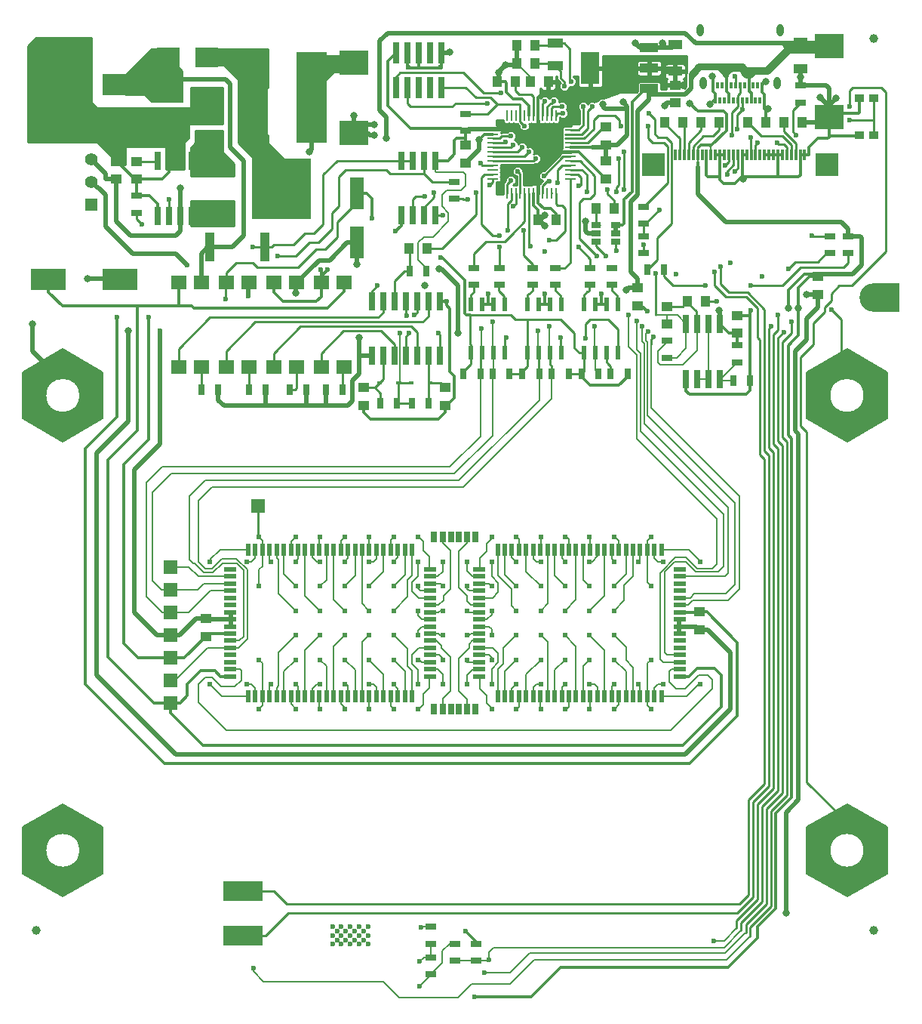
<source format=gbr>
%TF.GenerationSoftware,KiCad,Pcbnew,4.0.7-e2-6376~58~ubuntu16.04.1*%
%TF.CreationDate,2018-04-10T11:39:59+02:00*%
%TF.ProjectId,OpenDropV3,4F70656E44726F7056332E6B69636164,rev?*%
%TF.FileFunction,Copper,L2,Bot,Signal*%
%FSLAX46Y46*%
G04 Gerber Fmt 4.6, Leading zero omitted, Abs format (unit mm)*
G04 Created by KiCad (PCBNEW 4.0.7-e2-6376~58~ubuntu16.04.1) date Tue Apr 10 11:39:59 2018*
%MOMM*%
%LPD*%
G01*
G04 APERTURE LIST*
%ADD10C,0.100000*%
%ADD11C,2.250000*%
%ADD12C,1.000000*%
%ADD13C,0.150000*%
%ADD14R,1.000000X1.250000*%
%ADD15R,1.800000X1.000000*%
%ADD16R,1.250000X1.000000*%
%ADD17R,1.700000X1.600000*%
%ADD18R,4.000500X2.400300*%
%ADD19R,1.300000X0.700000*%
%ADD20R,0.610000X1.520000*%
%ADD21R,0.700000X1.300000*%
%ADD22R,0.800000X1.300000*%
%ADD23R,2.780000X1.550000*%
%ADD24R,6.730000X6.740000*%
%ADD25R,1.397000X1.397000*%
%ADD26C,1.397000*%
%ADD27R,0.660400X2.032000*%
%ADD28R,1.000000X3.200000*%
%ADD29R,2.500000X1.000000*%
%ADD30R,3.200000X2.700000*%
%ADD31R,2.500000X2.300000*%
%ADD32C,1.000000*%
%ADD33R,1.501140X1.501140*%
%ADD34R,1.600200X3.599180*%
%ADD35R,3.500000X10.200000*%
%ADD36R,3.000000X2.000000*%
%ADD37R,1.060000X0.650000*%
%ADD38R,0.600000X0.450000*%
%ADD39C,0.604800*%
%ADD40R,0.740000X2.400000*%
%ADD41R,1.300000X0.250000*%
%ADD42R,0.250000X1.300000*%
%ADD43R,2.032000X3.657600*%
%ADD44R,2.032000X1.016000*%
%ADD45R,1.000000X0.900000*%
%ADD46O,0.800000X1.400000*%
%ADD47R,0.300000X0.700000*%
%ADD48R,1.600000X1.000000*%
%ADD49C,3.200000*%
%ADD50R,3.000000X3.200000*%
%ADD51R,0.500000X1.480000*%
%ADD52R,1.480000X0.500000*%
%ADD53C,0.600000*%
%ADD54R,4.500000X2.200000*%
%ADD55R,0.300000X1.250000*%
%ADD56R,2.500000X2.500000*%
%ADD57C,1.524000*%
%ADD58R,1.500000X1.500000*%
%ADD59C,0.800000*%
%ADD60C,0.300000*%
%ADD61C,0.500000*%
%ADD62C,0.250000*%
%ADD63C,0.200000*%
%ADD64C,0.254000*%
G04 APERTURE END LIST*
D10*
D11*
X146982767Y-74000000D02*
G75*
G03X146982767Y-74000000I-2982767J0D01*
G01*
D12*
X144000000Y-69400000D02*
X148000000Y-71700000D01*
X148000000Y-71700000D02*
X148000000Y-76300000D01*
X148000000Y-76300000D02*
X144000000Y-78600000D01*
X144000000Y-78600000D02*
X140000000Y-76300000D01*
X140000000Y-76300000D02*
X140000000Y-71700000D01*
X140000000Y-71700000D02*
X144000000Y-69400000D01*
D13*
X148500000Y-76598000D02*
X144000000Y-79196000D01*
X144000000Y-79196000D02*
X139500000Y-76598000D01*
X139500000Y-71402000D02*
X144000000Y-68804000D01*
X144000000Y-68804000D02*
X148500000Y-71402000D01*
X148500000Y-71402000D02*
X148500000Y-76598000D01*
X139500000Y-71402000D02*
X139500000Y-76598000D01*
D11*
X146982767Y-125000000D02*
G75*
G03X146982767Y-125000000I-2982767J0D01*
G01*
D12*
X144000000Y-120400000D02*
X148000000Y-122700000D01*
X148000000Y-122700000D02*
X148000000Y-127300000D01*
X148000000Y-127300000D02*
X144000000Y-129600000D01*
X144000000Y-129600000D02*
X140000000Y-127300000D01*
X140000000Y-127300000D02*
X140000000Y-122700000D01*
X140000000Y-122700000D02*
X144000000Y-120400000D01*
D13*
X148500000Y-127598000D02*
X144000000Y-130196000D01*
X144000000Y-130196000D02*
X139500000Y-127598000D01*
X139500000Y-122402000D02*
X144000000Y-119804000D01*
X144000000Y-119804000D02*
X148500000Y-122402000D01*
X148500000Y-122402000D02*
X148500000Y-127598000D01*
X139500000Y-122402000D02*
X139500000Y-127598000D01*
D11*
X58982767Y-125000000D02*
G75*
G03X58982767Y-125000000I-2982767J0D01*
G01*
D12*
X56000000Y-120400000D02*
X60000000Y-122700000D01*
X60000000Y-122700000D02*
X60000000Y-127300000D01*
X60000000Y-127300000D02*
X56000000Y-129600000D01*
X56000000Y-129600000D02*
X52000000Y-127300000D01*
X52000000Y-127300000D02*
X52000000Y-122700000D01*
X52000000Y-122700000D02*
X56000000Y-120400000D01*
D13*
X60500000Y-127598000D02*
X56000000Y-130196000D01*
X56000000Y-130196000D02*
X51500000Y-127598000D01*
X51500000Y-122402000D02*
X56000000Y-119804000D01*
X56000000Y-119804000D02*
X60500000Y-122402000D01*
X60500000Y-122402000D02*
X60500000Y-127598000D01*
X51500000Y-122402000D02*
X51500000Y-127598000D01*
D11*
X58982767Y-74000000D02*
G75*
G03X58982767Y-74000000I-2982767J0D01*
G01*
D12*
X56000000Y-69400000D02*
X60000000Y-71700000D01*
X60000000Y-71700000D02*
X60000000Y-76300000D01*
X60000000Y-76300000D02*
X56000000Y-78600000D01*
X56000000Y-78600000D02*
X52000000Y-76300000D01*
X52000000Y-76300000D02*
X52000000Y-71700000D01*
X52000000Y-71700000D02*
X56000000Y-69400000D01*
D13*
X60500000Y-76598000D02*
X56000000Y-79196000D01*
X56000000Y-79196000D02*
X51500000Y-76598000D01*
X51500000Y-71402000D02*
X56000000Y-68804000D01*
X56000000Y-68804000D02*
X60500000Y-71402000D01*
X60500000Y-71402000D02*
X60500000Y-76598000D01*
X51500000Y-71402000D02*
X51500000Y-76598000D01*
D14*
X108950000Y-34757000D03*
X106950000Y-34757000D03*
D15*
X111252000Y-34523000D03*
X111252000Y-37023000D03*
D16*
X101219000Y-45949000D03*
X101219000Y-47949000D03*
D17*
X79677000Y-70817000D03*
X82217000Y-70817000D03*
X82217000Y-61317000D03*
X79677000Y-61317000D03*
D18*
X54419500Y-60960000D03*
X62420500Y-60960000D03*
D19*
X102156000Y-61619500D03*
X102156000Y-59719500D03*
D20*
X118285000Y-69244000D03*
X117015000Y-69244000D03*
X115745000Y-69244000D03*
X114475000Y-69244000D03*
X114475000Y-63779000D03*
X115745000Y-63779000D03*
X117015000Y-63779000D03*
X118285000Y-63779000D03*
X111935000Y-63779000D03*
X110665000Y-63779000D03*
X109395000Y-63779000D03*
X108125000Y-63779000D03*
X108125000Y-69244000D03*
X109395000Y-69244000D03*
X110665000Y-69244000D03*
X111935000Y-69244000D03*
D21*
X102852000Y-71591500D03*
X100952000Y-71591500D03*
D19*
X64262000Y-53528000D03*
X64262000Y-51628000D03*
X101219000Y-42443000D03*
X101219000Y-44343000D03*
X102410000Y-137367000D03*
X102410000Y-135467000D03*
X99997000Y-135467000D03*
X99997000Y-137367000D03*
X97330000Y-136991000D03*
X97330000Y-138891000D03*
X97330000Y-133562000D03*
X97330000Y-135462000D03*
D21*
X133126000Y-72363040D03*
X131226000Y-72363040D03*
D19*
X131668000Y-70265040D03*
X131668000Y-68365040D03*
X123794000Y-69757040D03*
X123794000Y-67857040D03*
D21*
X116139000Y-71587000D03*
X114239000Y-71587000D03*
X109456000Y-71591500D03*
X107556000Y-71591500D03*
X104206000Y-71587000D03*
X106106000Y-71587000D03*
X110858000Y-71591500D03*
X112758000Y-71591500D03*
X95189000Y-74889000D03*
X97089000Y-74889000D03*
X87437000Y-73365000D03*
X85537000Y-73365000D03*
X71567000Y-73365000D03*
X73467000Y-73365000D03*
X81473000Y-73365000D03*
X83373000Y-73365000D03*
X76901000Y-73365000D03*
X78801000Y-73365000D03*
D19*
X117650000Y-61619500D03*
X117650000Y-59719500D03*
D21*
X117462000Y-71591500D03*
X119362000Y-71591500D03*
D19*
X138811000Y-41168000D03*
X138811000Y-39268000D03*
X144145000Y-56159000D03*
X144145000Y-58059000D03*
D21*
X121605000Y-59903000D03*
X123505000Y-59903000D03*
D19*
X142113000Y-56159000D03*
X142113000Y-58059000D03*
X115175000Y-61625000D03*
X115175000Y-59725000D03*
X108760000Y-61619500D03*
X108760000Y-59719500D03*
X104975000Y-61625000D03*
X104975000Y-59725000D03*
X111300000Y-61619500D03*
X111300000Y-59719500D03*
X99949000Y-51963000D03*
X99949000Y-50063000D03*
D21*
X93533000Y-74889000D03*
X91633000Y-74889000D03*
X94935000Y-60030000D03*
X96835000Y-60030000D03*
D22*
X98625000Y-89875000D03*
D21*
X97675000Y-89875000D03*
X99575000Y-89875000D03*
D23*
X73932000Y-48620000D03*
D24*
X80567000Y-50800000D03*
D23*
X73932000Y-52980000D03*
D17*
X69009000Y-70817000D03*
X71549000Y-70817000D03*
X71549000Y-61317000D03*
X69009000Y-61317000D03*
X85011000Y-70817000D03*
X87551000Y-70817000D03*
X87551000Y-61317000D03*
X85011000Y-61317000D03*
X74343000Y-70817000D03*
X76883000Y-70817000D03*
X76883000Y-61317000D03*
X74343000Y-61317000D03*
D20*
X105585000Y-69244000D03*
X104315000Y-69244000D03*
X103045000Y-69244000D03*
X101775000Y-69244000D03*
X101775000Y-63779000D03*
X103045000Y-63779000D03*
X104315000Y-63779000D03*
X105585000Y-63779000D03*
D16*
X123794000Y-65997040D03*
X123794000Y-63997040D03*
D25*
X59230000Y-52605000D03*
D26*
X59230000Y-50065000D03*
X59230000Y-47525000D03*
D27*
X129763000Y-72134440D03*
X128493000Y-72134440D03*
X127223000Y-72134440D03*
X125953000Y-72134440D03*
X125953000Y-65987640D03*
X127223000Y-65987640D03*
X128493000Y-65987640D03*
X129763000Y-65987640D03*
D28*
X72465000Y-57363000D03*
X78665000Y-57363000D03*
D29*
X72565000Y-44895000D03*
X72565000Y-39995000D03*
D16*
X61976000Y-49768000D03*
X61976000Y-47768000D03*
X64262000Y-47768000D03*
X64262000Y-49768000D03*
D30*
X88646000Y-36690000D03*
X88646000Y-44590000D03*
D16*
X127432000Y-98246000D03*
X127432000Y-100246000D03*
X72060000Y-101008000D03*
X72060000Y-99008000D03*
D31*
X67875000Y-36095000D03*
X72175000Y-36095000D03*
D32*
X147000000Y-34000000D03*
X147000000Y-134000000D03*
X53000000Y-134000000D03*
D16*
X131668000Y-65013040D03*
X131668000Y-67013040D03*
D14*
X126127000Y-63459000D03*
X128127000Y-63459000D03*
D22*
X101375000Y-109125000D03*
D21*
X100425000Y-109125000D03*
X102325000Y-109125000D03*
D22*
X101375000Y-89875000D03*
D21*
X100425000Y-89875000D03*
X102325000Y-89875000D03*
D22*
X98625000Y-109125000D03*
D21*
X99575000Y-109125000D03*
X97675000Y-109125000D03*
D18*
X62420500Y-39116000D03*
X54419500Y-39116000D03*
D14*
X106791000Y-38821000D03*
X104791000Y-38821000D03*
D16*
X140716000Y-62681000D03*
X140716000Y-60681000D03*
D14*
X108950000Y-36789000D03*
X106950000Y-36789000D03*
D16*
X116967000Y-45917000D03*
X116967000Y-43917000D03*
D33*
X68120000Y-103405000D03*
X68120000Y-108485000D03*
X68120000Y-95785000D03*
X68120000Y-93245000D03*
X68120000Y-105945000D03*
X68120000Y-98325000D03*
X68120000Y-100865000D03*
D34*
X89000000Y-51374180D03*
X89000000Y-56875820D03*
D35*
X83945000Y-40599000D03*
X77345000Y-40599000D03*
D14*
X125587000Y-43393000D03*
X123587000Y-43393000D03*
X136922000Y-43393000D03*
X138922000Y-43393000D03*
X127651000Y-43393000D03*
X129651000Y-43393000D03*
X134858000Y-43393000D03*
X132858000Y-43393000D03*
X117840000Y-53045000D03*
X115840000Y-53045000D03*
D36*
X68120000Y-40145000D03*
X68120000Y-44745000D03*
D16*
X120523000Y-63951000D03*
X120523000Y-61951000D03*
D27*
X66675000Y-47726600D03*
X67945000Y-47726600D03*
X69215000Y-47726600D03*
X70485000Y-47726600D03*
X70485000Y-53873400D03*
X69215000Y-53873400D03*
X67945000Y-53873400D03*
X66675000Y-53873400D03*
X93980000Y-47685600D03*
X95250000Y-47685600D03*
X96520000Y-47685600D03*
X97790000Y-47685600D03*
X97790000Y-53832400D03*
X96520000Y-53832400D03*
X95250000Y-53832400D03*
X93980000Y-53832400D03*
D37*
X115867000Y-56789000D03*
X115867000Y-55839000D03*
X115867000Y-54889000D03*
X118067000Y-54889000D03*
X118067000Y-56789000D03*
X118067000Y-55839000D03*
D16*
X89789000Y-73127000D03*
X89789000Y-75127000D03*
X98933000Y-75127000D03*
X98933000Y-73127000D03*
D14*
X94885000Y-57490000D03*
X96885000Y-57490000D03*
D38*
X91533000Y-72603000D03*
X93633000Y-72603000D03*
X97189000Y-72603000D03*
X95089000Y-72603000D03*
D27*
X90690000Y-63426600D03*
X91960000Y-63426600D03*
X93230000Y-63426600D03*
X94500000Y-63426600D03*
X95770000Y-63426600D03*
X97040000Y-63426600D03*
X98310000Y-63426600D03*
X98310000Y-69573400D03*
X97040000Y-69573400D03*
X94500000Y-69573400D03*
X93230000Y-69573400D03*
X91960000Y-69573400D03*
X90690000Y-69573400D03*
X95770000Y-69573400D03*
D14*
X108474000Y-38821000D03*
X110474000Y-38821000D03*
D39*
X82125000Y-92625000D03*
X82125000Y-106375000D03*
X84875000Y-92625000D03*
X84875000Y-95375000D03*
X84875000Y-98125000D03*
X84875000Y-100875000D03*
X84875000Y-103625000D03*
X84875000Y-106375000D03*
X87625000Y-92625000D03*
X87625000Y-95375000D03*
X87625000Y-98125000D03*
X87625000Y-100875000D03*
X87625000Y-103625000D03*
X87625000Y-106375000D03*
X90375000Y-92625000D03*
X90375000Y-95375000D03*
X90375000Y-98125000D03*
X90375000Y-100875000D03*
X90375000Y-103625000D03*
X90375000Y-106375000D03*
X93125000Y-92625000D03*
X93125000Y-95375000D03*
X93125000Y-98125000D03*
X93125000Y-100875000D03*
X93125000Y-103625000D03*
X93125000Y-106375000D03*
X95875000Y-92625000D03*
X95875000Y-95375000D03*
X95875000Y-98125000D03*
X95875000Y-100875000D03*
X95875000Y-103625000D03*
X95875000Y-106375000D03*
X98625000Y-92625000D03*
X98625000Y-95375000D03*
X98625000Y-98125000D03*
X98625000Y-100875000D03*
X98625000Y-103625000D03*
X98625000Y-106375000D03*
X101375000Y-92625000D03*
X101375000Y-95375000D03*
X101375000Y-98125000D03*
X101375000Y-100875000D03*
X101375000Y-103625000D03*
X101375000Y-106375000D03*
X104125000Y-92625000D03*
X104125000Y-95375000D03*
X104125000Y-98125000D03*
X104125000Y-100875000D03*
X104125000Y-103625000D03*
X104125000Y-106375000D03*
X106875000Y-92625000D03*
X106875000Y-95375000D03*
X106875000Y-98125000D03*
X106875000Y-100875000D03*
X106875000Y-103625000D03*
X106875000Y-106375000D03*
X109625000Y-92625000D03*
X109625000Y-95375000D03*
X109625000Y-98125000D03*
X109625000Y-100875000D03*
X109625000Y-103625000D03*
X109625000Y-106375000D03*
X112375000Y-92625000D03*
X112375000Y-95375000D03*
X112375000Y-98125000D03*
X112375000Y-100875000D03*
X112375000Y-103625000D03*
X112375000Y-106375000D03*
X115125000Y-92625000D03*
X115125000Y-95375000D03*
X115125000Y-98125000D03*
X115125000Y-100875000D03*
X115125000Y-103625000D03*
X115125000Y-106375000D03*
X117875000Y-92625000D03*
X117875000Y-106375000D03*
X84875000Y-89875000D03*
X84875000Y-109125000D03*
X87625000Y-89875000D03*
X87625000Y-109125000D03*
X90375000Y-89875000D03*
X90375000Y-109125000D03*
X93125000Y-89875000D03*
X93125000Y-109125000D03*
X95875000Y-89875000D03*
X95875000Y-109125000D03*
X98625000Y-89875000D03*
X98625000Y-109125000D03*
X101375000Y-89875000D03*
X101375000Y-109125000D03*
X104125000Y-89875000D03*
X104125000Y-109125000D03*
X106875000Y-89875000D03*
X106875000Y-109125000D03*
X109625000Y-89875000D03*
X109625000Y-109125000D03*
X112375000Y-89875000D03*
X112375000Y-109125000D03*
X115125000Y-89875000D03*
X115125000Y-109125000D03*
X82125000Y-95375000D03*
X82125000Y-98125000D03*
X82125000Y-100875000D03*
X82125000Y-103625000D03*
X117875000Y-95375000D03*
X117875000Y-98125000D03*
X117875000Y-100875000D03*
X117875000Y-103625000D03*
X120625000Y-106375000D03*
X120625000Y-92625000D03*
X79375000Y-106375000D03*
X79375000Y-92625000D03*
X78000000Y-89875000D03*
X78000000Y-103625000D03*
X122000000Y-95375000D03*
X122000000Y-109125000D03*
X78000000Y-95375000D03*
X78000000Y-109125000D03*
X122000000Y-89875000D03*
X122000000Y-103625000D03*
X82125000Y-89875000D03*
X82125000Y-109125000D03*
X117875000Y-89875000D03*
X117875000Y-109125000D03*
D40*
X98475800Y-39475600D03*
X98475800Y-35575600D03*
X97205800Y-39475600D03*
X97205800Y-35575600D03*
X95935800Y-39475600D03*
X95935800Y-35575600D03*
X94665800Y-39475600D03*
X94665800Y-35575600D03*
X93395800Y-39475600D03*
X93395800Y-35575600D03*
D41*
X112935000Y-44199000D03*
X112935000Y-44699000D03*
X112935000Y-45199000D03*
X112935000Y-45699000D03*
X112935000Y-46199000D03*
X112935000Y-46699000D03*
X112935000Y-47199000D03*
X112935000Y-47699000D03*
X112935000Y-48199000D03*
X112935000Y-48699000D03*
X112935000Y-49199000D03*
X112935000Y-49699000D03*
D42*
X111335000Y-51299000D03*
X110835000Y-51299000D03*
X110335000Y-51299000D03*
X109835000Y-51299000D03*
X109335000Y-51299000D03*
X108835000Y-51299000D03*
X108335000Y-51299000D03*
X107835000Y-51299000D03*
X107335000Y-51299000D03*
X106835000Y-51299000D03*
X106335000Y-51299000D03*
X105835000Y-51299000D03*
D41*
X104235000Y-49699000D03*
X104235000Y-49199000D03*
X104235000Y-48699000D03*
X104235000Y-48199000D03*
X104235000Y-47699000D03*
X104235000Y-47199000D03*
X104235000Y-46699000D03*
X104235000Y-46199000D03*
X104235000Y-45699000D03*
X104235000Y-45199000D03*
X104235000Y-44699000D03*
X104235000Y-44199000D03*
D42*
X105835000Y-42599000D03*
X106335000Y-42599000D03*
X106835000Y-42599000D03*
X107335000Y-42599000D03*
X107835000Y-42599000D03*
X108335000Y-42599000D03*
X108835000Y-42599000D03*
X109335000Y-42599000D03*
X109835000Y-42599000D03*
X110335000Y-42599000D03*
X110835000Y-42599000D03*
X111335000Y-42599000D03*
D14*
X111363000Y-54315000D03*
X109363000Y-54315000D03*
D16*
X116967000Y-47727000D03*
X116967000Y-49727000D03*
D43*
X115189000Y-37297000D03*
D44*
X121793000Y-37297000D03*
X121793000Y-39583000D03*
X121793000Y-35011000D03*
D30*
X141986000Y-34871000D03*
X141986000Y-42771000D03*
D45*
X146977000Y-44808000D03*
X145377000Y-44808000D03*
X146977000Y-40708000D03*
X145377000Y-40708000D03*
D46*
X127870000Y-39010000D03*
D47*
X129250000Y-40920000D03*
X129750000Y-40920000D03*
X130250000Y-40920000D03*
X130750000Y-40920000D03*
X131250000Y-40920000D03*
X131750000Y-40920000D03*
X132250000Y-40920000D03*
X134750000Y-40920000D03*
X133750000Y-40920000D03*
X133250000Y-40920000D03*
X132750000Y-40920000D03*
X134250000Y-40920000D03*
X134500000Y-39220000D03*
D46*
X136130000Y-39010000D03*
X136490000Y-33060000D03*
X127510000Y-33060000D03*
D47*
X134000000Y-39220000D03*
X133500000Y-39220000D03*
X133000000Y-39220000D03*
X132500000Y-39220000D03*
X132000000Y-39220000D03*
X131500000Y-39220000D03*
X131000000Y-39220000D03*
X130500000Y-39220000D03*
X130000000Y-39220000D03*
X129500000Y-39220000D03*
X129000000Y-39220000D03*
D48*
X138811000Y-34400000D03*
X138811000Y-37400000D03*
X124714000Y-37654000D03*
X124714000Y-34654000D03*
D16*
X124714000Y-41218000D03*
X124714000Y-39218000D03*
D49*
X146963000Y-63000000D03*
D50*
X148463000Y-63000000D03*
D39*
X127500000Y-92625000D03*
X127500000Y-106375000D03*
X72500000Y-106375000D03*
X72500000Y-92625000D03*
D51*
X104800000Y-91260000D03*
X105600000Y-91260000D03*
X106400000Y-91260000D03*
X107200000Y-91260000D03*
X108000000Y-91260000D03*
X108800000Y-91260000D03*
X109600000Y-91260000D03*
X110400000Y-91260000D03*
X111200000Y-91260000D03*
X112000000Y-91260000D03*
X112800000Y-91260000D03*
X113600000Y-91260000D03*
X114400000Y-91260000D03*
X115200000Y-91260000D03*
X116000000Y-91260000D03*
X116800000Y-91260000D03*
X117600000Y-91260000D03*
X118400000Y-91260000D03*
X119200000Y-91260000D03*
X120000000Y-91260000D03*
X120800000Y-91260000D03*
X121600000Y-91260000D03*
X122400000Y-91260000D03*
X123200000Y-91260000D03*
D52*
X125240000Y-93500000D03*
X125240000Y-94300000D03*
X125240000Y-95100000D03*
X125240000Y-95900000D03*
X125240000Y-96700000D03*
X125240000Y-97500000D03*
X125240000Y-98300000D03*
X125240000Y-99100000D03*
X125240000Y-99900000D03*
X125240000Y-100700000D03*
X125240000Y-101500000D03*
X125240000Y-102300000D03*
X125240000Y-103100000D03*
X125240000Y-103900000D03*
X125240000Y-104700000D03*
X125240000Y-105500000D03*
D51*
X123200000Y-107740000D03*
X122400000Y-107740000D03*
X121600000Y-107740000D03*
X120800000Y-107740000D03*
X120000000Y-107740000D03*
X119200000Y-107740000D03*
X118400000Y-107740000D03*
X117600000Y-107740000D03*
X116800000Y-107740000D03*
X116000000Y-107740000D03*
X115200000Y-107740000D03*
X114400000Y-107740000D03*
X113600000Y-107740000D03*
X112800000Y-107740000D03*
X112000000Y-107740000D03*
X111200000Y-107740000D03*
X110400000Y-107740000D03*
X109600000Y-107740000D03*
X108800000Y-107740000D03*
X108000000Y-107740000D03*
X107200000Y-107740000D03*
X106400000Y-107740000D03*
X105600000Y-107740000D03*
X104800000Y-107740000D03*
D52*
X102760000Y-105500000D03*
X102760000Y-104700000D03*
X102760000Y-103900000D03*
X102760000Y-103100000D03*
X102760000Y-102300000D03*
X102760000Y-101500000D03*
X102760000Y-100700000D03*
X102760000Y-99900000D03*
X102760000Y-99100000D03*
X102760000Y-98300000D03*
X102760000Y-97500000D03*
X102760000Y-96700000D03*
X102760000Y-95900000D03*
X102760000Y-95100000D03*
X102760000Y-94300000D03*
X102760000Y-93500000D03*
D51*
X95200000Y-107740000D03*
X94400000Y-107740000D03*
X93600000Y-107740000D03*
X92800000Y-107740000D03*
X92000000Y-107740000D03*
X91200000Y-107740000D03*
X90400000Y-107740000D03*
X89600000Y-107740000D03*
X88800000Y-107740000D03*
X88000000Y-107740000D03*
X87200000Y-107740000D03*
X86400000Y-107740000D03*
X85600000Y-107740000D03*
X84800000Y-107740000D03*
X84000000Y-107740000D03*
X83200000Y-107740000D03*
X82400000Y-107740000D03*
X81600000Y-107740000D03*
X80800000Y-107740000D03*
X80000000Y-107740000D03*
X79200000Y-107740000D03*
X78400000Y-107740000D03*
X77600000Y-107740000D03*
X76800000Y-107740000D03*
D52*
X74760000Y-105500000D03*
X74760000Y-104700000D03*
X74760000Y-103900000D03*
X74760000Y-103100000D03*
X74760000Y-102300000D03*
X74760000Y-101500000D03*
X74760000Y-100700000D03*
X74760000Y-99900000D03*
X74760000Y-99100000D03*
X74760000Y-98300000D03*
X74760000Y-97500000D03*
X74760000Y-96700000D03*
X74760000Y-95900000D03*
X74760000Y-95100000D03*
X74760000Y-94300000D03*
X74760000Y-93500000D03*
D51*
X76800000Y-91260000D03*
X77600000Y-91260000D03*
X78400000Y-91260000D03*
X79200000Y-91260000D03*
X80000000Y-91260000D03*
X80800000Y-91260000D03*
X81600000Y-91260000D03*
X82400000Y-91260000D03*
X83200000Y-91260000D03*
X84000000Y-91260000D03*
X84800000Y-91260000D03*
X85600000Y-91260000D03*
X86400000Y-91260000D03*
X87200000Y-91260000D03*
X88000000Y-91260000D03*
X88800000Y-91260000D03*
X89600000Y-91260000D03*
X90400000Y-91260000D03*
X91200000Y-91260000D03*
X92000000Y-91260000D03*
X92800000Y-91260000D03*
X93600000Y-91260000D03*
X94400000Y-91260000D03*
X95200000Y-91260000D03*
D52*
X97240000Y-93500000D03*
X97240000Y-94300000D03*
X97240000Y-95100000D03*
X97240000Y-95900000D03*
X97240000Y-96700000D03*
X97240000Y-97500000D03*
X97240000Y-98300000D03*
X97240000Y-99100000D03*
X97240000Y-99900000D03*
X97240000Y-100700000D03*
X97240000Y-101500000D03*
X97240000Y-102300000D03*
X97240000Y-103100000D03*
X97240000Y-103900000D03*
X97240000Y-104700000D03*
X97240000Y-105500000D03*
D39*
X76625000Y-92625000D03*
X76625000Y-106375000D03*
X123375000Y-92625000D03*
X123375000Y-106375000D03*
D53*
X90265000Y-135539000D03*
X89265000Y-135539000D03*
X88265000Y-135539000D03*
X87265000Y-135539000D03*
X86265000Y-135539000D03*
X90265000Y-134539000D03*
X89765000Y-135039000D03*
X89265000Y-134539000D03*
X88765000Y-135039000D03*
X88265000Y-134539000D03*
X87765000Y-135039000D03*
X87265000Y-134539000D03*
X86765000Y-135039000D03*
X86265000Y-134539000D03*
X90265000Y-133539000D03*
X89765000Y-134039000D03*
X89265000Y-133539000D03*
X88765000Y-134039000D03*
X88265000Y-133539000D03*
X87765000Y-134039000D03*
X87265000Y-133539000D03*
X86765000Y-134039000D03*
X86265000Y-133539000D03*
D54*
X76265000Y-129539000D03*
X76265000Y-134539000D03*
D55*
X139250000Y-47025000D03*
X137250000Y-47025000D03*
X137750000Y-47025000D03*
X138750000Y-47025000D03*
X138250000Y-47025000D03*
X136250000Y-47025000D03*
X136750000Y-47025000D03*
X135750000Y-47025000D03*
X135250000Y-47025000D03*
X132250000Y-47025000D03*
X132750000Y-47025000D03*
X133750000Y-47025000D03*
X133250000Y-47025000D03*
X134750000Y-47025000D03*
X134250000Y-47025000D03*
X126750000Y-47025000D03*
X127250000Y-47025000D03*
X125750000Y-47025000D03*
X126250000Y-47025000D03*
X125250000Y-47025000D03*
X124750000Y-47025000D03*
X127750000Y-47025000D03*
X128250000Y-47025000D03*
X129250000Y-47025000D03*
X128750000Y-47025000D03*
X130750000Y-47025000D03*
X131250000Y-47025000D03*
X130250000Y-47025000D03*
X129750000Y-47025000D03*
D56*
X122250000Y-48125000D03*
X141750000Y-48125000D03*
D55*
X131750000Y-47025000D03*
D19*
X121158000Y-54757000D03*
X121158000Y-52857000D03*
X121158000Y-56159000D03*
X121158000Y-58059000D03*
D57*
X144000000Y-70900000D03*
X144000000Y-121900000D03*
X56000000Y-121900000D03*
X56000000Y-70900000D03*
D58*
X77875000Y-86375000D03*
D53*
X110109000Y-57900000D03*
D59*
X83693000Y-46695000D03*
X69215000Y-50759000D03*
D53*
X121158000Y-57109000D03*
D59*
X52578000Y-65999000D03*
X116586000Y-41361000D03*
X137160000Y-132039000D03*
X139446000Y-62697000D03*
X114681000Y-54442000D03*
X88646000Y-42631000D03*
X90932000Y-44790000D03*
X90932000Y-43647000D03*
X65659000Y-44663000D03*
X55245000Y-41615000D03*
X55372000Y-36281000D03*
X57023000Y-39456000D03*
X57023000Y-38694000D03*
X132334000Y-49743000D03*
X129667000Y-64475000D03*
X138811000Y-38313000D03*
X99441000Y-35519000D03*
X105664000Y-36916000D03*
X104902000Y-37805000D03*
X110109000Y-54950000D03*
X110109000Y-53807000D03*
X102743000Y-45298000D03*
X118872000Y-41107000D03*
X123571000Y-41488000D03*
X120269000Y-34503000D03*
X123317000Y-34503000D03*
X142766000Y-40708000D03*
X140970000Y-40599000D03*
X135128000Y-41869000D03*
X134874000Y-38821000D03*
X128905000Y-38186000D03*
X128651000Y-41361000D03*
D53*
X94742000Y-37170000D03*
X98425000Y-37170000D03*
X130937000Y-59141000D03*
X121575000Y-64575000D03*
X124841000Y-60411000D03*
X134493000Y-60665000D03*
X65659000Y-42885000D03*
X56769000Y-41615000D03*
X56769000Y-36281000D03*
X85725000Y-59903000D03*
X84963000Y-59903000D03*
X93345000Y-55585000D03*
X99075000Y-63475000D03*
X103759000Y-62633500D03*
X110109000Y-62633500D03*
X116459000Y-62633500D03*
X128143000Y-61681000D03*
X110617000Y-56601000D03*
X105029000Y-57363000D03*
X130352400Y-48219000D03*
X107061000Y-48854000D03*
X130556000Y-49235000D03*
X106299000Y-49870000D03*
X133223000Y-61681000D03*
X133223000Y-45044000D03*
X106553000Y-45933000D03*
X133985000Y-45679000D03*
X107569000Y-46187000D03*
X113919000Y-50505000D03*
X137795000Y-65745000D03*
X77391000Y-138195000D03*
X109093000Y-47457000D03*
X118364000Y-47457000D03*
X118110000Y-51140000D03*
X135509000Y-66253000D03*
X129080000Y-135147000D03*
X131445000Y-48854000D03*
X110617000Y-49997000D03*
X118618000Y-43774000D03*
X121666000Y-43774000D03*
X121793000Y-42377000D03*
X112141000Y-42377000D03*
X96187000Y-133623000D03*
X96060000Y-140227000D03*
X136271000Y-64983000D03*
X114808000Y-51140000D03*
X103807000Y-137306000D03*
X96060000Y-137433000D03*
X118999000Y-46695000D03*
X136896000Y-66878000D03*
X118999000Y-50886000D03*
X108331000Y-46695000D03*
X103299000Y-138703000D03*
X113875000Y-57375000D03*
X108468000Y-57275000D03*
X122555000Y-60284000D03*
X115951000Y-58379000D03*
X142240000Y-64348000D03*
X129413000Y-63459000D03*
X90675000Y-54175000D03*
X98375000Y-58575000D03*
X62103000Y-65237000D03*
X74295000Y-63205000D03*
X65659000Y-65237000D03*
X102997000Y-66507000D03*
X120439417Y-65607457D03*
X115697000Y-66207457D03*
X121031000Y-66207457D03*
X107696000Y-55458000D03*
X105918000Y-55458000D03*
X109347000Y-66761000D03*
X122301000Y-67396000D03*
X104267000Y-65722999D03*
X119507000Y-64983000D03*
X110617000Y-66253000D03*
X121689229Y-66807457D03*
D59*
X88975000Y-59275000D03*
X98275000Y-59775000D03*
X100375000Y-66975000D03*
X82169000Y-62502600D03*
X58801000Y-60919000D03*
X63373000Y-66761000D03*
D53*
X114681000Y-67615000D03*
X111887000Y-67523000D03*
X105791000Y-67523000D03*
X66929000Y-66761000D03*
D59*
X137414000Y-64221000D03*
D53*
X133223000Y-64475000D03*
D59*
X138557000Y-64221000D03*
X126365000Y-41234000D03*
X125603000Y-39202000D03*
D53*
X102235000Y-141437000D03*
X101219000Y-134071000D03*
X114427000Y-41615000D03*
X112268000Y-39329000D03*
X113030000Y-38821000D03*
X115443000Y-41615000D03*
X109982000Y-49362000D03*
X102362000Y-51267000D03*
X138303000Y-44790000D03*
X136144000Y-45679000D03*
X144272000Y-43139000D03*
X107823000Y-43774000D03*
X105156000Y-40091000D03*
X111125000Y-40980000D03*
X103632000Y-41234000D03*
X110109000Y-40970000D03*
X106299000Y-44917000D03*
X131064000Y-44790000D03*
X105029000Y-56093000D03*
X140081000Y-56093000D03*
X80137000Y-58379000D03*
X64897000Y-54823000D03*
X77343000Y-57363000D03*
X67945000Y-52029000D03*
X137414000Y-59776000D03*
X101473000Y-52029000D03*
X111506000Y-50124000D03*
X129159000Y-60157000D03*
X116967000Y-58379000D03*
X118110000Y-57744000D03*
X129790291Y-59566849D03*
X132250000Y-41953000D03*
X131445000Y-38186000D03*
X131699000Y-44155000D03*
X105664000Y-45552000D03*
X94567126Y-65069990D03*
X93853000Y-67015000D03*
X102870000Y-47965000D03*
X97663000Y-51267000D03*
X96647000Y-51648000D03*
X103886000Y-50378000D03*
X106553000Y-52791000D03*
X98679000Y-53807000D03*
X94869000Y-67015000D03*
X98171000Y-67015000D03*
X95412277Y-64979211D03*
X91313000Y-61681000D03*
D59*
X92329000Y-45171000D03*
D53*
X69977000Y-59395000D03*
X76835000Y-62824000D03*
D59*
X119253000Y-62189000D03*
X96647000Y-61681000D03*
X89281000Y-67523000D03*
D53*
X122936000Y-53172000D03*
X117094000Y-50886000D03*
X144272000Y-41615000D03*
X112014000Y-41615000D03*
D60*
X142004000Y-40708000D02*
X141986000Y-40726000D01*
D61*
X83945000Y-46443000D02*
X83945000Y-40599000D01*
X83693000Y-46695000D02*
X83945000Y-46443000D01*
X69215000Y-53873400D02*
X69215000Y-50759000D01*
X68707000Y-56093000D02*
X69215000Y-55585000D01*
X69215000Y-55585000D02*
X69215000Y-53873400D01*
X63627000Y-56093000D02*
X68707000Y-56093000D01*
X61976000Y-54442000D02*
X63627000Y-56093000D01*
X61976000Y-49768000D02*
X61976000Y-54442000D01*
X60833000Y-49128000D02*
X60833000Y-49750000D01*
X60833000Y-49750000D02*
X60851000Y-49768000D01*
X60851000Y-49768000D02*
X61976000Y-49768000D01*
X59230000Y-47525000D02*
X60833000Y-49128000D01*
X88646000Y-36690000D02*
X87335000Y-36690000D01*
X87335000Y-36690000D02*
X83485000Y-40540000D01*
D62*
X76885000Y-40540000D02*
X76885000Y-43951000D01*
X76885000Y-43951000D02*
X80567000Y-47633000D01*
X80567000Y-47633000D02*
X80567000Y-50800000D01*
X72175000Y-36095000D02*
X74109000Y-36095000D01*
X74109000Y-36095000D02*
X76885000Y-38871000D01*
X76885000Y-38871000D02*
X76885000Y-40540000D01*
X121158000Y-58059000D02*
X121158000Y-57109000D01*
D60*
X145377000Y-40708000D02*
X145377000Y-42288000D01*
X145288000Y-42377000D02*
X142380000Y-42377000D01*
X145377000Y-42288000D02*
X145288000Y-42377000D01*
X142380000Y-42377000D02*
X141986000Y-42771000D01*
D61*
X56000000Y-70900000D02*
X54431000Y-70900000D01*
X52578000Y-69047000D02*
X52578000Y-65999000D01*
X54431000Y-70900000D02*
X52578000Y-69047000D01*
X116586000Y-41361000D02*
X116586000Y-41615000D01*
X116840000Y-41869000D02*
X119335598Y-41869000D01*
X116586000Y-41615000D02*
X116840000Y-41869000D01*
X138557000Y-78699000D02*
X138557000Y-78318000D01*
X138176000Y-77937000D02*
X138176000Y-76032000D01*
X138557000Y-78318000D02*
X138176000Y-77937000D01*
X138176000Y-69047000D02*
X139446000Y-67777000D01*
X138176000Y-76032000D02*
X138176000Y-69047000D01*
X140716000Y-62681000D02*
X140716000Y-64094000D01*
X137160000Y-120736000D02*
X137160000Y-132039000D01*
X138557000Y-119339000D02*
X137160000Y-120736000D01*
X138557000Y-78699000D02*
X138557000Y-119339000D01*
X139446000Y-65364000D02*
X139446000Y-67777000D01*
X140716000Y-64094000D02*
X139446000Y-65364000D01*
X140716000Y-62681000D02*
X139462000Y-62681000D01*
X139462000Y-62681000D02*
X139446000Y-62697000D01*
X115867000Y-55839000D02*
X114935000Y-55839000D01*
X114681000Y-55585000D02*
X114681000Y-54442000D01*
X114935000Y-55839000D02*
X114681000Y-55585000D01*
X88646000Y-44590000D02*
X88646000Y-42631000D01*
X88646000Y-44590000D02*
X89081000Y-44590000D01*
X88646000Y-44590000D02*
X90224000Y-44590000D01*
X90224000Y-44590000D02*
X90424000Y-44790000D01*
X90424000Y-44790000D02*
X90932000Y-44790000D01*
X88646000Y-44590000D02*
X89227000Y-44590000D01*
X89227000Y-44590000D02*
X90170000Y-43647000D01*
X90170000Y-43647000D02*
X90932000Y-43647000D01*
X68120000Y-44745000D02*
X65741000Y-44745000D01*
X65741000Y-44745000D02*
X65659000Y-44663000D01*
X54419500Y-39116000D02*
X54419500Y-40789500D01*
X54419500Y-40789500D02*
X55245000Y-41615000D01*
X54419500Y-39116000D02*
X54419500Y-37233500D01*
X54419500Y-37233500D02*
X55372000Y-36281000D01*
X54419500Y-39116000D02*
X56048000Y-39116000D01*
X56048000Y-39116000D02*
X56388000Y-39456000D01*
X56388000Y-39456000D02*
X57023000Y-39456000D01*
X54419500Y-39116000D02*
X55966000Y-39116000D01*
X55966000Y-39116000D02*
X56388000Y-38694000D01*
X56388000Y-38694000D02*
X57023000Y-38694000D01*
D60*
X132207000Y-49489000D02*
X132207000Y-49616000D01*
X132207000Y-49616000D02*
X132334000Y-49743000D01*
D61*
X146644000Y-62681000D02*
X146963000Y-63000000D01*
X129763000Y-64571000D02*
X129667000Y-64475000D01*
X129763000Y-65987640D02*
X129763000Y-64571000D01*
X138922000Y-43393000D02*
X141364000Y-43393000D01*
X141364000Y-43393000D02*
X141986000Y-42771000D01*
X98475800Y-35575600D02*
X99384400Y-35575600D01*
X99384400Y-35575600D02*
X99441000Y-35519000D01*
X104902000Y-38710000D02*
X104902000Y-37805000D01*
X105664000Y-36916000D02*
X104902000Y-37678000D01*
X105664000Y-36916000D02*
X106823000Y-36916000D01*
X104902000Y-37678000D02*
X104902000Y-37805000D01*
X104902000Y-38710000D02*
X104791000Y-38821000D01*
X106950000Y-34757000D02*
X106950000Y-36789000D01*
X106950000Y-36789000D02*
X106823000Y-36916000D01*
X109363000Y-54315000D02*
X109474000Y-54315000D01*
X109474000Y-54315000D02*
X110109000Y-54950000D01*
X109363000Y-54315000D02*
X109601000Y-54315000D01*
X109601000Y-54315000D02*
X110109000Y-53807000D01*
D60*
X103342000Y-44699000D02*
X102743000Y-45298000D01*
X104235000Y-44699000D02*
X103342000Y-44699000D01*
D61*
X102743000Y-45298000D02*
X102743000Y-46425000D01*
X102743000Y-46425000D02*
X101219000Y-47949000D01*
X116967000Y-45917000D02*
X118253000Y-45917000D01*
X119335598Y-41570598D02*
X118872000Y-41107000D01*
X119335598Y-44834402D02*
X119335598Y-41869000D01*
X119335598Y-41869000D02*
X119335598Y-41570598D01*
X118253000Y-45917000D02*
X119335598Y-44834402D01*
X116967000Y-45917000D02*
X116967000Y-47727000D01*
X116685000Y-46199000D02*
X115443000Y-46199000D01*
D60*
X113885000Y-46199000D02*
X112935000Y-46199000D01*
X115443000Y-46199000D02*
X113885000Y-46199000D01*
D61*
X116685000Y-46199000D02*
X116967000Y-45917000D01*
X124714000Y-41218000D02*
X123841000Y-41218000D01*
X123841000Y-41218000D02*
X123571000Y-41488000D01*
X121793000Y-35011000D02*
X120777000Y-35011000D01*
X120777000Y-35011000D02*
X120269000Y-34503000D01*
X123444000Y-35011000D02*
X123444000Y-34630000D01*
X123444000Y-34630000D02*
X123317000Y-34503000D01*
X121793000Y-35011000D02*
X123444000Y-35011000D01*
X123444000Y-35011000D02*
X124357000Y-35011000D01*
X124357000Y-35011000D02*
X124714000Y-34654000D01*
X141986000Y-42771000D02*
X141986000Y-41488000D01*
X141986000Y-41488000D02*
X142766000Y-40708000D01*
X141986000Y-42771000D02*
X141986000Y-41615000D01*
X141986000Y-41615000D02*
X140970000Y-40599000D01*
X138811000Y-39268000D02*
X141671000Y-39268000D01*
X141986000Y-39583000D02*
X141986000Y-42771000D01*
X141671000Y-39268000D02*
X141986000Y-39583000D01*
X138811000Y-37400000D02*
X138811000Y-38313000D01*
X138811000Y-38313000D02*
X138811000Y-39268000D01*
D60*
X134750000Y-40920000D02*
X134750000Y-41618000D01*
X134750000Y-41618000D02*
X135128000Y-41869000D01*
X134500000Y-39220000D02*
X134500000Y-39195000D01*
X134500000Y-39195000D02*
X134874000Y-38821000D01*
X129000000Y-39220000D02*
X129000000Y-38281000D01*
X129000000Y-38281000D02*
X128905000Y-38186000D01*
X129250000Y-40920000D02*
X129092000Y-40920000D01*
X129092000Y-40920000D02*
X128651000Y-41361000D01*
X101219000Y-47949000D02*
X101489000Y-47949000D01*
X102834000Y-45207000D02*
X102743000Y-45298000D01*
X134858000Y-43393000D02*
X134858000Y-41980000D01*
X134750000Y-41872000D02*
X134750000Y-40920000D01*
X134858000Y-41980000D02*
X134750000Y-41872000D01*
X141986000Y-44917000D02*
X145268000Y-44917000D01*
X145268000Y-44917000D02*
X145377000Y-44808000D01*
X134750000Y-40920000D02*
X134750000Y-40221000D01*
X134500000Y-39971000D02*
X134500000Y-39220000D01*
X134750000Y-40221000D02*
X134500000Y-39971000D01*
X129250000Y-40920000D02*
X129250000Y-40182000D01*
X129000000Y-39932000D02*
X129000000Y-39220000D01*
X129250000Y-40182000D02*
X129000000Y-39932000D01*
X95935800Y-35575600D02*
X95935800Y-37297000D01*
X95935800Y-37297000D02*
X95885000Y-37297000D01*
X94665800Y-35575600D02*
X94665800Y-37093800D01*
X98171000Y-37297000D02*
X98475800Y-36992200D01*
X98475800Y-36992200D02*
X98475800Y-35575600D01*
X94869000Y-37297000D02*
X95885000Y-37297000D01*
X95885000Y-37297000D02*
X98171000Y-37297000D01*
X94665800Y-37093800D02*
X94869000Y-37297000D01*
X139700000Y-47025000D02*
X139700000Y-46187000D01*
X139250000Y-47025000D02*
X139700000Y-47025000D01*
X141986000Y-45044000D02*
X141986000Y-44917000D01*
X141986000Y-44917000D02*
X141986000Y-42771000D01*
X141859000Y-45171000D02*
X141986000Y-45044000D01*
X140716000Y-45171000D02*
X141859000Y-45171000D01*
X139700000Y-46187000D02*
X140716000Y-45171000D01*
X141364000Y-43393000D02*
X141986000Y-42771000D01*
X108335000Y-42599000D02*
X108335000Y-41492000D01*
X108335000Y-41492000D02*
X107569000Y-40726000D01*
X107569000Y-40726000D02*
X106553000Y-40726000D01*
X106553000Y-40726000D02*
X105791000Y-39964000D01*
X105791000Y-39964000D02*
X105791000Y-38948000D01*
X105791000Y-38948000D02*
X105664000Y-38821000D01*
X105664000Y-38821000D02*
X104791000Y-38821000D01*
D63*
X108474000Y-38821000D02*
X108474000Y-38313000D01*
X108474000Y-38313000D02*
X106950000Y-36789000D01*
X109363000Y-54315000D02*
X109363000Y-54172000D01*
D60*
X108835000Y-51299000D02*
X108835000Y-52660000D01*
X108835000Y-52660000D02*
X109363000Y-53188000D01*
X109363000Y-53188000D02*
X109363000Y-54315000D01*
X99441000Y-71333000D02*
X99908001Y-71800001D01*
X99908001Y-71800001D02*
X99908001Y-74276999D01*
X99908001Y-74276999D02*
X99058000Y-75127000D01*
X99058000Y-75127000D02*
X98933000Y-75127000D01*
X99441000Y-64265264D02*
X99441000Y-71333000D01*
X99075000Y-63475000D02*
X99075000Y-63899264D01*
X99075000Y-63899264D02*
X99441000Y-64265264D01*
X120523000Y-63951000D02*
X120951000Y-63951000D01*
X120951000Y-63951000D02*
X121575000Y-64575000D01*
X99075000Y-63475000D02*
X98358400Y-63475000D01*
X98358400Y-63475000D02*
X98310000Y-63426600D01*
X85011000Y-61317000D02*
X85011000Y-62903000D01*
X85011000Y-62903000D02*
X84455000Y-63459000D01*
X84455000Y-63459000D02*
X80719000Y-63459000D01*
X80719000Y-63459000D02*
X79677000Y-62417000D01*
X79677000Y-62417000D02*
X79677000Y-61317000D01*
X120523000Y-63671500D02*
X120523000Y-64157500D01*
X68120000Y-44745000D02*
X67620000Y-44745000D01*
X67620000Y-44745000D02*
X65760000Y-42885000D01*
X65760000Y-42885000D02*
X65659000Y-42885000D01*
X55219600Y-39116000D02*
X56769000Y-40665400D01*
X56769000Y-40665400D02*
X56769000Y-41615000D01*
X55219600Y-39116000D02*
X56769000Y-37566600D01*
X56769000Y-37566600D02*
X56769000Y-36281000D01*
X85011000Y-61317000D02*
X85011000Y-60617000D01*
X85011000Y-60617000D02*
X85725000Y-59903000D01*
X85011000Y-61317000D02*
X85011000Y-59951000D01*
X85011000Y-59951000D02*
X84963000Y-59903000D01*
X93980000Y-53832400D02*
X93980000Y-54950000D01*
X93980000Y-54950000D02*
X93345000Y-55585000D01*
X88973000Y-44917000D02*
X88646000Y-44590000D01*
X89335000Y-43901000D02*
X88646000Y-44590000D01*
X88646000Y-44590000D02*
X89208000Y-44590000D01*
X103759000Y-63779000D02*
X104315000Y-63779000D01*
X103045000Y-63779000D02*
X103759000Y-63779000D01*
X103759000Y-63779000D02*
X103759000Y-62633500D01*
X110109000Y-63779000D02*
X110665000Y-63779000D01*
X109395000Y-63779000D02*
X110109000Y-63779000D01*
X110109000Y-63779000D02*
X110109000Y-62633500D01*
X116459000Y-63779000D02*
X117015000Y-63779000D01*
X115745000Y-63779000D02*
X116459000Y-63779000D01*
X116459000Y-63779000D02*
X116459000Y-62633500D01*
X131668000Y-67013040D02*
X130788400Y-67013040D01*
X130788400Y-67013040D02*
X129763000Y-65987640D01*
X129750000Y-49406000D02*
X129750000Y-49826000D01*
X129750000Y-49826000D02*
X130175000Y-50251000D01*
X130175000Y-50251000D02*
X131445000Y-50251000D01*
X131445000Y-50251000D02*
X132207000Y-49489000D01*
X89789000Y-75127000D02*
X89789000Y-75927000D01*
X89789000Y-75927000D02*
X90529000Y-76667000D01*
X90529000Y-76667000D02*
X98193000Y-76667000D01*
X98193000Y-76667000D02*
X98933000Y-75927000D01*
X98933000Y-75927000D02*
X98933000Y-75127000D01*
X108347000Y-42587000D02*
X108335000Y-42599000D01*
X138557000Y-49489000D02*
X136271000Y-49489000D01*
X136271000Y-49489000D02*
X132207000Y-49489000D01*
X136250000Y-47025000D02*
X136250000Y-49468000D01*
X136250000Y-49468000D02*
X136271000Y-49489000D01*
X132250000Y-47025000D02*
X132250000Y-49446000D01*
X132250000Y-49446000D02*
X132207000Y-49489000D01*
X129667000Y-49489000D02*
X128397000Y-49489000D01*
X129750000Y-47025000D02*
X129750000Y-49406000D01*
X129750000Y-49406000D02*
X129667000Y-49489000D01*
X138750000Y-47025000D02*
X138750000Y-49296000D01*
X138750000Y-49296000D02*
X138557000Y-49489000D01*
X128397000Y-49489000D02*
X128250000Y-49342000D01*
X128250000Y-49342000D02*
X128250000Y-48072000D01*
X128250000Y-48072000D02*
X128250000Y-47025000D01*
X132250000Y-47025000D02*
X132750000Y-47025000D01*
X129750000Y-47025000D02*
X130250000Y-47025000D01*
X129250000Y-47025000D02*
X129750000Y-47025000D01*
X135250000Y-47025000D02*
X134750000Y-47025000D01*
X135750000Y-47025000D02*
X135250000Y-47025000D01*
X136250000Y-47025000D02*
X135750000Y-47025000D01*
X136750000Y-47025000D02*
X136250000Y-47025000D01*
X139250000Y-47025000D02*
X138750000Y-47025000D01*
X61976000Y-47768000D02*
X61976000Y-45872400D01*
X61976000Y-45872400D02*
X55219600Y-39116000D01*
X55219600Y-39116000D02*
X54419500Y-39116000D01*
X64262000Y-49768000D02*
X64101000Y-49768000D01*
X64101000Y-49768000D02*
X62101000Y-47768000D01*
X62101000Y-47768000D02*
X61976000Y-47768000D01*
X71501000Y-42885000D02*
X72565000Y-41821000D01*
X72565000Y-41821000D02*
X72565000Y-39995000D01*
X68680000Y-42885000D02*
X71501000Y-42885000D01*
X68120000Y-44745000D02*
X68120000Y-43445000D01*
X68120000Y-43445000D02*
X68680000Y-42885000D01*
X67945000Y-47726600D02*
X67945000Y-44920000D01*
X67945000Y-44920000D02*
X68120000Y-44745000D01*
X67945000Y-47726600D02*
X67945000Y-48981000D01*
X67945000Y-48981000D02*
X67158000Y-49768000D01*
X67158000Y-49768000D02*
X64262000Y-49768000D01*
X65766000Y-51628000D02*
X66675000Y-52537000D01*
X66675000Y-52537000D02*
X66675000Y-53873400D01*
X64262000Y-51628000D02*
X65766000Y-51628000D01*
X64262000Y-49768000D02*
X64262000Y-51628000D01*
X67945000Y-47726600D02*
X69215000Y-47726600D01*
X129763000Y-65987640D02*
X129763000Y-65124040D01*
X131668000Y-68365040D02*
X131668000Y-67013040D01*
D61*
X74803000Y-46187000D02*
X76327000Y-47711000D01*
X67875000Y-38567000D02*
X74295000Y-38567000D01*
X74295000Y-38567000D02*
X74803000Y-39075000D01*
X74803000Y-39075000D02*
X74803000Y-46187000D01*
X75057000Y-57363000D02*
X72465000Y-57363000D01*
X76327000Y-56093000D02*
X75057000Y-57363000D01*
X76327000Y-47711000D02*
X76327000Y-56093000D01*
X67875000Y-38567000D02*
X67875000Y-39075000D01*
X67875000Y-36095000D02*
X67875000Y-38567000D01*
X72263000Y-57363000D02*
X71549000Y-58077000D01*
X71549000Y-58077000D02*
X71549000Y-61317000D01*
X72465000Y-57363000D02*
X72263000Y-57363000D01*
X67875000Y-39075000D02*
X67875000Y-39900000D01*
X62420500Y-39116000D02*
X67834000Y-39116000D01*
X67834000Y-39116000D02*
X67875000Y-39075000D01*
X67875000Y-39900000D02*
X68120000Y-40145000D01*
D62*
X70485000Y-47726600D02*
X72517000Y-47726600D01*
X72517000Y-47726600D02*
X73038600Y-47726600D01*
X72565000Y-44895000D02*
X72565000Y-47678600D01*
X72565000Y-47678600D02*
X72517000Y-47726600D01*
X73038600Y-47726600D02*
X73932000Y-48620000D01*
X70485000Y-53873400D02*
X71065200Y-53873400D01*
X71065200Y-53873400D02*
X71958600Y-52980000D01*
X71958600Y-52980000D02*
X73932000Y-52980000D01*
X125250000Y-47025000D02*
X125250000Y-45181000D01*
X125250000Y-45181000D02*
X123587000Y-43518000D01*
X123587000Y-43518000D02*
X123587000Y-43393000D01*
X125750000Y-47025000D02*
X125750000Y-43556000D01*
X125750000Y-43556000D02*
X125587000Y-43393000D01*
X138250000Y-47025000D02*
X138250000Y-45753000D01*
X136922000Y-44425000D02*
X136922000Y-43393000D01*
X138250000Y-45753000D02*
X136922000Y-44425000D01*
X127651000Y-43393000D02*
X127651000Y-44268000D01*
X127651000Y-44268000D02*
X126250000Y-45669000D01*
X126250000Y-46150000D02*
X126250000Y-47025000D01*
X126250000Y-45669000D02*
X126250000Y-46150000D01*
X127889000Y-44917000D02*
X126750000Y-46056000D01*
X126750000Y-46056000D02*
X126750000Y-47025000D01*
X129002000Y-44917000D02*
X127889000Y-44917000D01*
X129651000Y-43393000D02*
X129651000Y-44268000D01*
X129651000Y-44268000D02*
X129002000Y-44917000D01*
X137750000Y-47025000D02*
X137750000Y-45888000D01*
X134382000Y-44917000D02*
X132858000Y-43393000D01*
X134904000Y-44917000D02*
X134382000Y-44917000D01*
X136779000Y-44917000D02*
X134904000Y-44917000D01*
X137750000Y-45888000D02*
X136779000Y-44917000D01*
X123952000Y-61173000D02*
X123444000Y-60665000D01*
X123952000Y-61173000D02*
X124460000Y-61681000D01*
X124460000Y-61681000D02*
X128143000Y-61681000D01*
X123444000Y-60665000D02*
X123444000Y-59964000D01*
X123444000Y-59964000D02*
X123505000Y-59903000D01*
X102156000Y-58194000D02*
X102156000Y-58077000D01*
X102156000Y-59719500D02*
X102156000Y-59119500D01*
X107835000Y-54466002D02*
X106326002Y-55975000D01*
X107835000Y-54466002D02*
X107835000Y-51299000D01*
X102156000Y-58194000D02*
X102156000Y-59119500D01*
X105573002Y-56728000D02*
X106326002Y-55975000D01*
X103505000Y-56728000D02*
X105573002Y-56728000D01*
X102156000Y-58077000D02*
X103505000Y-56728000D01*
X107835000Y-51299000D02*
X107835000Y-51824000D01*
X110617000Y-56601000D02*
X111379000Y-56601000D01*
X111335000Y-52493000D02*
X111335000Y-51299000D01*
X111506000Y-52664000D02*
X111335000Y-52493000D01*
X112014000Y-52664000D02*
X111506000Y-52664000D01*
X112395000Y-53045000D02*
X112014000Y-52664000D01*
X112395000Y-55585000D02*
X112395000Y-53045000D01*
X111379000Y-56601000D02*
X112395000Y-55585000D01*
X110677000Y-56541000D02*
X110617000Y-56601000D01*
X104975000Y-57375000D02*
X104975000Y-59725000D01*
X107335000Y-50378000D02*
X107335000Y-49128000D01*
X130750000Y-47821400D02*
X130750000Y-47025000D01*
X130750000Y-47821400D02*
X130352400Y-48219000D01*
X107335000Y-49128000D02*
X107061000Y-48854000D01*
X107335000Y-51299000D02*
X107335000Y-50378000D01*
X107335000Y-50378000D02*
X107335000Y-50358000D01*
X131250000Y-48160000D02*
X130556000Y-48854000D01*
X130556000Y-48854000D02*
X130556000Y-49235000D01*
X131250000Y-47025000D02*
X131250000Y-48065600D01*
X131250000Y-48065600D02*
X131250000Y-48160000D01*
X105835000Y-50505000D02*
X105835000Y-50399000D01*
X106299000Y-49870000D02*
X105835000Y-50334000D01*
X105835000Y-50334000D02*
X105835000Y-50399000D01*
X105835000Y-51299000D02*
X105835000Y-50505000D01*
X131250000Y-47025000D02*
X131250000Y-47652000D01*
X139065000Y-59649000D02*
X138811000Y-59649000D01*
X141351000Y-59649000D02*
X140589000Y-59649000D01*
X143637000Y-59649000D02*
X141351000Y-59649000D01*
X144145000Y-59141000D02*
X143637000Y-59649000D01*
X144145000Y-58059000D02*
X144145000Y-59141000D01*
X140589000Y-59649000D02*
X139065000Y-59649000D01*
X138811000Y-59649000D02*
X136779000Y-61681000D01*
X136779000Y-61681000D02*
X133223000Y-61681000D01*
X133223000Y-46998000D02*
X133223000Y-45044000D01*
X106287000Y-46199000D02*
X104235000Y-46199000D01*
X106287000Y-46199000D02*
X106553000Y-45933000D01*
X133223000Y-46998000D02*
X133250000Y-47025000D01*
X104247000Y-46187000D02*
X104235000Y-46199000D01*
X133985000Y-45679000D02*
X133750000Y-45914000D01*
X133750000Y-47025000D02*
X133750000Y-45914000D01*
X107057000Y-46699000D02*
X107569000Y-46187000D01*
X107057000Y-46699000D02*
X104235000Y-46699000D01*
X104239000Y-46695000D02*
X104235000Y-46699000D01*
X133750000Y-45952000D02*
X133731000Y-45933000D01*
X137287000Y-79334000D02*
X137287000Y-79207000D01*
X136779000Y-78699000D02*
X136779000Y-76921000D01*
X137287000Y-79207000D02*
X136779000Y-78699000D01*
X136779000Y-68031000D02*
X137287000Y-67523000D01*
X136779000Y-76921000D02*
X136779000Y-68031000D01*
X114172998Y-49826736D02*
X114172998Y-50378002D01*
X113835000Y-49199000D02*
X114172998Y-49536998D01*
X114172998Y-49536998D02*
X114172998Y-49826736D01*
X113835000Y-49199000D02*
X112935000Y-49199000D01*
X114172998Y-50378002D02*
X113919000Y-50505000D01*
X137287000Y-67523000D02*
X137795000Y-67015000D01*
X137795000Y-67015000D02*
X137795000Y-65745000D01*
X137287000Y-79334000D02*
X137287000Y-118831000D01*
X135509000Y-120609000D02*
X135509000Y-131277000D01*
X137287000Y-118831000D02*
X135509000Y-120609000D01*
X133144000Y-133642000D02*
X133144000Y-134639000D01*
X135509000Y-131277000D02*
X133144000Y-133642000D01*
D63*
X131175500Y-136607500D02*
X132890000Y-134893000D01*
X133144000Y-134639000D02*
X132890000Y-134893000D01*
X118158000Y-137306000D02*
X108887000Y-137306000D01*
X130477000Y-137306000D02*
X118158000Y-137306000D01*
X131175500Y-136607500D02*
X130477000Y-137306000D01*
X106220000Y-139973000D02*
X101902000Y-139973000D01*
X108887000Y-137306000D02*
X106220000Y-139973000D01*
X77391000Y-138195000D02*
X77391000Y-138576000D01*
X77391000Y-138576000D02*
X78534000Y-139719000D01*
X78534000Y-139719000D02*
X90726000Y-139719000D01*
X91996000Y-139719000D02*
X90726000Y-139719000D01*
X93774000Y-141497000D02*
X91996000Y-139719000D01*
X100378000Y-141497000D02*
X93774000Y-141497000D01*
X101902000Y-139973000D02*
X100378000Y-141497000D01*
X131175500Y-136607500D02*
X131112000Y-136671000D01*
D62*
X118110000Y-51140000D02*
X118110000Y-50632000D01*
X108851000Y-47699000D02*
X105283000Y-47699000D01*
X108851000Y-47699000D02*
X109093000Y-47457000D01*
X118364000Y-50378000D02*
X118364000Y-47457000D01*
X118110000Y-50632000D02*
X118364000Y-50378000D01*
X135763000Y-80604000D02*
X135763000Y-80350000D01*
X135255000Y-79842000D02*
X135255000Y-77937000D01*
X135763000Y-80350000D02*
X135255000Y-79842000D01*
X135255000Y-66507000D02*
X135509000Y-66253000D01*
X135255000Y-77937000D02*
X135255000Y-66507000D01*
X135763000Y-80604000D02*
X135763000Y-118069000D01*
X135763000Y-118069000D02*
X133985000Y-119847000D01*
X133985000Y-119847000D02*
X133985000Y-130515000D01*
X133985000Y-130515000D02*
X131620000Y-132880000D01*
X131620000Y-132880000D02*
X131620000Y-133750000D01*
D63*
X131620000Y-133750000D02*
X130223000Y-135147000D01*
X130223000Y-135147000D02*
X129080000Y-135147000D01*
D62*
X104235000Y-47699000D02*
X105283000Y-47699000D01*
X105283000Y-47699000D02*
X105271000Y-47699000D01*
X109835000Y-51299000D02*
X109835000Y-50525000D01*
X131750000Y-48422000D02*
X131750000Y-47025000D01*
X131750000Y-48422000D02*
X131445000Y-48854000D01*
X110363000Y-49997000D02*
X110617000Y-49997000D01*
X109835000Y-50525000D02*
X110363000Y-49997000D01*
X109855000Y-51279000D02*
X109835000Y-51299000D01*
X123888500Y-49870000D02*
X123888500Y-50126500D01*
X123888500Y-50126500D02*
X121158000Y-52857000D01*
X123888500Y-46187000D02*
X123888500Y-46123500D01*
X123888500Y-46123500D02*
X123444000Y-45679000D01*
X118491000Y-43647000D02*
X118618000Y-43774000D01*
X121666000Y-43774000D02*
X121666000Y-45171000D01*
X121666000Y-45171000D02*
X122174000Y-45679000D01*
X122174000Y-45679000D02*
X123444000Y-45679000D01*
X113637000Y-45199000D02*
X114526000Y-45199000D01*
X112935000Y-45199000D02*
X113637000Y-45199000D01*
X115570000Y-43139000D02*
X116078000Y-42631000D01*
X115570000Y-44155000D02*
X115570000Y-43139000D01*
X114526000Y-45199000D02*
X115570000Y-44155000D01*
X117983000Y-42631000D02*
X118491000Y-43139000D01*
X116078000Y-42631000D02*
X117983000Y-42631000D01*
X118491000Y-43139000D02*
X118491000Y-43647000D01*
X123888500Y-46187000D02*
X123888500Y-49870000D01*
X123888500Y-49870000D02*
X123888500Y-49933500D01*
X112935000Y-45199000D02*
X112410000Y-45199000D01*
X122682000Y-57998000D02*
X122682000Y-58826000D01*
X124288502Y-54740498D02*
X122682000Y-56347000D01*
X122682000Y-56347000D02*
X122682000Y-57998000D01*
X124288502Y-52918000D02*
X124288502Y-54740498D01*
X122682000Y-58826000D02*
X121605000Y-59903000D01*
X124288502Y-52537000D02*
X124288502Y-52918000D01*
X122428000Y-43266000D02*
X122428000Y-43012000D01*
X122428000Y-43266000D02*
X122428000Y-44663000D01*
X122428000Y-44663000D02*
X122809000Y-45044000D01*
X122809000Y-45044000D02*
X123698000Y-45044000D01*
X123698000Y-45044000D02*
X124288502Y-45634502D01*
X124288502Y-48600000D02*
X124288502Y-45634502D01*
X111335000Y-42599000D02*
X111557000Y-42377000D01*
X112141000Y-42377000D02*
X111557000Y-42377000D01*
X122428000Y-43012000D02*
X121793000Y-42377000D01*
X124288502Y-48600000D02*
X124288502Y-52537000D01*
X124288502Y-52537000D02*
X124288502Y-52555498D01*
D63*
X97330000Y-133562000D02*
X96248000Y-133562000D01*
X96248000Y-133562000D02*
X96187000Y-133623000D01*
X99997000Y-135467000D02*
X99423000Y-135467000D01*
X99423000Y-135467000D02*
X98600000Y-136290000D01*
X98600000Y-136290000D02*
X98600000Y-137621000D01*
X98600000Y-137621000D02*
X97330000Y-138891000D01*
X97330000Y-138891000D02*
X97330000Y-138957000D01*
X97330000Y-138957000D02*
X96060000Y-140227000D01*
D62*
X136271000Y-80223000D02*
X136271000Y-79969000D01*
X135763000Y-67142000D02*
X136271000Y-66634000D01*
X135763000Y-77429000D02*
X135763000Y-67142000D01*
X136271000Y-64983000D02*
X136271000Y-66634000D01*
X136271000Y-80223000D02*
X136271000Y-118323000D01*
D63*
X132128000Y-134004000D02*
X130223000Y-135909000D01*
X130223000Y-135909000D02*
X104315000Y-135909000D01*
X104315000Y-135909000D02*
X103807000Y-136417000D01*
X103807000Y-137306000D02*
X103807000Y-136417000D01*
D62*
X132128000Y-133134000D02*
X132128000Y-134004000D01*
X134493000Y-130769000D02*
X132128000Y-133134000D01*
X136271000Y-118323000D02*
X134493000Y-120101000D01*
X134493000Y-120101000D02*
X134493000Y-130769000D01*
X136271000Y-79969000D02*
X135763000Y-79461000D01*
X135763000Y-79461000D02*
X135763000Y-77429000D01*
X112935000Y-48699000D02*
X114173000Y-48699000D01*
X114173000Y-48699000D02*
X114272000Y-48699000D01*
X114272000Y-48699000D02*
X114808000Y-49235000D01*
X114808000Y-49235000D02*
X114808000Y-51140000D01*
D63*
X102410000Y-137367000D02*
X103746000Y-137367000D01*
X103746000Y-137367000D02*
X103807000Y-137306000D01*
X99997000Y-137367000D02*
X102410000Y-137367000D01*
X97330000Y-136991000D02*
X96502000Y-136991000D01*
X96502000Y-136991000D02*
X96060000Y-137433000D01*
X97330000Y-135462000D02*
X97330000Y-136991000D01*
D62*
X136779000Y-79842000D02*
X136779000Y-79588000D01*
X136271000Y-79080000D02*
X136271000Y-77048000D01*
X136779000Y-79588000D02*
X136271000Y-79080000D01*
X136271000Y-67503000D02*
X136896000Y-66878000D01*
X136271000Y-77048000D02*
X136271000Y-67503000D01*
X118999000Y-46695000D02*
X118999000Y-50886000D01*
X118872000Y-50759000D02*
X118999000Y-50886000D01*
X118872000Y-50759000D02*
X118999000Y-50886000D01*
X107827000Y-47199000D02*
X106807000Y-47199000D01*
X107827000Y-47199000D02*
X108331000Y-46695000D01*
X136896000Y-66878000D02*
X136779000Y-66761000D01*
X135001000Y-120355000D02*
X136779000Y-118577000D01*
D63*
X132636000Y-134258000D02*
X130350000Y-136544000D01*
X120317000Y-136544000D02*
X130350000Y-136544000D01*
D62*
X136779000Y-118577000D02*
X136779000Y-79842000D01*
X135001000Y-131023000D02*
X135001000Y-120355000D01*
X132693990Y-133330010D02*
X135001000Y-131023000D01*
X132693990Y-134200010D02*
X132693990Y-133330010D01*
X132636000Y-134258000D02*
X132693990Y-134200010D01*
X104235000Y-47199000D02*
X106807000Y-47199000D01*
X106807000Y-47199000D02*
X106819998Y-47199000D01*
D63*
X120317000Y-136544000D02*
X108379000Y-136544000D01*
X108379000Y-136544000D02*
X106220000Y-138703000D01*
X106220000Y-138703000D02*
X103299000Y-138703000D01*
X120317000Y-136544000D02*
X120190000Y-136544000D01*
X74760000Y-104700000D02*
X75912000Y-104700000D01*
X71247000Y-106385000D02*
X71247000Y-108417000D01*
X75311000Y-106639000D02*
X73787000Y-106639000D01*
X128905000Y-105877000D02*
X128397000Y-105369000D01*
X75912000Y-104700000D02*
X76022599Y-104810599D01*
X76022599Y-104810599D02*
X76022599Y-105927401D01*
X71247000Y-108417000D02*
X74363000Y-111533000D01*
X124238170Y-111533000D02*
X125042178Y-110728992D01*
X76022599Y-105927401D02*
X75311000Y-106639000D01*
X73787000Y-106639000D02*
X72771000Y-105623000D01*
X125042178Y-110728992D02*
X125069008Y-110728992D01*
X72771000Y-105623000D02*
X72009000Y-105623000D01*
X124841000Y-106893000D02*
X124079000Y-106131000D01*
X125069008Y-110728992D02*
X128905000Y-106893000D01*
X72009000Y-105623000D02*
X71247000Y-106385000D01*
X124079000Y-106131000D02*
X124079000Y-104921000D01*
X74363000Y-111533000D02*
X124238170Y-111533000D01*
X127381000Y-105369000D02*
X125857000Y-106893000D01*
X128905000Y-106893000D02*
X128905000Y-105877000D01*
X128397000Y-105369000D02*
X127381000Y-105369000D01*
X125857000Y-106893000D02*
X124841000Y-106893000D01*
X124079000Y-104921000D02*
X124300000Y-104700000D01*
X124300000Y-104700000D02*
X125240000Y-104700000D01*
D62*
X112935000Y-49699000D02*
X112935000Y-59109000D01*
X112935000Y-59109000D02*
X112324500Y-59719500D01*
X112324500Y-59719500D02*
X111300000Y-59719500D01*
X113875000Y-57375000D02*
X115175000Y-58675000D01*
X115175000Y-58675000D02*
X115175000Y-59725000D01*
X108335000Y-51299000D02*
X108335000Y-57142000D01*
X108335000Y-57142000D02*
X108468000Y-57275000D01*
X108335000Y-57075000D02*
X108335000Y-57142000D01*
D63*
X74760000Y-94300000D02*
X71207000Y-94300000D01*
X70152000Y-93245000D02*
X68120000Y-93245000D01*
X71207000Y-94300000D02*
X70152000Y-93245000D01*
D62*
X123794000Y-63997040D02*
X125588960Y-63997040D01*
X125588960Y-63997040D02*
X126127000Y-63459000D01*
X127127000Y-65205840D02*
X127127000Y-64584000D01*
X127127000Y-64584000D02*
X126127000Y-63584000D01*
X126127000Y-63584000D02*
X126127000Y-63459000D01*
X127223000Y-65987640D02*
X127223000Y-65301840D01*
X127223000Y-65301840D02*
X127127000Y-65205840D01*
D63*
X123794000Y-67857040D02*
X123794000Y-68045040D01*
X123794000Y-68045040D02*
X122778000Y-69061040D01*
X127223000Y-68934040D02*
X127223000Y-65987640D01*
X125572000Y-70585040D02*
X127223000Y-68934040D01*
X123032000Y-70585040D02*
X125572000Y-70585040D01*
X122778000Y-70331040D02*
X123032000Y-70585040D01*
X122778000Y-69061040D02*
X122778000Y-70331040D01*
X123794000Y-67857040D02*
X123352000Y-67857040D01*
X127366000Y-65844640D02*
X127223000Y-65987640D01*
D62*
X122555000Y-64997040D02*
X122524000Y-64997040D01*
D63*
X122524000Y-64997040D02*
X123794000Y-64997040D01*
D62*
X122555000Y-60284000D02*
X122555000Y-64997040D01*
X113975000Y-56403000D02*
X113975000Y-52354000D01*
X115951000Y-58379000D02*
X113975000Y-56403000D01*
X114034000Y-47699000D02*
X115697000Y-49362000D01*
X115697000Y-49362000D02*
X115697000Y-51394000D01*
X115697000Y-51394000D02*
X115189000Y-51902000D01*
X115189000Y-51902000D02*
X114427000Y-51902000D01*
X114427000Y-51902000D02*
X113975000Y-52354000D01*
X114034000Y-47699000D02*
X112935000Y-47699000D01*
X113699000Y-47699000D02*
X112935000Y-47699000D01*
D63*
X124810000Y-64997040D02*
X124962400Y-64997040D01*
X124962400Y-64997040D02*
X125953000Y-65987640D01*
X123794000Y-64997040D02*
X124810000Y-64997040D01*
X123794000Y-64997040D02*
X123794000Y-65997040D01*
X125953000Y-65987640D02*
X125800600Y-65987640D01*
X123794000Y-69757040D02*
X124876000Y-69757040D01*
X124876000Y-69757040D02*
X125953000Y-68680040D01*
X125953000Y-68680040D02*
X125953000Y-65987640D01*
X123803400Y-65987640D02*
X123794000Y-65997040D01*
X131226000Y-72363040D02*
X129991600Y-72363040D01*
X129991600Y-72363040D02*
X129763000Y-72134440D01*
X129763000Y-72134440D02*
X129798600Y-72134440D01*
X129798600Y-72134440D02*
X131668000Y-70265040D01*
X128493000Y-72134440D02*
X128493000Y-65987640D01*
X128493000Y-72134440D02*
X127223000Y-72134440D01*
X127162000Y-72195440D02*
X127223000Y-72134440D01*
X128432000Y-65926640D02*
X128493000Y-65987640D01*
D62*
X143383000Y-65491000D02*
X142240000Y-64348000D01*
X143383000Y-65745000D02*
X143383000Y-70283000D01*
X143383000Y-70283000D02*
X144000000Y-70900000D01*
X143383000Y-65745000D02*
X143383000Y-65491000D01*
X143383000Y-70317000D02*
X143383000Y-70571000D01*
X129413000Y-63459000D02*
X128127000Y-63459000D01*
X102164500Y-62379500D02*
X102156000Y-62371000D01*
X102156000Y-62371000D02*
X102156000Y-61619500D01*
X101775000Y-63779000D02*
X101775000Y-62769000D01*
X101775000Y-62769000D02*
X102164500Y-62379500D01*
D60*
X90675000Y-54175000D02*
X90675000Y-51949080D01*
X90675000Y-51949080D02*
X90100100Y-51374180D01*
X90100100Y-51374180D02*
X89000000Y-51374180D01*
X101075998Y-61075998D02*
X98575000Y-58575000D01*
X98575000Y-58575000D02*
X98375000Y-58575000D01*
X101075998Y-64775000D02*
X101075998Y-61075998D01*
X101727000Y-64983000D02*
X101283998Y-64983000D01*
X101283998Y-64983000D02*
X101075998Y-64775000D01*
X62103000Y-67015000D02*
X62103000Y-65237000D01*
X115209000Y-72857000D02*
X118396500Y-72857000D01*
X118396500Y-72857000D02*
X119362000Y-71891500D01*
X119362000Y-71891500D02*
X119362000Y-71591500D01*
X114239000Y-71587000D02*
X114239000Y-71887000D01*
X114239000Y-71887000D02*
X115209000Y-72857000D01*
X62103000Y-76413000D02*
X62103000Y-67015000D01*
X58547000Y-79969000D02*
X62103000Y-76413000D01*
X58547000Y-100035000D02*
X58547000Y-79969000D01*
X68120000Y-103405000D02*
X64457000Y-103405000D01*
X62865000Y-101813000D02*
X62865000Y-81747000D01*
X64457000Y-103405000D02*
X62865000Y-101813000D01*
X62865000Y-81747000D02*
X65659000Y-78953000D01*
X65659000Y-78953000D02*
X65659000Y-65237000D01*
X58547000Y-106385000D02*
X58547000Y-100035000D01*
X67437000Y-115275000D02*
X58547000Y-106385000D01*
X124587000Y-115275000D02*
X67437000Y-115275000D01*
X74760000Y-100700000D02*
X72368000Y-100700000D01*
X72368000Y-100700000D02*
X72060000Y-101008000D01*
X127432000Y-98246000D02*
X128257000Y-98246000D01*
X128257000Y-98246000D02*
X131699000Y-101688000D01*
X131699000Y-101688000D02*
X131699000Y-109941000D01*
X131699000Y-109941000D02*
X126365000Y-115275000D01*
X126365000Y-115275000D02*
X124587000Y-115275000D01*
X127432000Y-98246000D02*
X127557000Y-98246000D01*
D62*
X113411000Y-68685000D02*
X113411000Y-67015000D01*
X113411000Y-67015000D02*
X111887000Y-65491000D01*
X114475000Y-69244000D02*
X113970000Y-69244000D01*
X113970000Y-69244000D02*
X113411000Y-68685000D01*
X111887000Y-65491000D02*
X108077000Y-65491000D01*
X108077000Y-65491000D02*
X106807000Y-65491000D01*
X108125000Y-69244000D02*
X108125000Y-65539000D01*
X108125000Y-65539000D02*
X108077000Y-65491000D01*
X106299000Y-64983000D02*
X101727000Y-64983000D01*
X101727000Y-68236000D02*
X101727000Y-64983000D01*
X101775000Y-69244000D02*
X101775000Y-68284000D01*
X101775000Y-68284000D02*
X101727000Y-68236000D01*
X106807000Y-65491000D02*
X106299000Y-64983000D01*
X114475000Y-69244000D02*
X114475000Y-71351000D01*
X114475000Y-71351000D02*
X114239000Y-71587000D01*
X74295000Y-63205000D02*
X74295000Y-61365000D01*
X74295000Y-61365000D02*
X74343000Y-61317000D01*
X82423000Y-59649000D02*
X84455000Y-57617000D01*
X86804670Y-54569000D02*
X89000000Y-52373670D01*
X74343000Y-61317000D02*
X74343000Y-60267000D01*
X74343000Y-60267000D02*
X75469000Y-59141000D01*
X75469000Y-59141000D02*
X77343000Y-59141000D01*
X85471000Y-57617000D02*
X86804670Y-56283330D01*
X86804670Y-56283330D02*
X86804670Y-54569000D01*
X77343000Y-59141000D02*
X77851000Y-59649000D01*
X77851000Y-59649000D02*
X82423000Y-59649000D01*
X84455000Y-57617000D02*
X85471000Y-57617000D01*
X114160000Y-71591500D02*
X112758000Y-71591500D01*
X114475000Y-71276500D02*
X114160000Y-71591500D01*
X107556000Y-71282500D02*
X108125000Y-70713500D01*
X108125000Y-70713500D02*
X108125000Y-69244000D01*
X107556000Y-71591500D02*
X107556000Y-71282500D01*
X106154000Y-71591500D02*
X107556000Y-71591500D01*
X100952000Y-71591500D02*
X100952000Y-71291500D01*
X100952000Y-71291500D02*
X101775000Y-70468500D01*
X101775000Y-70468500D02*
X101775000Y-69244000D01*
X89000000Y-52373670D02*
X89000000Y-51374180D01*
D60*
X68120000Y-103405000D02*
X67612000Y-103405000D01*
X72060000Y-101008000D02*
X72041000Y-101008000D01*
X72041000Y-101008000D02*
X69644000Y-103405000D01*
X69644000Y-103405000D02*
X68120000Y-103405000D01*
X125150000Y-98300000D02*
X127378000Y-98300000D01*
X127378000Y-98300000D02*
X127432000Y-98246000D01*
X72368000Y-100700000D02*
X72060000Y-101008000D01*
D61*
X72044000Y-101024000D02*
X72060000Y-101008000D01*
D63*
X102997000Y-66507000D02*
X102997000Y-69196000D01*
X102997000Y-69196000D02*
X103045000Y-69244000D01*
X120846970Y-69246990D02*
X120430999Y-68831019D01*
X120430999Y-68831019D02*
X120430999Y-65615875D01*
X120430999Y-65615875D02*
X120439417Y-65607457D01*
X120846970Y-75143000D02*
X120846970Y-69246990D01*
X120846970Y-77302669D02*
X120846970Y-75143000D01*
X124333000Y-81493000D02*
X120846970Y-78006970D01*
X120846970Y-78006970D02*
X120846970Y-77302669D01*
X130175000Y-87335000D02*
X124333000Y-81493000D01*
X130175000Y-91907000D02*
X130175000Y-87335000D01*
X130175000Y-93177000D02*
X130175000Y-91907000D01*
X129570990Y-93781010D02*
X130175000Y-93177000D01*
X126619000Y-93348998D02*
X127051012Y-93781010D01*
X127051012Y-93781010D02*
X129570990Y-93781010D01*
X124841000Y-92669000D02*
X125939002Y-92669000D01*
X125939002Y-92669000D02*
X126619000Y-93348998D01*
X68120000Y-98325000D02*
X67169430Y-98325000D01*
X67169430Y-98325000D02*
X65405000Y-96560570D01*
X65405000Y-96560570D02*
X65405000Y-83779000D01*
X65405000Y-83779000D02*
X67183000Y-82001000D01*
X67183000Y-82001000D02*
X99441000Y-82001000D01*
X99441000Y-82001000D02*
X102852000Y-78590000D01*
X102852000Y-78590000D02*
X102852000Y-71591500D01*
D13*
X124675998Y-92669000D02*
X124841000Y-92669000D01*
X123571000Y-93869688D02*
X123571000Y-93773998D01*
X123571000Y-93773998D02*
X124675998Y-92669000D01*
D63*
X123571000Y-93996688D02*
X123571000Y-93869688D01*
X123842000Y-103100000D02*
X123571000Y-102829000D01*
X123571000Y-102829000D02*
X123571000Y-93996688D01*
X125240000Y-103100000D02*
X123842000Y-103100000D01*
D62*
X102852000Y-71591500D02*
X102852000Y-69437000D01*
X102852000Y-69437000D02*
X103045000Y-69244000D01*
D63*
X74760000Y-95900000D02*
X72577000Y-95900000D01*
X72577000Y-95900000D02*
X70152000Y-98325000D01*
X70152000Y-98325000D02*
X68120000Y-98325000D01*
D62*
X114950000Y-62379500D02*
X114864500Y-62379500D01*
X114864500Y-62379500D02*
X114475000Y-62769000D01*
X114475000Y-62769000D02*
X114475000Y-63779000D01*
X115110000Y-61619500D02*
X115110000Y-62219500D01*
X115110000Y-62219500D02*
X114950000Y-62379500D01*
D63*
X115697000Y-66207457D02*
X115697000Y-69196000D01*
X115697000Y-69196000D02*
X115745000Y-69244000D01*
X121246980Y-75181020D02*
X121246980Y-68176681D01*
X121246980Y-68176681D02*
X121031000Y-67960701D01*
X121031000Y-67960701D02*
X121031000Y-66207457D01*
X121246980Y-77136980D02*
X121246980Y-75181020D01*
X130683000Y-86573000D02*
X121246980Y-77136980D01*
X130683000Y-92161000D02*
X130683000Y-86573000D01*
X130683000Y-93939000D02*
X130683000Y-92161000D01*
X130322000Y-94300000D02*
X130683000Y-93939000D01*
X125240000Y-94300000D02*
X130322000Y-94300000D01*
X115745000Y-69244000D02*
X115745000Y-71193000D01*
X115745000Y-71193000D02*
X116139000Y-71587000D01*
D62*
X108346000Y-62633500D02*
X108260500Y-62633500D01*
X108260500Y-62633500D02*
X108125000Y-62769000D01*
X108125000Y-62769000D02*
X108125000Y-63779000D01*
X108760000Y-61619500D02*
X108760000Y-62219500D01*
X108760000Y-62219500D02*
X108346000Y-62633500D01*
X108760000Y-59316000D02*
X108760000Y-59719500D01*
X105918000Y-53680000D02*
X105918000Y-55458000D01*
X107696000Y-58252000D02*
X107696000Y-55458000D01*
X108760000Y-59316000D02*
X107696000Y-58252000D01*
X106335000Y-52120000D02*
X106335000Y-51299000D01*
X105918000Y-52537000D02*
X105918000Y-53680000D01*
X106335000Y-52120000D02*
X105918000Y-52537000D01*
X105537000Y-62887500D02*
X104950000Y-62300500D01*
X104950000Y-62300500D02*
X104950000Y-61619500D01*
X105537000Y-63276000D02*
X105537000Y-62887500D01*
X105585000Y-63779000D02*
X105585000Y-63324000D01*
X105585000Y-63324000D02*
X105537000Y-63276000D01*
X122047000Y-67650000D02*
X122301000Y-67396000D01*
D63*
X109347000Y-67523000D02*
X109347000Y-66761000D01*
X109347000Y-69196000D02*
X109347000Y-67523000D01*
X122047000Y-75397000D02*
X122047000Y-68285000D01*
X131953000Y-85303000D02*
X122047000Y-75397000D01*
X131953000Y-95717000D02*
X131953000Y-85303000D01*
X130683000Y-96987000D02*
X131953000Y-95717000D01*
X129921000Y-96987000D02*
X130683000Y-96987000D01*
X126693000Y-96987000D02*
X129921000Y-96987000D01*
X126180000Y-97500000D02*
X125240000Y-97500000D01*
X126180000Y-97500000D02*
X126693000Y-96987000D01*
D62*
X122047000Y-68285000D02*
X122047000Y-67650000D01*
D63*
X109347000Y-69196000D02*
X109395000Y-69244000D01*
X74676000Y-92796000D02*
X73914000Y-92796000D01*
X100457000Y-83525000D02*
X109456000Y-74526000D01*
X73914000Y-92796000D02*
X72878990Y-93831010D01*
X72878990Y-93831010D02*
X71843311Y-93831010D01*
X71843311Y-93831010D02*
X70846992Y-92834690D01*
X70846992Y-92834690D02*
X70650690Y-92834690D01*
X109456000Y-74526000D02*
X109456000Y-71591500D01*
X70650690Y-92834690D02*
X70231000Y-92415000D01*
X70231000Y-92415000D02*
X70231000Y-85303000D01*
X70231000Y-85303000D02*
X72009000Y-83525000D01*
X72009000Y-83525000D02*
X100457000Y-83525000D01*
D13*
X75541002Y-92796000D02*
X74676000Y-92796000D01*
X76300000Y-93939000D02*
X76300000Y-93554998D01*
X76300000Y-93554998D02*
X75541002Y-92796000D01*
D63*
X76300000Y-95275000D02*
X76300000Y-93939000D01*
D62*
X109395000Y-69244000D02*
X109395000Y-71530500D01*
X109395000Y-71530500D02*
X109456000Y-71591500D01*
D63*
X74760000Y-101500000D02*
X75825000Y-101500000D01*
X76300000Y-101025000D02*
X76300000Y-95275000D01*
X75825000Y-101500000D02*
X76300000Y-101025000D01*
X104267000Y-65722999D02*
X104267000Y-69196000D01*
X104267000Y-69196000D02*
X104315000Y-69244000D01*
X120446960Y-69478960D02*
X119507000Y-68539000D01*
X119507000Y-68539000D02*
X119507000Y-64983000D01*
X120446960Y-71136458D02*
X120446960Y-69478960D01*
X120446960Y-76667000D02*
X120446960Y-71136458D01*
X120446960Y-77468358D02*
X120446960Y-76667000D01*
X122047000Y-80477000D02*
X120446960Y-78876960D01*
X120446960Y-78876960D02*
X120446960Y-77468358D01*
X129413000Y-87843000D02*
X122047000Y-80477000D01*
X129413000Y-91653000D02*
X129413000Y-87843000D01*
X129413000Y-92923000D02*
X129413000Y-91653000D01*
X128905000Y-93431000D02*
X129413000Y-92923000D01*
X128143000Y-93431000D02*
X128905000Y-93431000D01*
X127195990Y-93431000D02*
X128143000Y-93431000D01*
X125603000Y-92161000D02*
X125925990Y-92161000D01*
X125925990Y-92161000D02*
X127195990Y-93431000D01*
D13*
X125349000Y-92161000D02*
X125603000Y-92161000D01*
X124759720Y-92161000D02*
X125349000Y-92161000D01*
X123108720Y-93812000D02*
X124759720Y-92161000D01*
D63*
X68120000Y-95785000D02*
X67104000Y-95785000D01*
X67104000Y-95785000D02*
X66088000Y-94769000D01*
X66088000Y-94769000D02*
X66088000Y-84874000D01*
X66088000Y-84874000D02*
X68199000Y-82763000D01*
X68199000Y-82763000D02*
X99949000Y-82763000D01*
X99949000Y-82763000D02*
X104206000Y-78506000D01*
X104206000Y-78506000D02*
X104206000Y-71587000D01*
X104315000Y-69244000D02*
X104315000Y-71478000D01*
X104315000Y-71478000D02*
X104206000Y-71587000D01*
D62*
X104254000Y-69305000D02*
X104315000Y-69244000D01*
D13*
X123063000Y-93812000D02*
X123108720Y-93812000D01*
D63*
X123063000Y-93939000D02*
X123063000Y-93812000D01*
X123372000Y-103900000D02*
X123063000Y-103591000D01*
X123063000Y-103591000D02*
X123063000Y-93939000D01*
X125240000Y-103900000D02*
X123372000Y-103900000D01*
X74760000Y-95100000D02*
X71853000Y-95100000D01*
X71168000Y-95785000D02*
X68120000Y-95785000D01*
X71853000Y-95100000D02*
X71168000Y-95785000D01*
D62*
X111887000Y-62806500D02*
X111887000Y-63731000D01*
X111887000Y-63731000D02*
X111935000Y-63779000D01*
X111300000Y-61619500D02*
X111300000Y-62219500D01*
X111300000Y-62219500D02*
X111887000Y-62806500D01*
X118237000Y-62806500D02*
X118237000Y-63731000D01*
X118237000Y-63731000D02*
X118285000Y-63779000D01*
X117650000Y-61619500D02*
X117650000Y-62219500D01*
X117650000Y-62219500D02*
X118237000Y-62806500D01*
D63*
X68639000Y-105945000D02*
X72284000Y-102300000D01*
X72284000Y-102300000D02*
X73173000Y-102300000D01*
X68120000Y-105945000D02*
X68639000Y-105945000D01*
X110617000Y-66923000D02*
X110617000Y-66253000D01*
X110617000Y-66923000D02*
X110617000Y-69196000D01*
X110617000Y-69196000D02*
X110665000Y-69244000D01*
X121646990Y-75562689D02*
X121646990Y-68010992D01*
X121646990Y-68010992D02*
X121446999Y-67811001D01*
X121446999Y-67811001D02*
X121446999Y-67049687D01*
X121446999Y-67049687D02*
X121689229Y-66807457D01*
X131445000Y-86065000D02*
X121646990Y-76266990D01*
X121646990Y-76266990D02*
X121646990Y-75562689D01*
X131445000Y-94447000D02*
X131445000Y-86065000D01*
X131445000Y-95209000D02*
X131445000Y-94447000D01*
X130429000Y-96225000D02*
X131445000Y-95209000D01*
X126889301Y-96225000D02*
X130429000Y-96225000D01*
X125240000Y-96700000D02*
X126414301Y-96700000D01*
X126414301Y-96700000D02*
X126889301Y-96225000D01*
X75057000Y-92288000D02*
X73856302Y-92288000D01*
X110858000Y-74394000D02*
X110858000Y-71591500D01*
X73856302Y-92288000D02*
X72713302Y-93431000D01*
X72713302Y-93431000D02*
X72009000Y-93431000D01*
X72009000Y-93431000D02*
X71247000Y-92669000D01*
X71247000Y-85811000D02*
X72771000Y-84287000D01*
X71247000Y-92669000D02*
X71247000Y-85811000D01*
X72771000Y-84287000D02*
X100965000Y-84287000D01*
X100965000Y-84287000D02*
X110858000Y-74394000D01*
X74760000Y-102300000D02*
X73173000Y-102300000D01*
D13*
X75457280Y-92288000D02*
X75057000Y-92288000D01*
X76700010Y-93692990D02*
X76700010Y-93530730D01*
X76700010Y-93530730D02*
X75457280Y-92288000D01*
D63*
X76700010Y-101190689D02*
X76700010Y-93692990D01*
X75713000Y-102300000D02*
X76700010Y-101312990D01*
X76700010Y-101312990D02*
X76700010Y-101190689D01*
X74760000Y-102300000D02*
X75713000Y-102300000D01*
D62*
X110858000Y-71591500D02*
X110858000Y-70691500D01*
X110858000Y-70691500D02*
X110665000Y-70498500D01*
X110665000Y-70498500D02*
X110665000Y-69244000D01*
X117221000Y-70450500D02*
X117211500Y-70450500D01*
X117211500Y-70450500D02*
X117015000Y-70254000D01*
X117015000Y-70254000D02*
X117015000Y-69244000D01*
X117462000Y-71591500D02*
X117462000Y-70691500D01*
X117462000Y-70691500D02*
X117221000Y-70450500D01*
X87437000Y-73365000D02*
X87437000Y-70931000D01*
X87437000Y-70931000D02*
X87551000Y-70817000D01*
X71567000Y-73365000D02*
X71567000Y-70835000D01*
X71567000Y-70835000D02*
X71549000Y-70817000D01*
X81473000Y-73365000D02*
X82073000Y-73365000D01*
X82217000Y-71867000D02*
X82217000Y-70817000D01*
X82073000Y-73365000D02*
X82217000Y-73221000D01*
X82217000Y-73221000D02*
X82217000Y-71867000D01*
X76901000Y-73365000D02*
X76901000Y-70835000D01*
X76901000Y-70835000D02*
X76883000Y-70817000D01*
X105585000Y-68173500D02*
X105585000Y-67729000D01*
X105585000Y-67729000D02*
X105791000Y-67523000D01*
D61*
X88975000Y-59275000D02*
X88975000Y-56900820D01*
X88975000Y-56900820D02*
X89000000Y-56875820D01*
X100375000Y-61675000D02*
X98475000Y-59775000D01*
X98475000Y-59775000D02*
X98275000Y-59775000D01*
X100375000Y-66975000D02*
X100375000Y-61675000D01*
X82169000Y-62502600D02*
X82169000Y-61365000D01*
X82169000Y-61365000D02*
X82217000Y-61317000D01*
X58801000Y-60919000D02*
X62379500Y-60919000D01*
X62379500Y-60919000D02*
X62420500Y-60960000D01*
X63373000Y-76921000D02*
X63373000Y-67015000D01*
X59817000Y-80477000D02*
X63373000Y-76921000D01*
X59817000Y-88605000D02*
X59817000Y-80477000D01*
X59817000Y-95717000D02*
X59817000Y-88605000D01*
X68120000Y-100865000D02*
X66596000Y-100865000D01*
X66596000Y-100865000D02*
X64056000Y-98325000D01*
X64056000Y-98325000D02*
X64056000Y-82334000D01*
X64056000Y-82334000D02*
X66929000Y-79461000D01*
X66929000Y-79461000D02*
X66929000Y-66761000D01*
X59817000Y-95717000D02*
X59817000Y-105369000D01*
X59817000Y-105369000D02*
X68707000Y-114259000D01*
X68707000Y-114259000D02*
X125857000Y-114259000D01*
X125857000Y-114259000D02*
X130937000Y-109179000D01*
X130937000Y-109179000D02*
X130937000Y-102826000D01*
X128357000Y-100246000D02*
X127432000Y-100246000D01*
X130937000Y-102826000D02*
X128357000Y-100246000D01*
X125240000Y-99900000D02*
X127086000Y-99900000D01*
X127086000Y-99900000D02*
X127432000Y-100246000D01*
D62*
X114681000Y-67615000D02*
X114681000Y-65999000D01*
X114681000Y-65999000D02*
X115189000Y-65491000D01*
X115189000Y-65491000D02*
X117221000Y-65491000D01*
X117221000Y-65491000D02*
X118285000Y-66555000D01*
X118285000Y-66555000D02*
X118285000Y-67761500D01*
X114589000Y-67523000D02*
X114681000Y-67615000D01*
X111887000Y-67523000D02*
X111887000Y-69196000D01*
X111887000Y-69196000D02*
X111935000Y-69244000D01*
X118285000Y-69244000D02*
X118285000Y-67761500D01*
X118285000Y-67761500D02*
X118269500Y-67777000D01*
X105585000Y-68173500D02*
X105585000Y-69244000D01*
D61*
X62461500Y-60919000D02*
X62420500Y-60960000D01*
X85979000Y-58846720D02*
X84737280Y-58846720D01*
X84737280Y-58846720D02*
X82267000Y-61317000D01*
X82267000Y-61317000D02*
X82217000Y-61317000D01*
X89000000Y-56875820D02*
X87949900Y-56875820D01*
X87949900Y-56875820D02*
X85979000Y-58846720D01*
X82217000Y-61317000D02*
X82217000Y-60871000D01*
X74850000Y-99100000D02*
X72152000Y-99100000D01*
X72060000Y-99008000D02*
X70993000Y-99008000D01*
X70993000Y-99008000D02*
X69136000Y-100865000D01*
X69136000Y-100865000D02*
X68120000Y-100865000D01*
X72152000Y-99100000D02*
X72044000Y-98992000D01*
X125150000Y-100700000D02*
X125150000Y-99900000D01*
X125150000Y-99900000D02*
X125150000Y-99100000D01*
X74850000Y-98300000D02*
X74850000Y-99100000D01*
X74850000Y-99100000D02*
X74850000Y-99900000D01*
D60*
X87551000Y-61317000D02*
X87551000Y-62367000D01*
X87551000Y-62367000D02*
X85697000Y-64221000D01*
X85697000Y-64221000D02*
X70739000Y-64221000D01*
X70739000Y-64221000D02*
X70485000Y-63967000D01*
X70485000Y-63967000D02*
X68961000Y-63967000D01*
X62357000Y-63967000D02*
X64389000Y-63967000D01*
X64389000Y-63967000D02*
X68961000Y-63967000D01*
X68120000Y-108485000D02*
X66235000Y-108485000D01*
X66235000Y-108485000D02*
X61087000Y-103337000D01*
X61087000Y-103337000D02*
X61087000Y-81239000D01*
X61087000Y-81239000D02*
X64389000Y-77937000D01*
X64389000Y-77937000D02*
X64389000Y-63967000D01*
X125240000Y-105500000D02*
X126280000Y-105500000D01*
X126280000Y-105500000D02*
X127173000Y-104607000D01*
X127173000Y-104607000D02*
X129159000Y-104607000D01*
X129159000Y-104607000D02*
X129921000Y-105369000D01*
X71755000Y-113243000D02*
X68120000Y-109608000D01*
X129921000Y-105369000D02*
X129921000Y-108925000D01*
X125603000Y-113243000D02*
X71755000Y-113243000D01*
X129921000Y-108925000D02*
X125603000Y-113243000D01*
X68120000Y-109608000D02*
X68120000Y-108485000D01*
X69977000Y-106385000D02*
X69977000Y-107678570D01*
X69977000Y-107678570D02*
X69170570Y-108485000D01*
X69170570Y-108485000D02*
X68120000Y-108485000D01*
X71501000Y-104861000D02*
X69977000Y-106385000D01*
X73081000Y-104861000D02*
X71501000Y-104861000D01*
X74760000Y-105500000D02*
X73720000Y-105500000D01*
X73720000Y-105500000D02*
X73081000Y-104861000D01*
X55976350Y-63967000D02*
X62357000Y-63967000D01*
X69009000Y-63919000D02*
X68961000Y-63967000D01*
X69009000Y-61317000D02*
X69009000Y-63919000D01*
X54419500Y-60960000D02*
X54419500Y-62410150D01*
X54419500Y-62410150D02*
X55976350Y-63967000D01*
X125270000Y-105530000D02*
X125240000Y-105500000D01*
D61*
X142494000Y-60411000D02*
X140986000Y-60411000D01*
X140986000Y-60411000D02*
X140716000Y-60681000D01*
D60*
X137795000Y-79080000D02*
X137795000Y-78826000D01*
X137414000Y-78445000D02*
X137414000Y-76540000D01*
X137795000Y-78826000D02*
X137414000Y-78445000D01*
X137414000Y-68412000D02*
X137795000Y-68031000D01*
X137414000Y-76540000D02*
X137414000Y-68412000D01*
X140446000Y-60411000D02*
X140081000Y-60411000D01*
X137414000Y-62189000D02*
X139192000Y-60411000D01*
X139192000Y-60411000D02*
X140081000Y-60411000D01*
X133126000Y-64572000D02*
X133126000Y-65185040D01*
X133126000Y-64572000D02*
X133223000Y-64475000D01*
X137414000Y-63205000D02*
X137414000Y-64221000D01*
X137414000Y-63205000D02*
X137414000Y-62189000D01*
X140446000Y-60411000D02*
X140716000Y-60681000D01*
X138557000Y-63078000D02*
X138557000Y-61935000D01*
X139811000Y-60681000D02*
X140716000Y-60681000D01*
X138557000Y-61935000D02*
X139811000Y-60681000D01*
X138557000Y-64221000D02*
X138557000Y-63078000D01*
X138557000Y-63078000D02*
X138557000Y-62951000D01*
X138557000Y-67269000D02*
X137795000Y-68031000D01*
X138557000Y-64475000D02*
X138557000Y-67269000D01*
D61*
X127250000Y-48342000D02*
X127250000Y-51390000D01*
X127381000Y-51521000D02*
X130429000Y-54569000D01*
X144145000Y-55331000D02*
X144145000Y-56159000D01*
X143383000Y-54569000D02*
X144145000Y-55331000D01*
X130429000Y-54569000D02*
X143383000Y-54569000D01*
X127250000Y-51390000D02*
X127381000Y-51521000D01*
D60*
X127250000Y-47838000D02*
X127250000Y-48342000D01*
X127250000Y-48342000D02*
X127254000Y-48346000D01*
X127381000Y-46187000D02*
X127635000Y-45933000D01*
X127635000Y-45933000D02*
X128473002Y-45933000D01*
D63*
X127250000Y-47900000D02*
X127250000Y-47838000D01*
X127250000Y-47838000D02*
X127250000Y-47025000D01*
D60*
X101219000Y-44343000D02*
X101026000Y-44343000D01*
X101026000Y-44343000D02*
X100711000Y-44028000D01*
X100711000Y-44028000D02*
X94996000Y-44028000D01*
X94996000Y-44028000D02*
X92456000Y-41488000D01*
X92456000Y-41488000D02*
X92456000Y-36515400D01*
X92456000Y-36515400D02*
X93395800Y-35575600D01*
X104267000Y-44028000D02*
X101534000Y-44028000D01*
X101534000Y-44028000D02*
X101219000Y-44343000D01*
X104235000Y-44028000D02*
X104267000Y-44028000D01*
X104267000Y-44028000D02*
X105664000Y-44028000D01*
X104235000Y-44199000D02*
X101363000Y-44199000D01*
X101363000Y-44199000D02*
X101219000Y-44343000D01*
X101219000Y-45171000D02*
X101219000Y-44343000D01*
X98370200Y-47685600D02*
X99212400Y-47685600D01*
X97790000Y-47685600D02*
X98370200Y-47685600D01*
X101219000Y-45171000D02*
X101219000Y-45949000D01*
X100203000Y-45171000D02*
X101219000Y-45171000D01*
X99949000Y-45425000D02*
X100203000Y-45171000D01*
X99949000Y-46949000D02*
X99949000Y-45425000D01*
X99212400Y-47685600D02*
X99949000Y-46949000D01*
X121793000Y-37297000D02*
X124357000Y-37297000D01*
X124357000Y-37297000D02*
X124714000Y-37654000D01*
X124714000Y-37654000D02*
X124714000Y-39218000D01*
X124714000Y-39218000D02*
X125587000Y-39218000D01*
X127254000Y-42123000D02*
X127508000Y-42123000D01*
X126365000Y-41234000D02*
X127254000Y-42123000D01*
X125587000Y-39218000D02*
X125603000Y-39202000D01*
X128526000Y-42123000D02*
X127508000Y-42123000D01*
X130476001Y-42424001D02*
X130175000Y-42123000D01*
X128473002Y-45933000D02*
X128821002Y-45933000D01*
X128821002Y-45933000D02*
X130476001Y-44278001D01*
X130476001Y-44278001D02*
X130476001Y-42424001D01*
X130175000Y-42123000D02*
X128526000Y-42123000D01*
X121793000Y-37297000D02*
X115189000Y-37297000D01*
X109791500Y-45869500D02*
X112141000Y-43520000D01*
X112141000Y-43520000D02*
X112522000Y-43139000D01*
X112522000Y-43139000D02*
X113030000Y-43139000D01*
X113030000Y-43139000D02*
X113157000Y-43012000D01*
X113157000Y-43012000D02*
X113157000Y-41869000D01*
X113157000Y-41869000D02*
X112395000Y-41107000D01*
X110490000Y-40345000D02*
X110490000Y-38837000D01*
D63*
X110490000Y-38837000D02*
X110474000Y-38821000D01*
D60*
X109335000Y-51299000D02*
X109335000Y-52398000D01*
X109335000Y-52398000D02*
X109982000Y-53045000D01*
X109982000Y-53045000D02*
X110744000Y-53045000D01*
X110744000Y-53045000D02*
X111363000Y-53664000D01*
X111363000Y-53664000D02*
X111363000Y-54315000D01*
X109335000Y-49501000D02*
X109335000Y-48485000D01*
X109335000Y-48485000D02*
X110490000Y-47330000D01*
X110490000Y-47330000D02*
X110490000Y-46568000D01*
X109335000Y-51299000D02*
X109335000Y-49501000D01*
X112935000Y-46699000D02*
X113923000Y-46699000D01*
X113923000Y-46699000D02*
X116951000Y-49727000D01*
D63*
X116951000Y-49727000D02*
X116967000Y-49727000D01*
X97790000Y-47685600D02*
X97790000Y-48901600D01*
X99060000Y-51013000D02*
X98552000Y-51521000D01*
X97790000Y-48901600D02*
X97869400Y-48981000D01*
X95885000Y-58780000D02*
X96835000Y-59730000D01*
X97869400Y-48981000D02*
X100965000Y-48981000D01*
X99279001Y-54476999D02*
X97536000Y-56220000D01*
X100965000Y-48981000D02*
X101219000Y-49235000D01*
X101219000Y-49235000D02*
X101219000Y-50505000D01*
X95885000Y-56855000D02*
X95885000Y-58780000D01*
X101219000Y-50505000D02*
X100711000Y-51013000D01*
X100711000Y-51013000D02*
X99060000Y-51013000D01*
X99279001Y-53518999D02*
X99279001Y-54476999D01*
X98552000Y-52791998D02*
X99279001Y-53518999D01*
X98552000Y-51521000D02*
X98552000Y-52791998D01*
X97536000Y-56220000D02*
X96520000Y-56220000D01*
X96520000Y-56220000D02*
X95885000Y-56855000D01*
X96835000Y-59730000D02*
X96835000Y-60030000D01*
D60*
X109335000Y-42599000D02*
X109335000Y-40611000D01*
X109335000Y-40611000D02*
X109601000Y-40345000D01*
X111633000Y-40345000D02*
X112395000Y-41107000D01*
X110490000Y-40345000D02*
X111633000Y-40345000D01*
X109601000Y-40345000D02*
X110490000Y-40345000D01*
X104235000Y-44199000D02*
X104235000Y-44028000D01*
D61*
X144653000Y-60411000D02*
X145669000Y-59395000D01*
X142367000Y-60411000D02*
X142494000Y-60411000D01*
X142494000Y-60411000D02*
X144653000Y-60411000D01*
X145669000Y-56347000D02*
X145481000Y-56159000D01*
X145669000Y-59395000D02*
X145669000Y-56347000D01*
X145481000Y-56159000D02*
X144145000Y-56159000D01*
D60*
X137795000Y-118831000D02*
X137795000Y-79080000D01*
X137795000Y-119085000D02*
X137795000Y-118831000D01*
X136017000Y-120863000D02*
X137795000Y-119085000D01*
X136017000Y-121117000D02*
X136017000Y-120863000D01*
X136017000Y-123657000D02*
X136017000Y-121117000D01*
X136017000Y-131531000D02*
X136017000Y-123657000D01*
X133985000Y-133563000D02*
X136017000Y-131531000D01*
X133985000Y-134833000D02*
X133985000Y-133563000D01*
X130683000Y-138135000D02*
X133985000Y-134833000D01*
X111887000Y-138135000D02*
X130683000Y-138135000D01*
X111633000Y-138389000D02*
X111887000Y-138135000D01*
X111125000Y-138897000D02*
X111633000Y-138389000D01*
X107359000Y-44199000D02*
X108573000Y-45413000D01*
X108573000Y-45413000D02*
X109335000Y-45413000D01*
X104235000Y-44199000D02*
X107359000Y-44199000D01*
X110621000Y-46699000D02*
X110490000Y-46568000D01*
X110490000Y-46568000D02*
X109791500Y-45869500D01*
X109791500Y-45869500D02*
X109335000Y-45413000D01*
X109335000Y-45413000D02*
X109335000Y-42599000D01*
X112935000Y-46699000D02*
X110621000Y-46699000D01*
D63*
X128709999Y-46159999D02*
X128750000Y-46200000D01*
X128750000Y-46200000D02*
X128750000Y-47025000D01*
X128473002Y-45933000D02*
X128700001Y-46159999D01*
X127250000Y-46318000D02*
X127381000Y-46187000D01*
X127381000Y-46187000D02*
X127585001Y-45982999D01*
D60*
X127250000Y-47025000D02*
X127250000Y-46572000D01*
D63*
X127250000Y-46572000D02*
X127250000Y-46318000D01*
D60*
X108585000Y-141437000D02*
X111125000Y-138897000D01*
X102235000Y-141437000D02*
X108585000Y-141437000D01*
X102410000Y-135467000D02*
X102410000Y-135262000D01*
X102410000Y-135262000D02*
X101219000Y-134071000D01*
X133126000Y-72363040D02*
X133126000Y-65185040D01*
X132954000Y-65013040D02*
X132938000Y-65013040D01*
X133126000Y-65185040D02*
X132954000Y-65013040D01*
X132938000Y-65013040D02*
X131668000Y-65013040D01*
X125953000Y-72134440D02*
X125953000Y-73506040D01*
X133126000Y-73445040D02*
X133126000Y-72363040D01*
X132684000Y-73887040D02*
X133126000Y-73445040D01*
X126334000Y-73887040D02*
X132684000Y-73887040D01*
X125953000Y-73506040D02*
X126334000Y-73887040D01*
D62*
X108835000Y-41234000D02*
X108835000Y-40468000D01*
X107823000Y-40218000D02*
X107188000Y-40218000D01*
X107188000Y-40218000D02*
X106791000Y-39821000D01*
X106791000Y-39821000D02*
X106791000Y-38821000D01*
X108585000Y-40218000D02*
X107823000Y-40218000D01*
X108835000Y-40468000D02*
X108585000Y-40218000D01*
X108835000Y-42599000D02*
X108835000Y-41234000D01*
X108835000Y-41234000D02*
X108835000Y-41230000D01*
D60*
X106836400Y-38833000D02*
X106848400Y-38821000D01*
D62*
X114427000Y-42250000D02*
X114427000Y-41615000D01*
X112268000Y-38821000D02*
X112268000Y-39329000D01*
X113875000Y-44199000D02*
X114427000Y-43647000D01*
X113875000Y-44199000D02*
X112935000Y-44199000D01*
X114427000Y-43647000D02*
X114427000Y-42250000D01*
X112268000Y-38821000D02*
X112268000Y-38948000D01*
X112268000Y-38821000D02*
X111887000Y-38440000D01*
X111887000Y-37658000D02*
X111252000Y-37023000D01*
X111887000Y-38440000D02*
X111887000Y-37658000D01*
X108848400Y-36789000D02*
X110662400Y-36789000D01*
X112935000Y-45699000D02*
X114915000Y-45699000D01*
X114915000Y-45699000D02*
X116697000Y-43917000D01*
X116697000Y-43917000D02*
X116967000Y-43917000D01*
X112935000Y-45699000D02*
X113835000Y-45699000D01*
X114935000Y-42885000D02*
X114935000Y-42123000D01*
X111252000Y-34523000D02*
X112288000Y-34523000D01*
X112903000Y-38694000D02*
X112903000Y-35138000D01*
X113030000Y-38821000D02*
X112903000Y-38694000D01*
X112903000Y-35138000D02*
X112288000Y-34523000D01*
X114264000Y-44699000D02*
X114935000Y-44028000D01*
X114935000Y-44028000D02*
X114935000Y-42885000D01*
X114264000Y-44699000D02*
X112935000Y-44699000D01*
X114935000Y-42123000D02*
X115443000Y-41615000D01*
X108848400Y-34757000D02*
X111130400Y-34757000D01*
X112935000Y-44699000D02*
X112410000Y-44699000D01*
X112145000Y-47199000D02*
X109982000Y-49362000D01*
X112935000Y-47199000D02*
X112145000Y-47199000D01*
X98552000Y-57490000D02*
X96885000Y-57490000D01*
X102362000Y-53680000D02*
X98552000Y-57490000D01*
X102362000Y-51267000D02*
X102362000Y-53680000D01*
X137922000Y-44155000D02*
X137922000Y-44409000D01*
X137922000Y-44155000D02*
X137922000Y-42057000D01*
X137922000Y-42057000D02*
X138811000Y-41168000D01*
X137922000Y-44409000D02*
X138303000Y-44790000D01*
X137250000Y-46150000D02*
X136906000Y-45806000D01*
X137250000Y-46150000D02*
X137250000Y-47025000D01*
X136271000Y-45806000D02*
X136144000Y-45679000D01*
X136906000Y-45806000D02*
X136271000Y-45806000D01*
X146977000Y-43139000D02*
X144272000Y-43139000D01*
X107335000Y-43286000D02*
X107335000Y-42599000D01*
X107823000Y-43774000D02*
X107335000Y-43286000D01*
X146977000Y-40708000D02*
X146977000Y-43139000D01*
X146977000Y-43139000D02*
X146977000Y-44808000D01*
X146939000Y-44770000D02*
X146977000Y-44808000D01*
X100711000Y-39475600D02*
X101238600Y-39475600D01*
X104013000Y-40599000D02*
X104775000Y-41361000D01*
X102362000Y-40599000D02*
X104013000Y-40599000D01*
X101238600Y-39475600D02*
X102362000Y-40599000D01*
X104775000Y-41361000D02*
X103693000Y-42443000D01*
X101219000Y-42443000D02*
X103693000Y-42443000D01*
X98475800Y-39475600D02*
X100711000Y-39475600D01*
X100711000Y-39475600D02*
X100730600Y-39475600D01*
X104775000Y-41361000D02*
X105156000Y-41361000D01*
X105283000Y-41361000D02*
X105156000Y-41361000D01*
X107335000Y-41381000D02*
X107315000Y-41361000D01*
X107335000Y-41381000D02*
X107335000Y-42599000D01*
X107315000Y-41361000D02*
X106553000Y-41361000D01*
X105283000Y-41361000D02*
X106553000Y-41361000D01*
X110335000Y-41643000D02*
X110744000Y-41234000D01*
X93395800Y-39475600D02*
X93395800Y-38262200D01*
X105156000Y-40091000D02*
X104140000Y-40091000D01*
X104140000Y-40091000D02*
X103378000Y-40091000D01*
X103251000Y-40091000D02*
X103378000Y-40091000D01*
X100965000Y-37805000D02*
X103251000Y-40091000D01*
X93853000Y-37805000D02*
X100965000Y-37805000D01*
X93395800Y-38262200D02*
X93853000Y-37805000D01*
X110335000Y-41643000D02*
X110335000Y-41742000D01*
X110871000Y-41234000D02*
X111125000Y-40980000D01*
X110744000Y-41234000D02*
X110871000Y-41234000D01*
X110335000Y-41699000D02*
X110335000Y-41742000D01*
X110335000Y-41742000D02*
X110335000Y-42599000D01*
X93345000Y-39424800D02*
X93395800Y-39475600D01*
X103632000Y-41234000D02*
X100076000Y-41234000D01*
X99314000Y-41615000D02*
X94996000Y-41615000D01*
X94996000Y-41615000D02*
X94665800Y-41284800D01*
X94665800Y-41284800D02*
X94665800Y-39475600D01*
X99314000Y-41615000D02*
X99695000Y-41615000D01*
X100076000Y-41234000D02*
X99695000Y-41615000D01*
X109835000Y-42599000D02*
X109835000Y-41244000D01*
X109835000Y-41244000D02*
X110109000Y-40970000D01*
X131750000Y-40920000D02*
X131750000Y-40294000D01*
X131750000Y-40294000D02*
X132000000Y-40044000D01*
X132000000Y-40044000D02*
X132000000Y-39220000D01*
X131750000Y-40920000D02*
X131750000Y-41564000D01*
X105001000Y-45199000D02*
X104235000Y-45199000D01*
X105283000Y-44917000D02*
X106299000Y-44917000D01*
X105001000Y-45199000D02*
X105283000Y-44917000D01*
X131064000Y-42250000D02*
X131064000Y-44790000D01*
X131750000Y-41564000D02*
X131064000Y-42250000D01*
X64262000Y-47768000D02*
X66633600Y-47768000D01*
X66633600Y-47768000D02*
X66675000Y-47726600D01*
X102997000Y-54061000D02*
X102997000Y-54823000D01*
X102997000Y-54061000D02*
X102997000Y-49537000D01*
X102997000Y-49537000D02*
X103335000Y-49199000D01*
X104235000Y-49199000D02*
X103335000Y-49199000D01*
X140147000Y-56159000D02*
X142113000Y-56159000D01*
X140147000Y-56159000D02*
X140081000Y-56093000D01*
X104267000Y-56093000D02*
X105029000Y-56093000D01*
X102997000Y-54823000D02*
X104267000Y-56093000D01*
X80137000Y-58379000D02*
X82169000Y-58379000D01*
X82169000Y-58379000D02*
X83693000Y-56855000D01*
X92710000Y-49108000D02*
X96520000Y-49108000D01*
X83693000Y-56855000D02*
X84709000Y-56855000D01*
X84709000Y-56855000D02*
X86233000Y-55331000D01*
X86233000Y-55331000D02*
X86233000Y-53553000D01*
X92329000Y-48727000D02*
X92710000Y-49108000D01*
X86233000Y-53553000D02*
X86995000Y-52791000D01*
X87757000Y-48727000D02*
X92329000Y-48727000D01*
X86995000Y-52791000D02*
X86995000Y-49489000D01*
X86995000Y-49489000D02*
X87757000Y-48727000D01*
X97475000Y-50063000D02*
X96520000Y-49108000D01*
X96520000Y-49108000D02*
X96520000Y-47685600D01*
X99949000Y-50063000D02*
X97475000Y-50063000D01*
X64262000Y-53528000D02*
X64262000Y-54188000D01*
X64262000Y-54188000D02*
X64897000Y-54823000D01*
X78665000Y-57363000D02*
X79415000Y-57363000D01*
X83185000Y-55839000D02*
X84201000Y-55839000D01*
X79415000Y-57363000D02*
X79669000Y-57109000D01*
X79669000Y-57109000D02*
X81915000Y-57109000D01*
X84201000Y-55839000D02*
X85217000Y-54823000D01*
X81915000Y-57109000D02*
X83185000Y-55839000D01*
X85217000Y-54823000D02*
X85217000Y-49235000D01*
X85217000Y-49235000D02*
X86766400Y-47685600D01*
X86766400Y-47685600D02*
X93980000Y-47685600D01*
X93980000Y-47685600D02*
X95250000Y-47685600D01*
X77343000Y-57363000D02*
X78665000Y-57363000D01*
X67945000Y-53873400D02*
X67945000Y-52029000D01*
X138938000Y-59014000D02*
X138176000Y-59014000D01*
X138176000Y-59014000D02*
X137414000Y-59776000D01*
X139954000Y-59014000D02*
X138938000Y-59014000D01*
X138938000Y-59014000D02*
X138811000Y-59014000D01*
X139954000Y-59014000D02*
X140716000Y-59014000D01*
X141671000Y-58059000D02*
X140716000Y-59014000D01*
X141671000Y-58059000D02*
X142113000Y-58059000D01*
X142113000Y-58059000D02*
X141813000Y-58059000D01*
X115840000Y-53045000D02*
X115840000Y-54862000D01*
X115840000Y-54862000D02*
X115867000Y-54889000D01*
X116248000Y-54889000D02*
X115867000Y-54889000D01*
X100899000Y-51963000D02*
X100965000Y-52029000D01*
X100965000Y-52029000D02*
X101473000Y-52029000D01*
X99949000Y-51963000D02*
X100899000Y-51963000D01*
X112034000Y-48199000D02*
X111506000Y-48727000D01*
X111506000Y-48727000D02*
X111506000Y-50124000D01*
X112935000Y-48199000D02*
X112034000Y-48199000D01*
X134747000Y-81112000D02*
X134239000Y-80604000D01*
X134239000Y-80604000D02*
X134239000Y-79080000D01*
X134239000Y-79080000D02*
X134239000Y-77429000D01*
X134239000Y-77429000D02*
X134239000Y-67777000D01*
X133985000Y-67523000D02*
X133985000Y-64221000D01*
X133985000Y-64221000D02*
X132715000Y-62951000D01*
X132715000Y-62951000D02*
X130429000Y-62951000D01*
X134239000Y-67777000D02*
X133985000Y-67523000D01*
X130429000Y-62951000D02*
X129159000Y-61681000D01*
X129159000Y-61681000D02*
X129159000Y-60157000D01*
X115867000Y-56789000D02*
X115867000Y-57279000D01*
X115867000Y-57279000D02*
X116967000Y-58379000D01*
X76265000Y-129539000D02*
X79669000Y-129539000D01*
X79669000Y-129539000D02*
X81153000Y-131023000D01*
X81153000Y-131023000D02*
X131953000Y-131023000D01*
X131953000Y-131023000D02*
X132969000Y-130007000D01*
X134747000Y-117561000D02*
X134747000Y-81112000D01*
X132969000Y-130007000D02*
X132969000Y-119339000D01*
X132969000Y-119339000D02*
X134747000Y-117561000D01*
X135255000Y-80858000D02*
X135255000Y-80731000D01*
X134747000Y-80223000D02*
X134747000Y-78445000D01*
X135255000Y-80731000D02*
X134747000Y-80223000D01*
X134747000Y-78445000D02*
X134747000Y-76794000D01*
X134747000Y-76794000D02*
X134747000Y-67015000D01*
X118067000Y-57701000D02*
X118110000Y-57744000D01*
X118067000Y-56789000D02*
X118067000Y-57701000D01*
X78765000Y-134539000D02*
X76265000Y-134539000D01*
X131699000Y-132039000D02*
X81265000Y-132039000D01*
X133477000Y-130261000D02*
X131699000Y-132039000D01*
X133477000Y-119593000D02*
X133477000Y-130261000D01*
X135255000Y-117815000D02*
X133477000Y-119593000D01*
X130773998Y-62443000D02*
X132843410Y-62443000D01*
X81265000Y-132039000D02*
X78765000Y-134539000D01*
X129790291Y-61459293D02*
X130773998Y-62443000D01*
X129790291Y-59566849D02*
X129790291Y-61459293D01*
X135255000Y-80858000D02*
X135255000Y-117815000D01*
X134747000Y-67015000D02*
X134747000Y-64346590D01*
X132843410Y-62443000D02*
X134747000Y-64346590D01*
X131500000Y-39220000D02*
X131500000Y-38241000D01*
X131445000Y-38186000D02*
X131500000Y-38241000D01*
X131699000Y-44155000D02*
X131699000Y-42504000D01*
X105517000Y-45699000D02*
X105664000Y-45552000D01*
X104235000Y-45699000D02*
X105517000Y-45699000D01*
X132250000Y-41953000D02*
X132250000Y-40920000D01*
X131699000Y-42504000D02*
X132250000Y-41953000D01*
X91960000Y-69573400D02*
X91960000Y-72176000D01*
X91960000Y-72176000D02*
X91533000Y-72603000D01*
X91633000Y-74889000D02*
X91633000Y-73751000D01*
X91633000Y-73751000D02*
X91009000Y-73127000D01*
X89789000Y-73127000D02*
X91009000Y-73127000D01*
X91009000Y-73127000D02*
X91533000Y-72603000D01*
X97040000Y-69573400D02*
X97040000Y-72454000D01*
X97040000Y-72454000D02*
X97189000Y-72603000D01*
X98933000Y-73111000D02*
X98425000Y-72603000D01*
X98425000Y-72603000D02*
X97189000Y-72603000D01*
X98933000Y-73127000D02*
X98933000Y-73111000D01*
X97089000Y-74889000D02*
X97089000Y-72703000D01*
X97089000Y-72703000D02*
X97189000Y-72603000D01*
D63*
X72500000Y-92432000D02*
X73672000Y-91260000D01*
X73672000Y-91260000D02*
X74434000Y-91260000D01*
X72500000Y-92625000D02*
X72500000Y-92432000D01*
X76800000Y-91260000D02*
X74434000Y-91260000D01*
X79200000Y-91260000D02*
X79200000Y-92450000D01*
X79200000Y-92450000D02*
X79375000Y-92625000D01*
X77600000Y-91260000D02*
X77600000Y-92200000D01*
X77600000Y-92200000D02*
X77175000Y-92625000D01*
X77175000Y-92625000D02*
X77052658Y-92625000D01*
X77052658Y-92625000D02*
X76625000Y-92625000D01*
D62*
X77875000Y-86375000D02*
X77875000Y-89750000D01*
X77875000Y-89750000D02*
X78000000Y-89875000D01*
D63*
X78000000Y-95375000D02*
X78000000Y-93536000D01*
X78000000Y-93536000D02*
X78400000Y-93136000D01*
X78400000Y-93136000D02*
X78400000Y-91260000D01*
X78400000Y-91260000D02*
X78400000Y-90275000D01*
X78400000Y-90275000D02*
X78000000Y-89875000D01*
X78400000Y-107740000D02*
X78400000Y-108725000D01*
X78400000Y-108725000D02*
X78000000Y-109125000D01*
X78400000Y-107740000D02*
X78400000Y-104025000D01*
X78400000Y-104025000D02*
X78000000Y-103625000D01*
X76625000Y-106375000D02*
X77175000Y-106375000D01*
X77175000Y-106375000D02*
X77600000Y-106800000D01*
X77600000Y-106800000D02*
X77600000Y-107740000D01*
X79200000Y-107740000D02*
X79200000Y-106550000D01*
X79200000Y-106550000D02*
X79375000Y-106375000D01*
X76800000Y-107740000D02*
X73865000Y-107740000D01*
X73865000Y-107740000D02*
X72500000Y-106375000D01*
X81600000Y-91350000D02*
X81600000Y-90400000D01*
X81600000Y-90400000D02*
X82125000Y-89875000D01*
X82400000Y-91350000D02*
X82400000Y-92350000D01*
X82400000Y-92350000D02*
X82125000Y-92625000D01*
X80800000Y-91350000D02*
X80800000Y-94050000D01*
X80800000Y-94050000D02*
X82125000Y-95375000D01*
X80000000Y-91350000D02*
X80000000Y-92200000D01*
X80188000Y-96188000D02*
X82125000Y-98125000D01*
X80188000Y-92388000D02*
X80188000Y-96188000D01*
X80000000Y-92200000D02*
X80188000Y-92388000D01*
X80000000Y-107650000D02*
X80000000Y-106757998D01*
X80188000Y-102812000D02*
X82125000Y-100875000D01*
X80188000Y-106569998D02*
X80188000Y-102812000D01*
X80000000Y-106757998D02*
X80188000Y-106569998D01*
X80800000Y-107650000D02*
X80800000Y-104950000D01*
X80800000Y-104950000D02*
X82125000Y-103625000D01*
X82400000Y-107650000D02*
X82400000Y-106650000D01*
X82400000Y-106650000D02*
X82125000Y-106375000D01*
X81600000Y-107650000D02*
X81600000Y-108600000D01*
X81600000Y-108600000D02*
X82125000Y-109125000D01*
X84800000Y-91350000D02*
X84800000Y-89950000D01*
X84800000Y-89950000D02*
X84875000Y-89875000D01*
X84000000Y-91350000D02*
X84000000Y-92136000D01*
X84489000Y-92625000D02*
X84875000Y-92625000D01*
X84000000Y-92136000D02*
X84489000Y-92625000D01*
X85600000Y-91350000D02*
X85600000Y-94650000D01*
X85600000Y-94650000D02*
X84875000Y-95375000D01*
X83200000Y-91350000D02*
X83200000Y-96450000D01*
X83200000Y-96450000D02*
X84875000Y-98125000D01*
X83200000Y-107650000D02*
X83200000Y-102550000D01*
X83200000Y-102550000D02*
X84875000Y-100875000D01*
X85600000Y-107650000D02*
X85600000Y-104350000D01*
X85600000Y-104350000D02*
X84875000Y-103625000D01*
X84000000Y-107650000D02*
X84000000Y-106864000D01*
X84489000Y-106375000D02*
X84875000Y-106375000D01*
X84000000Y-106864000D02*
X84489000Y-106375000D01*
X84800000Y-107650000D02*
X84800000Y-109050000D01*
X84800000Y-109050000D02*
X84875000Y-109125000D01*
X87200000Y-91350000D02*
X87200000Y-90300000D01*
X87200000Y-90300000D02*
X87625000Y-89875000D01*
X88800000Y-91350000D02*
X88800000Y-94200000D01*
X88800000Y-94200000D02*
X87625000Y-95375000D01*
X86400000Y-91350000D02*
X86400000Y-96900000D01*
X86400000Y-96900000D02*
X87625000Y-98125000D01*
X86400000Y-107650000D02*
X86400000Y-102100000D01*
X86400000Y-102100000D02*
X87625000Y-100875000D01*
X88800000Y-107650000D02*
X88800000Y-104800000D01*
X88800000Y-104800000D02*
X87625000Y-103625000D01*
X87625000Y-106375000D02*
X87825000Y-106375000D01*
X87825000Y-106375000D02*
X88000000Y-106550000D01*
X88000000Y-106550000D02*
X88000000Y-107650000D01*
X90400000Y-91350000D02*
X90400000Y-89900000D01*
X90400000Y-89900000D02*
X90375000Y-89875000D01*
X91200000Y-91350000D02*
X91200000Y-92298000D01*
X90873000Y-92625000D02*
X90375000Y-92625000D01*
X91200000Y-92298000D02*
X90873000Y-92625000D01*
X92000000Y-91350000D02*
X92000000Y-93750000D01*
X92000000Y-93750000D02*
X90375000Y-95375000D01*
X89600000Y-91350000D02*
X89600000Y-97350000D01*
X89600000Y-97350000D02*
X90375000Y-98125000D01*
X89600000Y-107650000D02*
X89600000Y-101650000D01*
X89600000Y-101650000D02*
X90375000Y-100875000D01*
X92000000Y-107650000D02*
X92000000Y-105250000D01*
X92000000Y-105250000D02*
X90375000Y-103625000D01*
X91200000Y-107650000D02*
X91200000Y-106702000D01*
X90873000Y-106375000D02*
X90375000Y-106375000D01*
X91200000Y-106702000D02*
X90873000Y-106375000D01*
X90400000Y-107650000D02*
X90400000Y-109100000D01*
X90400000Y-109100000D02*
X90375000Y-109125000D01*
X92800000Y-91350000D02*
X92800000Y-90200000D01*
X92800000Y-90200000D02*
X93125000Y-89875000D01*
X93600000Y-91350000D02*
X93600000Y-92150000D01*
X93600000Y-92150000D02*
X93125000Y-92625000D01*
X94400000Y-91350000D02*
X94400000Y-94100000D01*
X94400000Y-94100000D02*
X93125000Y-95375000D01*
X95200000Y-91350000D02*
X95200000Y-94140000D01*
X94666000Y-96584000D02*
X93125000Y-98125000D01*
X94666000Y-94674000D02*
X94666000Y-96584000D01*
X95200000Y-94140000D02*
X94666000Y-94674000D01*
X95200000Y-107650000D02*
X95200000Y-104860000D01*
X94666000Y-102416000D02*
X93125000Y-100875000D01*
X94666000Y-104326000D02*
X94666000Y-102416000D01*
X95200000Y-104860000D02*
X94666000Y-104326000D01*
X94400000Y-107650000D02*
X94400000Y-104900000D01*
X94400000Y-104900000D02*
X93125000Y-103625000D01*
X93600000Y-107650000D02*
X93600000Y-106850000D01*
X93600000Y-106850000D02*
X93125000Y-106375000D01*
X95875000Y-89875000D02*
X95963000Y-89875000D01*
X95963000Y-89875000D02*
X96444000Y-90356000D01*
X96444000Y-90356000D02*
X96444000Y-91372000D01*
X96444000Y-91372000D02*
X97150000Y-92078000D01*
X97150000Y-92078000D02*
X97150000Y-93500000D01*
X95875000Y-92625000D02*
X95875000Y-94227000D01*
X95930000Y-96700000D02*
X97150000Y-96700000D01*
X95174000Y-95944000D02*
X95930000Y-96700000D01*
X95174000Y-94928000D02*
X95174000Y-95944000D01*
X95875000Y-94227000D02*
X95174000Y-94928000D01*
X95875000Y-95375000D02*
X95875000Y-95629000D01*
X95875000Y-95629000D02*
X96146000Y-95900000D01*
X96146000Y-95900000D02*
X97150000Y-95900000D01*
X95875000Y-98125000D02*
X95875000Y-98677000D01*
X96298000Y-99100000D02*
X97150000Y-99100000D01*
X95875000Y-98677000D02*
X96298000Y-99100000D01*
X95875000Y-100875000D02*
X95875000Y-100323000D01*
X96298000Y-99900000D02*
X97150000Y-99900000D01*
X95875000Y-100323000D02*
X96298000Y-99900000D01*
X95875000Y-103625000D02*
X95997000Y-103625000D01*
X95997000Y-103625000D02*
X96272000Y-103900000D01*
X96272000Y-103900000D02*
X97150000Y-103900000D01*
X95875000Y-106375000D02*
X95875000Y-104773000D01*
X95930000Y-102300000D02*
X97150000Y-102300000D01*
X95174000Y-103056000D02*
X95930000Y-102300000D01*
X95174000Y-104072000D02*
X95174000Y-103056000D01*
X95875000Y-104773000D02*
X95174000Y-104072000D01*
X95875000Y-109125000D02*
X95963000Y-109125000D01*
X95963000Y-109125000D02*
X96444000Y-108644000D01*
X96444000Y-108644000D02*
X96444000Y-107501000D01*
X96444000Y-107501000D02*
X97150000Y-106795000D01*
X97150000Y-106795000D02*
X97150000Y-105500000D01*
X98625000Y-90505000D02*
X98625000Y-89875000D01*
X98190000Y-97500000D02*
X97150000Y-97500000D01*
X98730000Y-96960000D02*
X98190000Y-97500000D01*
X98730000Y-96452000D02*
X98730000Y-96960000D01*
X99492000Y-95690000D02*
X98730000Y-96452000D01*
X99492000Y-91372000D02*
X99492000Y-95690000D01*
X98625000Y-90505000D02*
X99492000Y-91372000D01*
X98625000Y-92625000D02*
X98625000Y-93763000D01*
X98088000Y-94300000D02*
X97150000Y-94300000D01*
X98625000Y-93763000D02*
X98088000Y-94300000D01*
X98625000Y-95375000D02*
X98625000Y-95331000D01*
X98625000Y-95331000D02*
X98394000Y-95100000D01*
X98394000Y-95100000D02*
X97150000Y-95100000D01*
X98625000Y-98125000D02*
X98327000Y-98125000D01*
X98327000Y-98125000D02*
X98152000Y-98300000D01*
X98152000Y-98300000D02*
X97150000Y-98300000D01*
X98625000Y-100875000D02*
X98327000Y-100875000D01*
X98327000Y-100875000D02*
X98152000Y-100700000D01*
X98152000Y-100700000D02*
X97150000Y-100700000D01*
X98625000Y-103625000D02*
X98625000Y-103459000D01*
X98625000Y-103459000D02*
X98266000Y-103100000D01*
X98266000Y-103100000D02*
X97150000Y-103100000D01*
X98625000Y-106375000D02*
X98625000Y-105237000D01*
X98088000Y-104700000D02*
X97150000Y-104700000D01*
X98625000Y-105237000D02*
X98088000Y-104700000D01*
X98625000Y-107987000D02*
X98625000Y-109125000D01*
X97936000Y-101500000D02*
X97150000Y-101500000D01*
X98476000Y-102040000D02*
X97936000Y-101500000D01*
X98476000Y-102294000D02*
X98476000Y-102040000D01*
X99492000Y-103310000D02*
X98476000Y-102294000D01*
X99492000Y-107120000D02*
X99492000Y-103310000D01*
X98625000Y-107987000D02*
X99492000Y-107120000D01*
X88000000Y-91350000D02*
X88000000Y-92250000D01*
X88000000Y-92250000D02*
X87625000Y-92625000D01*
X87625000Y-109125000D02*
X87625000Y-108969000D01*
X87625000Y-108969000D02*
X87200000Y-108544000D01*
X87200000Y-108544000D02*
X87200000Y-107650000D01*
X92800000Y-107650000D02*
X92800000Y-108800000D01*
X92800000Y-108800000D02*
X93125000Y-109125000D01*
X101375000Y-90525000D02*
X101375000Y-89875000D01*
X101800000Y-97500000D02*
X102850000Y-97500000D01*
X101400000Y-97100000D02*
X101800000Y-97500000D01*
X101400000Y-96500000D02*
X101400000Y-97100000D01*
X100400000Y-95500000D02*
X101400000Y-96500000D01*
X100400000Y-91500000D02*
X100400000Y-95500000D01*
X101375000Y-90525000D02*
X100400000Y-91500000D01*
X102850000Y-94300000D02*
X102000000Y-94300000D01*
X101375000Y-93675000D02*
X101375000Y-92625000D01*
X102000000Y-94300000D02*
X101375000Y-93675000D01*
X102850000Y-95900000D02*
X101600000Y-95900000D01*
X101600000Y-95900000D02*
X101375000Y-95675000D01*
X101375000Y-95675000D02*
X101375000Y-95375000D01*
X102850000Y-98300000D02*
X101550000Y-98300000D01*
X101550000Y-98300000D02*
X101375000Y-98125000D01*
X101375000Y-100875000D02*
X101625000Y-100875000D01*
X101625000Y-100875000D02*
X101800000Y-100700000D01*
X101800000Y-100700000D02*
X102850000Y-100700000D01*
X101375000Y-103625000D02*
X101375000Y-103875000D01*
X101375000Y-103875000D02*
X101400000Y-103900000D01*
X101400000Y-103900000D02*
X102850000Y-103900000D01*
X104125000Y-89875000D02*
X104125000Y-90041000D01*
X104125000Y-90041000D02*
X103556000Y-90610000D01*
X103556000Y-90610000D02*
X103556000Y-91499000D01*
X103556000Y-91499000D02*
X102850000Y-92205000D01*
X102850000Y-92205000D02*
X102850000Y-93500000D01*
X102850000Y-96700000D02*
X104208000Y-96700000D01*
X104125000Y-94289000D02*
X104125000Y-92625000D01*
X104864000Y-95028000D02*
X104125000Y-94289000D01*
X104864000Y-96044000D02*
X104864000Y-95028000D01*
X104208000Y-96700000D02*
X104864000Y-96044000D01*
X104125000Y-95375000D02*
X104075000Y-95375000D01*
X104075000Y-95375000D02*
X103800000Y-95100000D01*
X103800000Y-95100000D02*
X102850000Y-95100000D01*
X102850000Y-99900000D02*
X103800000Y-99900000D01*
X104125000Y-100225000D02*
X104125000Y-100875000D01*
X103800000Y-99900000D02*
X104125000Y-100225000D01*
X104125000Y-103625000D02*
X104125000Y-103425000D01*
X104125000Y-103425000D02*
X103800000Y-103100000D01*
X103800000Y-103100000D02*
X102850000Y-103100000D01*
X106875000Y-89875000D02*
X106975000Y-89875000D01*
X106975000Y-89875000D02*
X107200000Y-90100000D01*
X107200000Y-90100000D02*
X107200000Y-91350000D01*
X106400000Y-91350000D02*
X106400000Y-92150000D01*
X106400000Y-92150000D02*
X106875000Y-92625000D01*
X105600000Y-91350000D02*
X105600000Y-94100000D01*
X105600000Y-94100000D02*
X106875000Y-95375000D01*
X104800000Y-91350000D02*
X104800000Y-94140000D01*
X106350000Y-97600000D02*
X106875000Y-98125000D01*
X106350000Y-95690000D02*
X106350000Y-97600000D01*
X104800000Y-94140000D02*
X106350000Y-95690000D01*
X104800000Y-107650000D02*
X104800000Y-104700000D01*
X105400000Y-102350000D02*
X106875000Y-100875000D01*
X105400000Y-104100000D02*
X105400000Y-102350000D01*
X104800000Y-104700000D02*
X105400000Y-104100000D01*
X105600000Y-107650000D02*
X105600000Y-104900000D01*
X105600000Y-104900000D02*
X106875000Y-103625000D01*
X109625000Y-89875000D02*
X109625000Y-91325000D01*
X109625000Y-91325000D02*
X109600000Y-91350000D01*
X108800000Y-91350000D02*
X108800000Y-92300000D01*
X109125000Y-92625000D02*
X109625000Y-92625000D01*
X108800000Y-92300000D02*
X109125000Y-92625000D01*
X108000000Y-91350000D02*
X108000000Y-93750000D01*
X108000000Y-93750000D02*
X109625000Y-95375000D01*
X110400000Y-91350000D02*
X110400000Y-97350000D01*
X110400000Y-97350000D02*
X109625000Y-98125000D01*
X110400000Y-107650000D02*
X110400000Y-101650000D01*
X110400000Y-101650000D02*
X109625000Y-100875000D01*
X108000000Y-107650000D02*
X108000000Y-105250000D01*
X108000000Y-105250000D02*
X109625000Y-103625000D01*
X101375000Y-106375000D02*
X101375000Y-105375000D01*
X102050000Y-104700000D02*
X102850000Y-104700000D01*
X101375000Y-105375000D02*
X102050000Y-104700000D01*
X101375000Y-108075000D02*
X101375000Y-109125000D01*
X101375000Y-108075000D02*
X101385000Y-108075000D01*
X102850000Y-101500000D02*
X102000000Y-101500000D01*
X101375000Y-108075000D02*
X100400000Y-107100000D01*
X100400000Y-107100000D02*
X100400000Y-103500000D01*
X100400000Y-103500000D02*
X101600000Y-102300000D01*
X101600000Y-102300000D02*
X101600000Y-101900000D01*
X101600000Y-101900000D02*
X102000000Y-101500000D01*
X102850000Y-99100000D02*
X103600000Y-99100000D01*
X104125000Y-98575000D02*
X104125000Y-98125000D01*
X103600000Y-99100000D02*
X104125000Y-98575000D01*
X104125000Y-106375000D02*
X104125000Y-104657000D01*
X104262000Y-102300000D02*
X102850000Y-102300000D01*
X104864000Y-102902000D02*
X104262000Y-102300000D01*
X104864000Y-103918000D02*
X104864000Y-102902000D01*
X104125000Y-104657000D02*
X104864000Y-103918000D01*
X104125000Y-109125000D02*
X104125000Y-109086000D01*
X104125000Y-109086000D02*
X103556000Y-108517000D01*
X103556000Y-108517000D02*
X103556000Y-107628000D01*
X103556000Y-107628000D02*
X102850000Y-106922000D01*
X102850000Y-106922000D02*
X102850000Y-105500000D01*
X106400000Y-107650000D02*
X106400000Y-106850000D01*
X106400000Y-106850000D02*
X106875000Y-106375000D01*
X106875000Y-109125000D02*
X106975000Y-109125000D01*
X106975000Y-109125000D02*
X107200000Y-108900000D01*
X107200000Y-108900000D02*
X107200000Y-107650000D01*
X108800000Y-107650000D02*
X108800000Y-106700000D01*
X109125000Y-106375000D02*
X109625000Y-106375000D01*
X108800000Y-106700000D02*
X109125000Y-106375000D01*
X109600000Y-107650000D02*
X109600000Y-109100000D01*
X109600000Y-109100000D02*
X109625000Y-109125000D01*
X112375000Y-89875000D02*
X112575000Y-89875000D01*
X112575000Y-89875000D02*
X112800000Y-90100000D01*
X112800000Y-90100000D02*
X112800000Y-91350000D01*
X112000000Y-91350000D02*
X112000000Y-92250000D01*
X112000000Y-92250000D02*
X112375000Y-92625000D01*
X111200000Y-91350000D02*
X111200000Y-94200000D01*
X111200000Y-94200000D02*
X112375000Y-95375000D01*
X113600000Y-91350000D02*
X113600000Y-96900000D01*
X113600000Y-96900000D02*
X112375000Y-98125000D01*
X113600000Y-107650000D02*
X113600000Y-102100000D01*
X113600000Y-102100000D02*
X112375000Y-100875000D01*
X111200000Y-107650000D02*
X111200000Y-104800000D01*
X111200000Y-104800000D02*
X112375000Y-103625000D01*
X112000000Y-107650000D02*
X112000000Y-106750000D01*
X112000000Y-106750000D02*
X112375000Y-106375000D01*
X112375000Y-109125000D02*
X112575000Y-109125000D01*
X112575000Y-109125000D02*
X112800000Y-108900000D01*
X112800000Y-108900000D02*
X112800000Y-107650000D01*
X115200000Y-91350000D02*
X115200000Y-89950000D01*
X115200000Y-89950000D02*
X115125000Y-89875000D01*
X116000000Y-91350000D02*
X116000000Y-92020000D01*
X116000000Y-92020000D02*
X115395000Y-92625000D01*
X115395000Y-92625000D02*
X115125000Y-92625000D01*
X114400000Y-91350000D02*
X114400000Y-94650000D01*
X114400000Y-94650000D02*
X115125000Y-95375000D01*
X116800000Y-91350000D02*
X116800000Y-96450000D01*
X116800000Y-96450000D02*
X115125000Y-98125000D01*
X116800000Y-107650000D02*
X116800000Y-102550000D01*
X116800000Y-102550000D02*
X115125000Y-100875000D01*
X114400000Y-107650000D02*
X114400000Y-104350000D01*
X114400000Y-104350000D02*
X115125000Y-103625000D01*
X116000000Y-107650000D02*
X116000000Y-106700000D01*
X115675000Y-106375000D02*
X115125000Y-106375000D01*
X116000000Y-106700000D02*
X115675000Y-106375000D01*
X115200000Y-107650000D02*
X115200000Y-109050000D01*
X115200000Y-109050000D02*
X115125000Y-109125000D01*
X117875000Y-89875000D02*
X117975000Y-89875000D01*
X117975000Y-89875000D02*
X118400000Y-90300000D01*
X118400000Y-90300000D02*
X118400000Y-91350000D01*
X117600000Y-91350000D02*
X117600000Y-92350000D01*
X117600000Y-92350000D02*
X117875000Y-92625000D01*
X119200000Y-91350000D02*
X119200000Y-94050000D01*
X119200000Y-94050000D02*
X117875000Y-95375000D01*
X120000000Y-91350000D02*
X120000000Y-94300000D01*
X119000000Y-97000000D02*
X117875000Y-98125000D01*
X119000000Y-95300000D02*
X119000000Y-97000000D01*
X120000000Y-94300000D02*
X119000000Y-95300000D01*
X119200000Y-107650000D02*
X119200000Y-104950000D01*
X119200000Y-104950000D02*
X117875000Y-103625000D01*
X117600000Y-107650000D02*
X117600000Y-106650000D01*
X117600000Y-106650000D02*
X117875000Y-106375000D01*
X117875000Y-109125000D02*
X117975000Y-109125000D01*
X117975000Y-109125000D02*
X118400000Y-108700000D01*
X118400000Y-108700000D02*
X118400000Y-107650000D01*
X123200000Y-91260000D02*
X126226000Y-91260000D01*
X127500000Y-92534000D02*
X127500000Y-92625000D01*
X126226000Y-91260000D02*
X127500000Y-92534000D01*
X120800000Y-91260000D02*
X120800000Y-92450000D01*
X120800000Y-92450000D02*
X120625000Y-92625000D01*
X122825000Y-92625000D02*
X123375000Y-92625000D01*
X122400000Y-92200000D02*
X122825000Y-92625000D01*
X122400000Y-91260000D02*
X122400000Y-92200000D01*
X121600000Y-91260000D02*
X121600000Y-94975000D01*
X121600000Y-94975000D02*
X122000000Y-95375000D01*
X121600000Y-91260000D02*
X121600000Y-90275000D01*
X121600000Y-90275000D02*
X122000000Y-89875000D01*
X121600000Y-107740000D02*
X121600000Y-108725000D01*
X121600000Y-108725000D02*
X122000000Y-109125000D01*
X121600000Y-107740000D02*
X121600000Y-104025000D01*
X121600000Y-104025000D02*
X122000000Y-103625000D01*
X122947342Y-106375000D02*
X123375000Y-106375000D01*
X122400000Y-107740000D02*
X122400000Y-106800000D01*
X122400000Y-106800000D02*
X122825000Y-106375000D01*
X122825000Y-106375000D02*
X122947342Y-106375000D01*
X120800000Y-107740000D02*
X120800000Y-106550000D01*
X120800000Y-106550000D02*
X120625000Y-106375000D01*
X123200000Y-107740000D02*
X126026000Y-107740000D01*
X126026000Y-107740000D02*
X127391000Y-106375000D01*
X127391000Y-106375000D02*
X127500000Y-106375000D01*
X120000000Y-107650000D02*
X120000000Y-104500000D01*
X119200000Y-102200000D02*
X117875000Y-100875000D01*
X119200000Y-103700000D02*
X119200000Y-102200000D01*
X120000000Y-104500000D02*
X119200000Y-103700000D01*
D62*
X93230000Y-63426600D02*
X93230000Y-61135000D01*
X93230000Y-61135000D02*
X94335000Y-60030000D01*
X94335000Y-60030000D02*
X94935000Y-60030000D01*
X94935000Y-60030000D02*
X94935000Y-57540000D01*
X94935000Y-57540000D02*
X94885000Y-57490000D01*
D63*
X93853000Y-67015000D02*
X93853000Y-72383000D01*
D62*
X93853000Y-72383000D02*
X93633000Y-72603000D01*
X94500000Y-65002864D02*
X94567126Y-65069990D01*
X94500000Y-63426600D02*
X94500000Y-65002864D01*
X93533000Y-74889000D02*
X95189000Y-74889000D01*
X93633000Y-72603000D02*
X93633000Y-74789000D01*
X93633000Y-74789000D02*
X93533000Y-74889000D01*
X95089000Y-72603000D02*
X93633000Y-72603000D01*
X97663000Y-51267000D02*
X97663000Y-51775000D01*
X103104000Y-48199000D02*
X102870000Y-47965000D01*
X104235000Y-48199000D02*
X103104000Y-48199000D01*
X97663000Y-51775000D02*
X96520000Y-52918000D01*
X96520000Y-52918000D02*
X96520000Y-53832400D01*
X104255000Y-48219000D02*
X104235000Y-48199000D01*
X96520000Y-52918000D02*
X96520000Y-53832400D01*
X96647000Y-51648000D02*
X95631000Y-51648000D01*
X104235000Y-49699000D02*
X104235000Y-50029000D01*
X104235000Y-50029000D02*
X103886000Y-50378000D01*
X95250000Y-52029000D02*
X95250000Y-53832400D01*
X95631000Y-51648000D02*
X95250000Y-52029000D01*
X106835000Y-52509000D02*
X106553000Y-52791000D01*
X97815400Y-53807000D02*
X98679000Y-53807000D01*
X106835000Y-52509000D02*
X106835000Y-51299000D01*
X97815400Y-53807000D02*
X97790000Y-53832400D01*
X93230000Y-69573400D02*
X93230000Y-68307400D01*
X93230000Y-68307400D02*
X91683600Y-66761000D01*
X91683600Y-66761000D02*
X87503000Y-66761000D01*
X87503000Y-66761000D02*
X85011000Y-69253000D01*
X85011000Y-69253000D02*
X85011000Y-70817000D01*
X72517000Y-65237000D02*
X69009000Y-68745000D01*
X69009000Y-68745000D02*
X69009000Y-70817000D01*
X91415600Y-65237000D02*
X72517000Y-65237000D01*
X91960000Y-63426600D02*
X91960000Y-64692600D01*
X91960000Y-64692600D02*
X91415600Y-65237000D01*
X91960000Y-63426600D02*
X91960000Y-64112400D01*
X91960000Y-64112400D02*
X91821000Y-64251400D01*
X93715600Y-66253000D02*
X95123000Y-66253000D01*
X79677000Y-70817000D02*
X79677000Y-69253000D01*
X82677000Y-66253000D02*
X79677000Y-69253000D01*
X93715600Y-66253000D02*
X82677000Y-66253000D01*
X95770000Y-67916000D02*
X95770000Y-69573400D01*
X95770000Y-66900000D02*
X95770000Y-67916000D01*
X95123000Y-66253000D02*
X95770000Y-66900000D01*
X94869000Y-65745000D02*
X96393000Y-65745000D01*
X97040000Y-63426600D02*
X97040000Y-65098000D01*
X74343000Y-68999000D02*
X74343000Y-70817000D01*
X94869000Y-65745000D02*
X77597000Y-65745000D01*
X77597000Y-65745000D02*
X74343000Y-68999000D01*
X96393000Y-65745000D02*
X97040000Y-65098000D01*
X97040000Y-63426600D02*
X97040000Y-64112400D01*
X94500000Y-69573400D02*
X94500000Y-67384000D01*
X94500000Y-67384000D02*
X94869000Y-67015000D01*
X98310000Y-67154000D02*
X98310000Y-69573400D01*
X98310000Y-67154000D02*
X98171000Y-67015000D01*
X95483389Y-64979211D02*
X95412277Y-64979211D01*
X95770000Y-63426600D02*
X95770000Y-64692600D01*
X95770000Y-64692600D02*
X95483389Y-64979211D01*
X90690000Y-63426600D02*
X90690000Y-62304000D01*
X90690000Y-62304000D02*
X91313000Y-61681000D01*
X94615000Y-69458400D02*
X94500000Y-69573400D01*
D61*
X119761000Y-55204000D02*
X119761000Y-52283000D01*
X119761000Y-52283000D02*
X120523000Y-51521000D01*
D60*
X118999000Y-54696000D02*
X118999000Y-52029000D01*
X118999000Y-52029000D02*
X119888000Y-51140000D01*
X118999000Y-54696000D02*
X118806000Y-54889000D01*
D61*
X137033000Y-34503000D02*
X137033000Y-34757000D01*
X137350500Y-35074500D02*
X137350500Y-34900000D01*
X137033000Y-34757000D02*
X137350500Y-35074500D01*
X129159000Y-37043000D02*
X129540000Y-37043000D01*
X132842000Y-37805000D02*
X133223000Y-37805000D01*
X132334000Y-37297000D02*
X132842000Y-37805000D01*
X130556000Y-37297000D02*
X132334000Y-37297000D01*
X130302000Y-37551000D02*
X130556000Y-37297000D01*
X130302000Y-37805000D02*
X130302000Y-37551000D01*
X129794000Y-37170000D02*
X130302000Y-37805000D01*
X129540000Y-37043000D02*
X129794000Y-37170000D01*
X130500000Y-38257000D02*
X130500000Y-37988000D01*
X129667000Y-37297000D02*
X130500000Y-38257000D01*
X130500000Y-37988000D02*
X131064000Y-37424000D01*
X132397500Y-37868500D02*
X132715000Y-38186000D01*
X133223000Y-38186000D02*
X133604000Y-37805000D01*
X132715000Y-38186000D02*
X133223000Y-38186000D01*
X132397500Y-37741500D02*
X132397500Y-37868500D01*
X122682000Y-40218000D02*
X121920000Y-40218000D01*
X121920000Y-40218000D02*
X121793000Y-40091000D01*
X121793000Y-40091000D02*
X121793000Y-39583000D01*
X131318000Y-37043000D02*
X132334000Y-37043000D01*
X132334000Y-37043000D02*
X132715000Y-37424000D01*
X141986000Y-34871000D02*
X140856000Y-34871000D01*
X140856000Y-34871000D02*
X140335000Y-35392000D01*
X140335000Y-35392000D02*
X137541000Y-35392000D01*
X137541000Y-35392000D02*
X135128000Y-37805000D01*
X135128000Y-37805000D02*
X133604000Y-37805000D01*
X126492000Y-37932000D02*
X126492000Y-39583000D01*
X127381000Y-37043000D02*
X126492000Y-37932000D01*
X131699000Y-37043000D02*
X131318000Y-37043000D01*
X131318000Y-37043000D02*
X129159000Y-37043000D01*
X129159000Y-37043000D02*
X127381000Y-37043000D01*
X132397500Y-37741500D02*
X131699000Y-37043000D01*
X121793000Y-39583000D02*
X122047000Y-39583000D01*
X122047000Y-39583000D02*
X122682000Y-40218000D01*
X126492000Y-39583000D02*
X126492000Y-38440000D01*
X125857000Y-40218000D02*
X126492000Y-39583000D01*
X122682000Y-40218000D02*
X125857000Y-40218000D01*
X91567000Y-41996000D02*
X91567000Y-34249000D01*
X92329000Y-45171000D02*
X92329000Y-42758000D01*
X92329000Y-42758000D02*
X91567000Y-41996000D01*
X125857000Y-33360000D02*
X127000000Y-34503000D01*
X92456000Y-33360000D02*
X125857000Y-33360000D01*
X91567000Y-34249000D02*
X92456000Y-33360000D01*
X120523000Y-42123000D02*
X120523000Y-51521000D01*
X121793000Y-40853000D02*
X120523000Y-42123000D01*
X121793000Y-39583000D02*
X121793000Y-40853000D01*
X120523000Y-60919000D02*
X120523000Y-61951000D01*
X119761000Y-60157000D02*
X120523000Y-60919000D01*
X119761000Y-55204000D02*
X119761000Y-60157000D01*
D60*
X121793000Y-39583000D02*
X121412000Y-39583000D01*
X121412000Y-39583000D02*
X119888000Y-41107000D01*
X119888000Y-41107000D02*
X119888000Y-51140000D01*
X118806000Y-54889000D02*
X118067000Y-54889000D01*
X133000000Y-39220000D02*
X133000000Y-37424000D01*
X132969000Y-37551000D02*
X132969000Y-37424000D01*
X132969000Y-37455000D02*
X132969000Y-37551000D01*
X133000000Y-37424000D02*
X132969000Y-37455000D01*
X133250000Y-40920000D02*
X133250000Y-40118000D01*
X133000000Y-39868000D02*
X133000000Y-39220000D01*
X133250000Y-40118000D02*
X133000000Y-39868000D01*
X130750000Y-40920000D02*
X130750000Y-40158000D01*
X130500000Y-39908000D02*
X130500000Y-39220000D01*
X130750000Y-40158000D02*
X130500000Y-39908000D01*
X130500000Y-39220000D02*
X130500000Y-37424000D01*
X130500000Y-37424000D02*
X130429000Y-37424000D01*
D61*
X141986000Y-34871000D02*
X140830000Y-34871000D01*
X140830000Y-34871000D02*
X140462000Y-34503000D01*
X140462000Y-34503000D02*
X138414000Y-34503000D01*
X138414000Y-34503000D02*
X138811000Y-34900000D01*
X137525000Y-34900000D02*
X137350500Y-34900000D01*
X135001000Y-37424000D02*
X137525000Y-34900000D01*
X132969000Y-37424000D02*
X135001000Y-37424000D01*
X137350500Y-34900000D02*
X138811000Y-34900000D01*
X127508000Y-37297000D02*
X129667000Y-37297000D01*
X129667000Y-37297000D02*
X130429000Y-37424000D01*
X130429000Y-37424000D02*
X131064000Y-37424000D01*
X131064000Y-37424000D02*
X132715000Y-37424000D01*
X132715000Y-37424000D02*
X132969000Y-37424000D01*
X126492000Y-38440000D02*
X127508000Y-37297000D01*
X138811000Y-34900000D02*
X141957000Y-34900000D01*
X141957000Y-34900000D02*
X141986000Y-34871000D01*
X63881000Y-58125000D02*
X68707000Y-58125000D01*
X68707000Y-58125000D02*
X69977000Y-59395000D01*
X60833000Y-55077000D02*
X63881000Y-58125000D01*
X60833000Y-51521000D02*
X60833000Y-55077000D01*
X60075499Y-50763499D02*
X60833000Y-51521000D01*
X59230000Y-50065000D02*
X59928499Y-50763499D01*
X59928499Y-50763499D02*
X60075499Y-50763499D01*
X127000000Y-34503000D02*
X137033000Y-34503000D01*
X137033000Y-34503000D02*
X138414000Y-34503000D01*
X138414000Y-34503000D02*
X138811000Y-34900000D01*
X76835000Y-62824000D02*
X76835000Y-61269000D01*
X119507000Y-61935000D02*
X119523000Y-61951000D01*
X119523000Y-61951000D02*
X120523000Y-61951000D01*
X119253000Y-62189000D02*
X119507000Y-61935000D01*
X89281000Y-69555000D02*
X89281000Y-67523000D01*
X118067000Y-54889000D02*
X118067000Y-55839000D01*
X89299400Y-69573400D02*
X89281000Y-69555000D01*
X90690000Y-69573400D02*
X89299400Y-69573400D01*
X89281000Y-69555000D02*
X89281000Y-71587000D01*
X89281000Y-71587000D02*
X88519000Y-72349000D01*
X88519000Y-72349000D02*
X88519000Y-74635000D01*
X88519000Y-74635000D02*
X88011000Y-75143000D01*
X88011000Y-75143000D02*
X85471000Y-75143000D01*
X85471000Y-75143000D02*
X83439000Y-75143000D01*
X85537000Y-75077000D02*
X85537000Y-73365000D01*
X85471000Y-75143000D02*
X85537000Y-75077000D01*
X83439000Y-75143000D02*
X78867000Y-75143000D01*
X83373000Y-75077000D02*
X83373000Y-73365000D01*
X83439000Y-75143000D02*
X83373000Y-75077000D01*
X78867000Y-75143000D02*
X74095000Y-75143000D01*
X78801000Y-73365000D02*
X78801000Y-75077000D01*
X78801000Y-75077000D02*
X78867000Y-75143000D01*
X74095000Y-75143000D02*
X73467000Y-74515000D01*
X73467000Y-74515000D02*
X73467000Y-73365000D01*
X118272000Y-54889000D02*
X118067000Y-54889000D01*
X76835000Y-61269000D02*
X76883000Y-61317000D01*
D62*
X110871000Y-51263000D02*
X110835000Y-51299000D01*
X121351000Y-54757000D02*
X122936000Y-53172000D01*
X117840000Y-52140000D02*
X117840000Y-53045000D01*
X117094000Y-51394000D02*
X117840000Y-52140000D01*
X117094000Y-50886000D02*
X117094000Y-51394000D01*
X121158000Y-54757000D02*
X121351000Y-54757000D01*
X121158000Y-54757000D02*
X121158000Y-56159000D01*
X117967000Y-53045000D02*
X117967000Y-53170000D01*
X144526000Y-61681000D02*
X143129000Y-61681000D01*
X144272000Y-39837000D02*
X144653000Y-39456000D01*
X144653000Y-39456000D02*
X147828000Y-39456000D01*
X147828000Y-39456000D02*
X148336000Y-39964000D01*
X148336000Y-39964000D02*
X148336000Y-57871000D01*
X148336000Y-57871000D02*
X144526000Y-61681000D01*
X144272000Y-41615000D02*
X144272000Y-39837000D01*
X139446000Y-117346000D02*
X144000000Y-121900000D01*
X139446000Y-78064000D02*
X139446000Y-117346000D01*
X138811000Y-77429000D02*
X139446000Y-78064000D01*
X138811000Y-69682000D02*
X138811000Y-77429000D01*
X140208000Y-68285000D02*
X138811000Y-69682000D01*
X140208000Y-65872000D02*
X140208000Y-68285000D01*
X141478000Y-64602000D02*
X140208000Y-65872000D01*
X141478000Y-64094000D02*
X141478000Y-64602000D01*
X142240000Y-63332000D02*
X141478000Y-64094000D01*
X142240000Y-62570000D02*
X142240000Y-63332000D01*
X143129000Y-61681000D02*
X142240000Y-62570000D01*
X110835000Y-42599000D02*
X110835000Y-41778000D01*
X110998000Y-41615000D02*
X112014000Y-41615000D01*
X110835000Y-41778000D02*
X110998000Y-41615000D01*
D64*
G36*
X88392000Y-37678000D02*
X86487000Y-37678000D01*
X86437590Y-37688006D01*
X86410800Y-37703400D01*
X84582000Y-39075000D01*
X84582000Y-35900000D01*
X88392000Y-35900000D01*
X88392000Y-37678000D01*
X88392000Y-37678000D01*
G37*
X88392000Y-37678000D02*
X86487000Y-37678000D01*
X86437590Y-37688006D01*
X86410800Y-37703400D01*
X84582000Y-39075000D01*
X84582000Y-35900000D01*
X88392000Y-35900000D01*
X88392000Y-37678000D01*
G36*
X78994000Y-39456000D02*
X76633606Y-39456000D01*
X74130803Y-36953197D01*
X74088789Y-36925334D01*
X74041000Y-36916000D01*
X71882000Y-36916000D01*
X71882000Y-35138000D01*
X78994000Y-35138000D01*
X78994000Y-39456000D01*
X78994000Y-39456000D01*
G37*
X78994000Y-39456000D02*
X76633606Y-39456000D01*
X74130803Y-36953197D01*
X74088789Y-36925334D01*
X74041000Y-36916000D01*
X71882000Y-36916000D01*
X71882000Y-35138000D01*
X78994000Y-35138000D01*
X78994000Y-39456000D01*
G36*
X68834000Y-37043000D02*
X68844006Y-37092410D01*
X68871197Y-37132803D01*
X69342000Y-37603606D01*
X69342000Y-40980000D01*
X65965606Y-40980000D01*
X65240803Y-40255197D01*
X65198789Y-40227334D01*
X65151000Y-40218000D01*
X62992000Y-40218000D01*
X62992000Y-38111606D01*
X65965606Y-35138000D01*
X68834000Y-35138000D01*
X68834000Y-37043000D01*
X68834000Y-37043000D01*
G37*
X68834000Y-37043000D02*
X68844006Y-37092410D01*
X68871197Y-37132803D01*
X69342000Y-37603606D01*
X69342000Y-40980000D01*
X65965606Y-40980000D01*
X65240803Y-40255197D01*
X65198789Y-40227334D01*
X65151000Y-40218000D01*
X62992000Y-40218000D01*
X62992000Y-38111606D01*
X65965606Y-35138000D01*
X68834000Y-35138000D01*
X68834000Y-37043000D01*
G36*
X73914000Y-46695000D02*
X73924006Y-46744410D01*
X73951197Y-46784803D01*
X75184000Y-48017606D01*
X75184000Y-49362000D01*
X70358000Y-49362000D01*
X70358000Y-46239606D01*
X70828803Y-45768803D01*
X70856666Y-45726789D01*
X70866000Y-45679000D01*
X70866000Y-44282000D01*
X73914000Y-44282000D01*
X73914000Y-46695000D01*
X73914000Y-46695000D01*
G37*
X73914000Y-46695000D02*
X73924006Y-46744410D01*
X73951197Y-46784803D01*
X75184000Y-48017606D01*
X75184000Y-49362000D01*
X70358000Y-49362000D01*
X70358000Y-46239606D01*
X70828803Y-45768803D01*
X70856666Y-45726789D01*
X70866000Y-45679000D01*
X70866000Y-44282000D01*
X73914000Y-44282000D01*
X73914000Y-46695000D01*
G36*
X75184000Y-54950000D02*
X70358000Y-54950000D01*
X70358000Y-52156000D01*
X75184000Y-52156000D01*
X75184000Y-54950000D01*
X75184000Y-54950000D01*
G37*
X75184000Y-54950000D02*
X70358000Y-54950000D01*
X70358000Y-52156000D01*
X75184000Y-52156000D01*
X75184000Y-54950000D01*
G36*
X59182000Y-41107000D02*
X59192006Y-41156410D01*
X59219197Y-41196803D01*
X59727197Y-41704803D01*
X59769211Y-41732666D01*
X59817000Y-41742000D01*
X70231000Y-41742000D01*
X70280410Y-41731994D01*
X70322035Y-41703553D01*
X70349315Y-41661159D01*
X70358000Y-41615000D01*
X70358000Y-39456000D01*
X73914000Y-39456000D01*
X73914000Y-43520000D01*
X70231000Y-43520000D01*
X70181590Y-43530006D01*
X70139965Y-43558447D01*
X70112685Y-43600841D01*
X70104000Y-43647000D01*
X70104000Y-45118394D01*
X69633197Y-45589197D01*
X69605334Y-45631211D01*
X69596000Y-45679000D01*
X69596000Y-48600000D01*
X67564000Y-48600000D01*
X67564000Y-46187000D01*
X67553994Y-46137590D01*
X67525553Y-46095965D01*
X67483159Y-46068685D01*
X67437000Y-46060000D01*
X63119000Y-46060000D01*
X63069590Y-46070006D01*
X63027965Y-46098447D01*
X63000685Y-46140841D01*
X62992000Y-46187000D01*
X62992000Y-48092000D01*
X61468000Y-48092000D01*
X61468000Y-47203000D01*
X61457994Y-47153590D01*
X61430803Y-47113197D01*
X59906803Y-45589197D01*
X59864789Y-45561334D01*
X59817000Y-45552000D01*
X52070000Y-45552000D01*
X52070000Y-34809606D01*
X53011606Y-33868000D01*
X59182000Y-33868000D01*
X59182000Y-41107000D01*
X59182000Y-41107000D01*
G37*
X59182000Y-41107000D02*
X59192006Y-41156410D01*
X59219197Y-41196803D01*
X59727197Y-41704803D01*
X59769211Y-41732666D01*
X59817000Y-41742000D01*
X70231000Y-41742000D01*
X70280410Y-41731994D01*
X70322035Y-41703553D01*
X70349315Y-41661159D01*
X70358000Y-41615000D01*
X70358000Y-39456000D01*
X73914000Y-39456000D01*
X73914000Y-43520000D01*
X70231000Y-43520000D01*
X70181590Y-43530006D01*
X70139965Y-43558447D01*
X70112685Y-43600841D01*
X70104000Y-43647000D01*
X70104000Y-45118394D01*
X69633197Y-45589197D01*
X69605334Y-45631211D01*
X69596000Y-45679000D01*
X69596000Y-48600000D01*
X67564000Y-48600000D01*
X67564000Y-46187000D01*
X67553994Y-46137590D01*
X67525553Y-46095965D01*
X67483159Y-46068685D01*
X67437000Y-46060000D01*
X63119000Y-46060000D01*
X63069590Y-46070006D01*
X63027965Y-46098447D01*
X63000685Y-46140841D01*
X62992000Y-46187000D01*
X62992000Y-48092000D01*
X61468000Y-48092000D01*
X61468000Y-47203000D01*
X61457994Y-47153590D01*
X61430803Y-47113197D01*
X59906803Y-45589197D01*
X59864789Y-45561334D01*
X59817000Y-45552000D01*
X52070000Y-45552000D01*
X52070000Y-34809606D01*
X53011606Y-33868000D01*
X59182000Y-33868000D01*
X59182000Y-41107000D01*
G36*
X78994000Y-45679000D02*
X79004006Y-45728410D01*
X79031197Y-45768803D01*
X81608394Y-48346000D01*
X77470000Y-48346000D01*
X77470000Y-47457000D01*
X77459994Y-47407590D01*
X77432803Y-47367197D01*
X75692000Y-45626394D01*
X75692000Y-44790000D01*
X78994000Y-44790000D01*
X78994000Y-45679000D01*
X78994000Y-45679000D01*
G37*
X78994000Y-45679000D02*
X79004006Y-45728410D01*
X79031197Y-45768803D01*
X81608394Y-48346000D01*
X77470000Y-48346000D01*
X77470000Y-47457000D01*
X77459994Y-47407590D01*
X77432803Y-47367197D01*
X75692000Y-45626394D01*
X75692000Y-44790000D01*
X78994000Y-44790000D01*
X78994000Y-45679000D01*
G36*
X125984000Y-37824414D02*
X125962600Y-37932000D01*
X125962600Y-39363715D01*
X125716000Y-39610316D01*
X125716000Y-39439250D01*
X125621750Y-39345000D01*
X124841000Y-39345000D01*
X124841000Y-39365000D01*
X124587000Y-39365000D01*
X124587000Y-39345000D01*
X123806250Y-39345000D01*
X123712000Y-39439250D01*
X123712000Y-39688600D01*
X123093873Y-39688600D01*
X123093873Y-39075000D01*
X123074391Y-38971461D01*
X123013199Y-38876366D01*
X122919832Y-38812571D01*
X122809000Y-38790127D01*
X120777000Y-38790127D01*
X120673461Y-38809609D01*
X120578366Y-38870801D01*
X120514571Y-38964168D01*
X120492127Y-39075000D01*
X120492127Y-39895610D01*
X120423737Y-39964000D01*
X118618000Y-39964000D01*
X118573780Y-39971947D01*
X116662996Y-40681667D01*
X116451452Y-40681483D01*
X116201654Y-40784697D01*
X116092652Y-40893509D01*
X115626782Y-41066546D01*
X115558276Y-41038100D01*
X115328731Y-41037900D01*
X115116583Y-41125558D01*
X114954129Y-41287729D01*
X114940058Y-41321615D01*
X114931417Y-41324825D01*
X114916442Y-41288583D01*
X114754271Y-41126129D01*
X114542276Y-41038100D01*
X114312731Y-41037900D01*
X114100583Y-41125558D01*
X113938129Y-41287729D01*
X113850100Y-41499724D01*
X113849900Y-41729269D01*
X113937558Y-41941417D01*
X114025000Y-42029012D01*
X114025000Y-43480486D01*
X113985486Y-43520000D01*
X113157000Y-43520000D01*
X113107590Y-43530006D01*
X113065965Y-43558447D01*
X113038685Y-43600841D01*
X113030000Y-43647000D01*
X113030000Y-43791574D01*
X112285000Y-43791574D01*
X112182350Y-43810889D01*
X112088073Y-43871555D01*
X112024825Y-43964120D01*
X112002574Y-44074000D01*
X112002574Y-44324000D01*
X112021889Y-44426650D01*
X112035730Y-44448160D01*
X112024825Y-44464120D01*
X112002574Y-44574000D01*
X112002574Y-44824000D01*
X112021889Y-44926650D01*
X112035730Y-44948160D01*
X112024825Y-44964120D01*
X112002574Y-45074000D01*
X112002574Y-45324000D01*
X112021889Y-45426650D01*
X112035730Y-45448160D01*
X112024825Y-45464120D01*
X112002574Y-45574000D01*
X112002574Y-45824000D01*
X112021889Y-45926650D01*
X112034322Y-45945971D01*
X112022571Y-45963168D01*
X112000127Y-46074000D01*
X112000127Y-46324000D01*
X112000399Y-46325443D01*
X111965395Y-46360447D01*
X111908000Y-46499010D01*
X111908000Y-46542250D01*
X112002250Y-46636500D01*
X112808000Y-46636500D01*
X112808000Y-46608873D01*
X112836831Y-46608873D01*
X112935000Y-46628400D01*
X113030000Y-46628400D01*
X113030000Y-46791574D01*
X112808000Y-46791574D01*
X112808000Y-46761500D01*
X112002250Y-46761500D01*
X111908000Y-46855750D01*
X111908000Y-46883167D01*
X111860743Y-46914743D01*
X109990479Y-48785007D01*
X109867731Y-48784900D01*
X109655583Y-48872558D01*
X109493129Y-49034729D01*
X109405100Y-49246724D01*
X109404900Y-49476269D01*
X109492558Y-49688417D01*
X109654729Y-49850871D01*
X109856734Y-49934752D01*
X109550743Y-50240743D01*
X109529858Y-50272000D01*
X109491750Y-50272000D01*
X109397500Y-50366250D01*
X109397500Y-51172000D01*
X109427574Y-51172000D01*
X109427574Y-51394000D01*
X109264400Y-51394000D01*
X109264400Y-51299000D01*
X109244873Y-51200831D01*
X109244873Y-51172000D01*
X109272500Y-51172000D01*
X109272500Y-50366250D01*
X109178250Y-50272000D01*
X109135010Y-50272000D01*
X108996447Y-50329395D01*
X108961426Y-50364416D01*
X108960000Y-50364127D01*
X108710000Y-50364127D01*
X108606461Y-50383609D01*
X108583690Y-50398261D01*
X108569880Y-50388825D01*
X108460000Y-50366574D01*
X108210000Y-50366574D01*
X108107350Y-50385889D01*
X108085840Y-50399730D01*
X108069880Y-50388825D01*
X107960000Y-50366574D01*
X107737000Y-50366574D01*
X107737000Y-49128000D01*
X107706400Y-48974161D01*
X107637985Y-48871771D01*
X107638100Y-48739731D01*
X107550442Y-48527583D01*
X107388271Y-48365129D01*
X107176276Y-48277100D01*
X106946731Y-48276900D01*
X106734583Y-48364558D01*
X106572129Y-48526729D01*
X106484100Y-48738724D01*
X106483900Y-48968269D01*
X106571558Y-49180417D01*
X106733729Y-49342871D01*
X106933000Y-49425616D01*
X106933000Y-50366574D01*
X106710000Y-50366574D01*
X106607350Y-50385889D01*
X106585840Y-50399730D01*
X106569880Y-50388825D01*
X106559428Y-50386708D01*
X106625417Y-50359442D01*
X106787871Y-50197271D01*
X106875900Y-49985276D01*
X106876100Y-49755731D01*
X106788442Y-49543583D01*
X106626271Y-49381129D01*
X106414276Y-49293100D01*
X106184731Y-49292900D01*
X105972583Y-49380558D01*
X105810129Y-49542729D01*
X105722100Y-49754724D01*
X105721992Y-49878494D01*
X105550743Y-50049743D01*
X105463600Y-50180161D01*
X105433000Y-50334000D01*
X105433000Y-50622205D01*
X105427574Y-50649000D01*
X105427574Y-51394000D01*
X104648000Y-51394000D01*
X104648000Y-50106426D01*
X104885000Y-50106426D01*
X104987650Y-50087111D01*
X105081927Y-50026445D01*
X105145175Y-49933880D01*
X105167426Y-49824000D01*
X105167426Y-49574000D01*
X105148111Y-49471350D01*
X105134270Y-49449840D01*
X105145175Y-49433880D01*
X105167426Y-49324000D01*
X105167426Y-49074000D01*
X105148111Y-48971350D01*
X105134270Y-48949840D01*
X105145175Y-48933880D01*
X105167426Y-48824000D01*
X105167426Y-48574000D01*
X105148111Y-48471350D01*
X105134270Y-48449840D01*
X105145175Y-48433880D01*
X105167426Y-48324000D01*
X105167426Y-48101000D01*
X108851000Y-48101000D01*
X109004839Y-48070400D01*
X109059358Y-48033971D01*
X109207269Y-48034100D01*
X109419417Y-47946442D01*
X109581871Y-47784271D01*
X109669900Y-47572276D01*
X109670100Y-47342731D01*
X109582442Y-47130583D01*
X109420271Y-46968129D01*
X109208276Y-46880100D01*
X108978731Y-46879900D01*
X108858332Y-46929648D01*
X108907900Y-46810276D01*
X108908100Y-46580731D01*
X108820442Y-46368583D01*
X108658271Y-46206129D01*
X108446276Y-46118100D01*
X108216731Y-46117900D01*
X108146035Y-46147111D01*
X108146100Y-46072731D01*
X108058442Y-45860583D01*
X107896271Y-45698129D01*
X107684276Y-45610100D01*
X107454731Y-45609900D01*
X107242583Y-45697558D01*
X107127501Y-45812440D01*
X107042442Y-45606583D01*
X106880271Y-45444129D01*
X106673623Y-45358320D01*
X106787871Y-45244271D01*
X106875900Y-45032276D01*
X106876100Y-44802731D01*
X106788442Y-44590583D01*
X106626271Y-44428129D01*
X106414276Y-44340100D01*
X106184731Y-44339900D01*
X105972583Y-44427558D01*
X105884988Y-44515000D01*
X105283000Y-44515000D01*
X105207747Y-44529969D01*
X105262000Y-44398990D01*
X105262000Y-44355750D01*
X105167750Y-44261500D01*
X104648000Y-44261500D01*
X104648000Y-44136500D01*
X105167750Y-44136500D01*
X105262000Y-44042250D01*
X105262000Y-43999010D01*
X105204605Y-43860447D01*
X105098553Y-43754395D01*
X104959990Y-43697000D01*
X104648000Y-43697000D01*
X104648000Y-43139000D01*
X105427574Y-43139000D01*
X105427574Y-43249000D01*
X105446889Y-43351650D01*
X105507555Y-43445927D01*
X105600120Y-43509175D01*
X105710000Y-43531426D01*
X105960000Y-43531426D01*
X106062650Y-43512111D01*
X106084160Y-43498270D01*
X106100120Y-43509175D01*
X106210000Y-43531426D01*
X106460000Y-43531426D01*
X106562650Y-43512111D01*
X106584160Y-43498270D01*
X106600120Y-43509175D01*
X106710000Y-43531426D01*
X106960000Y-43531426D01*
X107017560Y-43520595D01*
X107050743Y-43570257D01*
X107246007Y-43765521D01*
X107245900Y-43888269D01*
X107333558Y-44100417D01*
X107495729Y-44262871D01*
X107707724Y-44350900D01*
X107937269Y-44351100D01*
X108149417Y-44263442D01*
X108311871Y-44101271D01*
X108399900Y-43889276D01*
X108400100Y-43659731D01*
X108348096Y-43533873D01*
X108460000Y-43533873D01*
X108563539Y-43514391D01*
X108586310Y-43499739D01*
X108600120Y-43509175D01*
X108710000Y-43531426D01*
X108959268Y-43531426D01*
X108996447Y-43568605D01*
X109135010Y-43626000D01*
X109178250Y-43626000D01*
X109272500Y-43531750D01*
X109272500Y-43139000D01*
X109397500Y-43139000D01*
X109397500Y-43531750D01*
X109491750Y-43626000D01*
X109534990Y-43626000D01*
X109673553Y-43568605D01*
X109710732Y-43531426D01*
X109960000Y-43531426D01*
X110062650Y-43512111D01*
X110084160Y-43498270D01*
X110100120Y-43509175D01*
X110210000Y-43531426D01*
X110460000Y-43531426D01*
X110562650Y-43512111D01*
X110584160Y-43498270D01*
X110600120Y-43509175D01*
X110710000Y-43531426D01*
X110960000Y-43531426D01*
X111062650Y-43512111D01*
X111084160Y-43498270D01*
X111100120Y-43509175D01*
X111210000Y-43531426D01*
X111460000Y-43531426D01*
X111562650Y-43512111D01*
X111656927Y-43451445D01*
X111720175Y-43358880D01*
X111742426Y-43249000D01*
X111742426Y-42794444D01*
X111813729Y-42865871D01*
X112025724Y-42953900D01*
X112255269Y-42954100D01*
X112467417Y-42866442D01*
X112629871Y-42704271D01*
X112717900Y-42492276D01*
X112718100Y-42262731D01*
X112630442Y-42050583D01*
X112508584Y-41928512D01*
X112590900Y-41730276D01*
X112591100Y-41500731D01*
X112503442Y-41288583D01*
X112341271Y-41126129D01*
X112129276Y-41038100D01*
X111899731Y-41037900D01*
X111689687Y-41124689D01*
X111701900Y-41095276D01*
X111702100Y-40865731D01*
X111614442Y-40653583D01*
X111452271Y-40491129D01*
X111240276Y-40403100D01*
X111010731Y-40402900D01*
X110798583Y-40490558D01*
X110636129Y-40652729D01*
X110619133Y-40693659D01*
X110598442Y-40643583D01*
X110436271Y-40481129D01*
X110224276Y-40393100D01*
X109994731Y-40392900D01*
X109782583Y-40480558D01*
X109620129Y-40642729D01*
X109601000Y-40688796D01*
X109601000Y-39530647D01*
X109654395Y-39659553D01*
X109760447Y-39765605D01*
X109899010Y-39823000D01*
X110252750Y-39823000D01*
X110347000Y-39728750D01*
X110347000Y-38948000D01*
X110601000Y-38948000D01*
X110601000Y-39728750D01*
X110695250Y-39823000D01*
X111048990Y-39823000D01*
X111187553Y-39765605D01*
X111293605Y-39659553D01*
X111351000Y-39520990D01*
X111351000Y-39042250D01*
X111256750Y-38948000D01*
X110601000Y-38948000D01*
X110347000Y-38948000D01*
X110327000Y-38948000D01*
X110327000Y-38694000D01*
X110347000Y-38694000D01*
X110347000Y-38674000D01*
X110601000Y-38674000D01*
X110601000Y-38694000D01*
X111256750Y-38694000D01*
X111351000Y-38599750D01*
X111351000Y-38186000D01*
X111485000Y-38186000D01*
X111485000Y-38440000D01*
X111515600Y-38593839D01*
X111602743Y-38724257D01*
X111829716Y-38951230D01*
X111779129Y-39001729D01*
X111691100Y-39213724D01*
X111690900Y-39443269D01*
X111778558Y-39655417D01*
X111940729Y-39817871D01*
X112152724Y-39905900D01*
X112382269Y-39906100D01*
X112594417Y-39818442D01*
X112756871Y-39656271D01*
X112844900Y-39444276D01*
X112844966Y-39368933D01*
X112914724Y-39397900D01*
X113144269Y-39398100D01*
X113356417Y-39310442D01*
X113518871Y-39148271D01*
X113606900Y-38936276D01*
X113607100Y-38706731D01*
X113519442Y-38494583D01*
X113357271Y-38332129D01*
X113305000Y-38310424D01*
X113305000Y-38186000D01*
X113796000Y-38186000D01*
X113796000Y-39200790D01*
X113853395Y-39339353D01*
X113959447Y-39445405D01*
X114098010Y-39502800D01*
X114967750Y-39502800D01*
X115062000Y-39408550D01*
X115062000Y-37424000D01*
X115316000Y-37424000D01*
X115316000Y-39408550D01*
X115410250Y-39502800D01*
X116279990Y-39502800D01*
X116418553Y-39445405D01*
X116524605Y-39339353D01*
X116582000Y-39200790D01*
X116582000Y-37518250D01*
X120400000Y-37518250D01*
X120400000Y-37879990D01*
X120457395Y-38018553D01*
X120563447Y-38124605D01*
X120702010Y-38182000D01*
X121571750Y-38182000D01*
X121666000Y-38087750D01*
X121666000Y-37424000D01*
X121920000Y-37424000D01*
X121920000Y-38087750D01*
X122014250Y-38182000D01*
X122883990Y-38182000D01*
X123022553Y-38124605D01*
X123128605Y-38018553D01*
X123186000Y-37879990D01*
X123186000Y-37875250D01*
X123537000Y-37875250D01*
X123537000Y-38228990D01*
X123594395Y-38367553D01*
X123700447Y-38473605D01*
X123771009Y-38502833D01*
X123769395Y-38504447D01*
X123712000Y-38643010D01*
X123712000Y-38996750D01*
X123806250Y-39091000D01*
X124587000Y-39091000D01*
X124587000Y-37781000D01*
X124841000Y-37781000D01*
X124841000Y-39091000D01*
X125621750Y-39091000D01*
X125716000Y-38996750D01*
X125716000Y-38643010D01*
X125658605Y-38504447D01*
X125656991Y-38502833D01*
X125727553Y-38473605D01*
X125833605Y-38367553D01*
X125891000Y-38228990D01*
X125891000Y-37875250D01*
X125796750Y-37781000D01*
X124841000Y-37781000D01*
X124587000Y-37781000D01*
X123631250Y-37781000D01*
X123537000Y-37875250D01*
X123186000Y-37875250D01*
X123186000Y-37518250D01*
X123091750Y-37424000D01*
X121920000Y-37424000D01*
X121666000Y-37424000D01*
X120494250Y-37424000D01*
X120400000Y-37518250D01*
X116582000Y-37518250D01*
X116487750Y-37424000D01*
X115316000Y-37424000D01*
X115062000Y-37424000D01*
X115042000Y-37424000D01*
X115042000Y-37170000D01*
X115062000Y-37170000D01*
X115062000Y-37150000D01*
X115316000Y-37150000D01*
X115316000Y-37170000D01*
X116487750Y-37170000D01*
X116582000Y-37075750D01*
X116582000Y-36714010D01*
X120400000Y-36714010D01*
X120400000Y-37075750D01*
X120494250Y-37170000D01*
X121666000Y-37170000D01*
X121666000Y-36506250D01*
X121920000Y-36506250D01*
X121920000Y-37170000D01*
X123091750Y-37170000D01*
X123182740Y-37079010D01*
X123537000Y-37079010D01*
X123537000Y-37432750D01*
X123631250Y-37527000D01*
X124587000Y-37527000D01*
X124587000Y-36871250D01*
X124841000Y-36871250D01*
X124841000Y-37527000D01*
X125796750Y-37527000D01*
X125891000Y-37432750D01*
X125891000Y-37079010D01*
X125833605Y-36940447D01*
X125727553Y-36834395D01*
X125588990Y-36777000D01*
X124935250Y-36777000D01*
X124841000Y-36871250D01*
X124587000Y-36871250D01*
X124492750Y-36777000D01*
X123839010Y-36777000D01*
X123700447Y-36834395D01*
X123594395Y-36940447D01*
X123537000Y-37079010D01*
X123182740Y-37079010D01*
X123186000Y-37075750D01*
X123186000Y-36714010D01*
X123128605Y-36575447D01*
X123022553Y-36469395D01*
X122883990Y-36412000D01*
X122014250Y-36412000D01*
X121920000Y-36506250D01*
X121666000Y-36506250D01*
X121571750Y-36412000D01*
X120702010Y-36412000D01*
X120563447Y-36469395D01*
X120457395Y-36575447D01*
X120400000Y-36714010D01*
X116582000Y-36714010D01*
X116582000Y-35900000D01*
X125984000Y-35900000D01*
X125984000Y-37824414D01*
X125984000Y-37824414D01*
G37*
X125984000Y-37824414D02*
X125962600Y-37932000D01*
X125962600Y-39363715D01*
X125716000Y-39610316D01*
X125716000Y-39439250D01*
X125621750Y-39345000D01*
X124841000Y-39345000D01*
X124841000Y-39365000D01*
X124587000Y-39365000D01*
X124587000Y-39345000D01*
X123806250Y-39345000D01*
X123712000Y-39439250D01*
X123712000Y-39688600D01*
X123093873Y-39688600D01*
X123093873Y-39075000D01*
X123074391Y-38971461D01*
X123013199Y-38876366D01*
X122919832Y-38812571D01*
X122809000Y-38790127D01*
X120777000Y-38790127D01*
X120673461Y-38809609D01*
X120578366Y-38870801D01*
X120514571Y-38964168D01*
X120492127Y-39075000D01*
X120492127Y-39895610D01*
X120423737Y-39964000D01*
X118618000Y-39964000D01*
X118573780Y-39971947D01*
X116662996Y-40681667D01*
X116451452Y-40681483D01*
X116201654Y-40784697D01*
X116092652Y-40893509D01*
X115626782Y-41066546D01*
X115558276Y-41038100D01*
X115328731Y-41037900D01*
X115116583Y-41125558D01*
X114954129Y-41287729D01*
X114940058Y-41321615D01*
X114931417Y-41324825D01*
X114916442Y-41288583D01*
X114754271Y-41126129D01*
X114542276Y-41038100D01*
X114312731Y-41037900D01*
X114100583Y-41125558D01*
X113938129Y-41287729D01*
X113850100Y-41499724D01*
X113849900Y-41729269D01*
X113937558Y-41941417D01*
X114025000Y-42029012D01*
X114025000Y-43480486D01*
X113985486Y-43520000D01*
X113157000Y-43520000D01*
X113107590Y-43530006D01*
X113065965Y-43558447D01*
X113038685Y-43600841D01*
X113030000Y-43647000D01*
X113030000Y-43791574D01*
X112285000Y-43791574D01*
X112182350Y-43810889D01*
X112088073Y-43871555D01*
X112024825Y-43964120D01*
X112002574Y-44074000D01*
X112002574Y-44324000D01*
X112021889Y-44426650D01*
X112035730Y-44448160D01*
X112024825Y-44464120D01*
X112002574Y-44574000D01*
X112002574Y-44824000D01*
X112021889Y-44926650D01*
X112035730Y-44948160D01*
X112024825Y-44964120D01*
X112002574Y-45074000D01*
X112002574Y-45324000D01*
X112021889Y-45426650D01*
X112035730Y-45448160D01*
X112024825Y-45464120D01*
X112002574Y-45574000D01*
X112002574Y-45824000D01*
X112021889Y-45926650D01*
X112034322Y-45945971D01*
X112022571Y-45963168D01*
X112000127Y-46074000D01*
X112000127Y-46324000D01*
X112000399Y-46325443D01*
X111965395Y-46360447D01*
X111908000Y-46499010D01*
X111908000Y-46542250D01*
X112002250Y-46636500D01*
X112808000Y-46636500D01*
X112808000Y-46608873D01*
X112836831Y-46608873D01*
X112935000Y-46628400D01*
X113030000Y-46628400D01*
X113030000Y-46791574D01*
X112808000Y-46791574D01*
X112808000Y-46761500D01*
X112002250Y-46761500D01*
X111908000Y-46855750D01*
X111908000Y-46883167D01*
X111860743Y-46914743D01*
X109990479Y-48785007D01*
X109867731Y-48784900D01*
X109655583Y-48872558D01*
X109493129Y-49034729D01*
X109405100Y-49246724D01*
X109404900Y-49476269D01*
X109492558Y-49688417D01*
X109654729Y-49850871D01*
X109856734Y-49934752D01*
X109550743Y-50240743D01*
X109529858Y-50272000D01*
X109491750Y-50272000D01*
X109397500Y-50366250D01*
X109397500Y-51172000D01*
X109427574Y-51172000D01*
X109427574Y-51394000D01*
X109264400Y-51394000D01*
X109264400Y-51299000D01*
X109244873Y-51200831D01*
X109244873Y-51172000D01*
X109272500Y-51172000D01*
X109272500Y-50366250D01*
X109178250Y-50272000D01*
X109135010Y-50272000D01*
X108996447Y-50329395D01*
X108961426Y-50364416D01*
X108960000Y-50364127D01*
X108710000Y-50364127D01*
X108606461Y-50383609D01*
X108583690Y-50398261D01*
X108569880Y-50388825D01*
X108460000Y-50366574D01*
X108210000Y-50366574D01*
X108107350Y-50385889D01*
X108085840Y-50399730D01*
X108069880Y-50388825D01*
X107960000Y-50366574D01*
X107737000Y-50366574D01*
X107737000Y-49128000D01*
X107706400Y-48974161D01*
X107637985Y-48871771D01*
X107638100Y-48739731D01*
X107550442Y-48527583D01*
X107388271Y-48365129D01*
X107176276Y-48277100D01*
X106946731Y-48276900D01*
X106734583Y-48364558D01*
X106572129Y-48526729D01*
X106484100Y-48738724D01*
X106483900Y-48968269D01*
X106571558Y-49180417D01*
X106733729Y-49342871D01*
X106933000Y-49425616D01*
X106933000Y-50366574D01*
X106710000Y-50366574D01*
X106607350Y-50385889D01*
X106585840Y-50399730D01*
X106569880Y-50388825D01*
X106559428Y-50386708D01*
X106625417Y-50359442D01*
X106787871Y-50197271D01*
X106875900Y-49985276D01*
X106876100Y-49755731D01*
X106788442Y-49543583D01*
X106626271Y-49381129D01*
X106414276Y-49293100D01*
X106184731Y-49292900D01*
X105972583Y-49380558D01*
X105810129Y-49542729D01*
X105722100Y-49754724D01*
X105721992Y-49878494D01*
X105550743Y-50049743D01*
X105463600Y-50180161D01*
X105433000Y-50334000D01*
X105433000Y-50622205D01*
X105427574Y-50649000D01*
X105427574Y-51394000D01*
X104648000Y-51394000D01*
X104648000Y-50106426D01*
X104885000Y-50106426D01*
X104987650Y-50087111D01*
X105081927Y-50026445D01*
X105145175Y-49933880D01*
X105167426Y-49824000D01*
X105167426Y-49574000D01*
X105148111Y-49471350D01*
X105134270Y-49449840D01*
X105145175Y-49433880D01*
X105167426Y-49324000D01*
X105167426Y-49074000D01*
X105148111Y-48971350D01*
X105134270Y-48949840D01*
X105145175Y-48933880D01*
X105167426Y-48824000D01*
X105167426Y-48574000D01*
X105148111Y-48471350D01*
X105134270Y-48449840D01*
X105145175Y-48433880D01*
X105167426Y-48324000D01*
X105167426Y-48101000D01*
X108851000Y-48101000D01*
X109004839Y-48070400D01*
X109059358Y-48033971D01*
X109207269Y-48034100D01*
X109419417Y-47946442D01*
X109581871Y-47784271D01*
X109669900Y-47572276D01*
X109670100Y-47342731D01*
X109582442Y-47130583D01*
X109420271Y-46968129D01*
X109208276Y-46880100D01*
X108978731Y-46879900D01*
X108858332Y-46929648D01*
X108907900Y-46810276D01*
X108908100Y-46580731D01*
X108820442Y-46368583D01*
X108658271Y-46206129D01*
X108446276Y-46118100D01*
X108216731Y-46117900D01*
X108146035Y-46147111D01*
X108146100Y-46072731D01*
X108058442Y-45860583D01*
X107896271Y-45698129D01*
X107684276Y-45610100D01*
X107454731Y-45609900D01*
X107242583Y-45697558D01*
X107127501Y-45812440D01*
X107042442Y-45606583D01*
X106880271Y-45444129D01*
X106673623Y-45358320D01*
X106787871Y-45244271D01*
X106875900Y-45032276D01*
X106876100Y-44802731D01*
X106788442Y-44590583D01*
X106626271Y-44428129D01*
X106414276Y-44340100D01*
X106184731Y-44339900D01*
X105972583Y-44427558D01*
X105884988Y-44515000D01*
X105283000Y-44515000D01*
X105207747Y-44529969D01*
X105262000Y-44398990D01*
X105262000Y-44355750D01*
X105167750Y-44261500D01*
X104648000Y-44261500D01*
X104648000Y-44136500D01*
X105167750Y-44136500D01*
X105262000Y-44042250D01*
X105262000Y-43999010D01*
X105204605Y-43860447D01*
X105098553Y-43754395D01*
X104959990Y-43697000D01*
X104648000Y-43697000D01*
X104648000Y-43139000D01*
X105427574Y-43139000D01*
X105427574Y-43249000D01*
X105446889Y-43351650D01*
X105507555Y-43445927D01*
X105600120Y-43509175D01*
X105710000Y-43531426D01*
X105960000Y-43531426D01*
X106062650Y-43512111D01*
X106084160Y-43498270D01*
X106100120Y-43509175D01*
X106210000Y-43531426D01*
X106460000Y-43531426D01*
X106562650Y-43512111D01*
X106584160Y-43498270D01*
X106600120Y-43509175D01*
X106710000Y-43531426D01*
X106960000Y-43531426D01*
X107017560Y-43520595D01*
X107050743Y-43570257D01*
X107246007Y-43765521D01*
X107245900Y-43888269D01*
X107333558Y-44100417D01*
X107495729Y-44262871D01*
X107707724Y-44350900D01*
X107937269Y-44351100D01*
X108149417Y-44263442D01*
X108311871Y-44101271D01*
X108399900Y-43889276D01*
X108400100Y-43659731D01*
X108348096Y-43533873D01*
X108460000Y-43533873D01*
X108563539Y-43514391D01*
X108586310Y-43499739D01*
X108600120Y-43509175D01*
X108710000Y-43531426D01*
X108959268Y-43531426D01*
X108996447Y-43568605D01*
X109135010Y-43626000D01*
X109178250Y-43626000D01*
X109272500Y-43531750D01*
X109272500Y-43139000D01*
X109397500Y-43139000D01*
X109397500Y-43531750D01*
X109491750Y-43626000D01*
X109534990Y-43626000D01*
X109673553Y-43568605D01*
X109710732Y-43531426D01*
X109960000Y-43531426D01*
X110062650Y-43512111D01*
X110084160Y-43498270D01*
X110100120Y-43509175D01*
X110210000Y-43531426D01*
X110460000Y-43531426D01*
X110562650Y-43512111D01*
X110584160Y-43498270D01*
X110600120Y-43509175D01*
X110710000Y-43531426D01*
X110960000Y-43531426D01*
X111062650Y-43512111D01*
X111084160Y-43498270D01*
X111100120Y-43509175D01*
X111210000Y-43531426D01*
X111460000Y-43531426D01*
X111562650Y-43512111D01*
X111656927Y-43451445D01*
X111720175Y-43358880D01*
X111742426Y-43249000D01*
X111742426Y-42794444D01*
X111813729Y-42865871D01*
X112025724Y-42953900D01*
X112255269Y-42954100D01*
X112467417Y-42866442D01*
X112629871Y-42704271D01*
X112717900Y-42492276D01*
X112718100Y-42262731D01*
X112630442Y-42050583D01*
X112508584Y-41928512D01*
X112590900Y-41730276D01*
X112591100Y-41500731D01*
X112503442Y-41288583D01*
X112341271Y-41126129D01*
X112129276Y-41038100D01*
X111899731Y-41037900D01*
X111689687Y-41124689D01*
X111701900Y-41095276D01*
X111702100Y-40865731D01*
X111614442Y-40653583D01*
X111452271Y-40491129D01*
X111240276Y-40403100D01*
X111010731Y-40402900D01*
X110798583Y-40490558D01*
X110636129Y-40652729D01*
X110619133Y-40693659D01*
X110598442Y-40643583D01*
X110436271Y-40481129D01*
X110224276Y-40393100D01*
X109994731Y-40392900D01*
X109782583Y-40480558D01*
X109620129Y-40642729D01*
X109601000Y-40688796D01*
X109601000Y-39530647D01*
X109654395Y-39659553D01*
X109760447Y-39765605D01*
X109899010Y-39823000D01*
X110252750Y-39823000D01*
X110347000Y-39728750D01*
X110347000Y-38948000D01*
X110601000Y-38948000D01*
X110601000Y-39728750D01*
X110695250Y-39823000D01*
X111048990Y-39823000D01*
X111187553Y-39765605D01*
X111293605Y-39659553D01*
X111351000Y-39520990D01*
X111351000Y-39042250D01*
X111256750Y-38948000D01*
X110601000Y-38948000D01*
X110347000Y-38948000D01*
X110327000Y-38948000D01*
X110327000Y-38694000D01*
X110347000Y-38694000D01*
X110347000Y-38674000D01*
X110601000Y-38674000D01*
X110601000Y-38694000D01*
X111256750Y-38694000D01*
X111351000Y-38599750D01*
X111351000Y-38186000D01*
X111485000Y-38186000D01*
X111485000Y-38440000D01*
X111515600Y-38593839D01*
X111602743Y-38724257D01*
X111829716Y-38951230D01*
X111779129Y-39001729D01*
X111691100Y-39213724D01*
X111690900Y-39443269D01*
X111778558Y-39655417D01*
X111940729Y-39817871D01*
X112152724Y-39905900D01*
X112382269Y-39906100D01*
X112594417Y-39818442D01*
X112756871Y-39656271D01*
X112844900Y-39444276D01*
X112844966Y-39368933D01*
X112914724Y-39397900D01*
X113144269Y-39398100D01*
X113356417Y-39310442D01*
X113518871Y-39148271D01*
X113606900Y-38936276D01*
X113607100Y-38706731D01*
X113519442Y-38494583D01*
X113357271Y-38332129D01*
X113305000Y-38310424D01*
X113305000Y-38186000D01*
X113796000Y-38186000D01*
X113796000Y-39200790D01*
X113853395Y-39339353D01*
X113959447Y-39445405D01*
X114098010Y-39502800D01*
X114967750Y-39502800D01*
X115062000Y-39408550D01*
X115062000Y-37424000D01*
X115316000Y-37424000D01*
X115316000Y-39408550D01*
X115410250Y-39502800D01*
X116279990Y-39502800D01*
X116418553Y-39445405D01*
X116524605Y-39339353D01*
X116582000Y-39200790D01*
X116582000Y-37518250D01*
X120400000Y-37518250D01*
X120400000Y-37879990D01*
X120457395Y-38018553D01*
X120563447Y-38124605D01*
X120702010Y-38182000D01*
X121571750Y-38182000D01*
X121666000Y-38087750D01*
X121666000Y-37424000D01*
X121920000Y-37424000D01*
X121920000Y-38087750D01*
X122014250Y-38182000D01*
X122883990Y-38182000D01*
X123022553Y-38124605D01*
X123128605Y-38018553D01*
X123186000Y-37879990D01*
X123186000Y-37875250D01*
X123537000Y-37875250D01*
X123537000Y-38228990D01*
X123594395Y-38367553D01*
X123700447Y-38473605D01*
X123771009Y-38502833D01*
X123769395Y-38504447D01*
X123712000Y-38643010D01*
X123712000Y-38996750D01*
X123806250Y-39091000D01*
X124587000Y-39091000D01*
X124587000Y-37781000D01*
X124841000Y-37781000D01*
X124841000Y-39091000D01*
X125621750Y-39091000D01*
X125716000Y-38996750D01*
X125716000Y-38643010D01*
X125658605Y-38504447D01*
X125656991Y-38502833D01*
X125727553Y-38473605D01*
X125833605Y-38367553D01*
X125891000Y-38228990D01*
X125891000Y-37875250D01*
X125796750Y-37781000D01*
X124841000Y-37781000D01*
X124587000Y-37781000D01*
X123631250Y-37781000D01*
X123537000Y-37875250D01*
X123186000Y-37875250D01*
X123186000Y-37518250D01*
X123091750Y-37424000D01*
X121920000Y-37424000D01*
X121666000Y-37424000D01*
X120494250Y-37424000D01*
X120400000Y-37518250D01*
X116582000Y-37518250D01*
X116487750Y-37424000D01*
X115316000Y-37424000D01*
X115062000Y-37424000D01*
X115042000Y-37424000D01*
X115042000Y-37170000D01*
X115062000Y-37170000D01*
X115062000Y-37150000D01*
X115316000Y-37150000D01*
X115316000Y-37170000D01*
X116487750Y-37170000D01*
X116582000Y-37075750D01*
X116582000Y-36714010D01*
X120400000Y-36714010D01*
X120400000Y-37075750D01*
X120494250Y-37170000D01*
X121666000Y-37170000D01*
X121666000Y-36506250D01*
X121920000Y-36506250D01*
X121920000Y-37170000D01*
X123091750Y-37170000D01*
X123182740Y-37079010D01*
X123537000Y-37079010D01*
X123537000Y-37432750D01*
X123631250Y-37527000D01*
X124587000Y-37527000D01*
X124587000Y-36871250D01*
X124841000Y-36871250D01*
X124841000Y-37527000D01*
X125796750Y-37527000D01*
X125891000Y-37432750D01*
X125891000Y-37079010D01*
X125833605Y-36940447D01*
X125727553Y-36834395D01*
X125588990Y-36777000D01*
X124935250Y-36777000D01*
X124841000Y-36871250D01*
X124587000Y-36871250D01*
X124492750Y-36777000D01*
X123839010Y-36777000D01*
X123700447Y-36834395D01*
X123594395Y-36940447D01*
X123537000Y-37079010D01*
X123182740Y-37079010D01*
X123186000Y-37075750D01*
X123186000Y-36714010D01*
X123128605Y-36575447D01*
X123022553Y-36469395D01*
X122883990Y-36412000D01*
X122014250Y-36412000D01*
X121920000Y-36506250D01*
X121666000Y-36506250D01*
X121571750Y-36412000D01*
X120702010Y-36412000D01*
X120563447Y-36469395D01*
X120457395Y-36575447D01*
X120400000Y-36714010D01*
X116582000Y-36714010D01*
X116582000Y-35900000D01*
X125984000Y-35900000D01*
X125984000Y-37824414D01*
M02*

</source>
